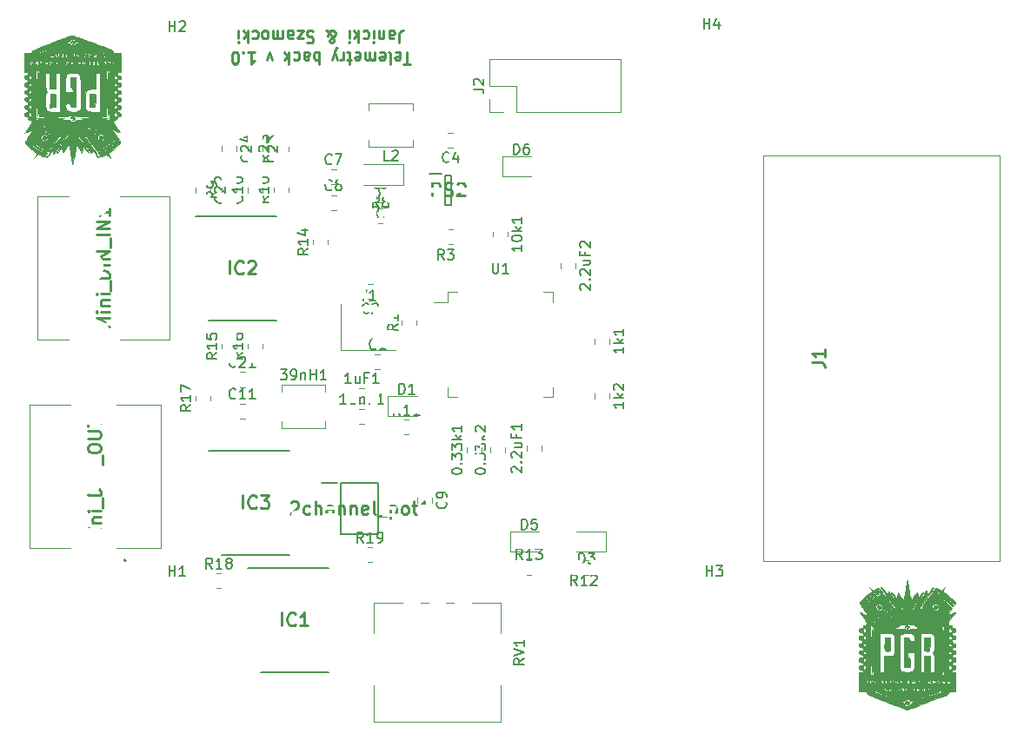
<source format=gto>
%TF.GenerationSoftware,KiCad,Pcbnew,(5.1.12)-1*%
%TF.CreationDate,2022-05-05T18:44:07+02:00*%
%TF.ProjectId,telemetria tyl,74656c65-6d65-4747-9269-612074796c2e,rev?*%
%TF.SameCoordinates,Original*%
%TF.FileFunction,Legend,Top*%
%TF.FilePolarity,Positive*%
%FSLAX46Y46*%
G04 Gerber Fmt 4.6, Leading zero omitted, Abs format (unit mm)*
G04 Created by KiCad (PCBNEW (5.1.12)-1) date 2022-05-05 18:44:07*
%MOMM*%
%LPD*%
G01*
G04 APERTURE LIST*
%ADD10C,0.275000*%
%ADD11C,0.010000*%
%ADD12C,0.120000*%
%ADD13C,0.100000*%
%ADD14C,0.200000*%
%ADD15C,0.150000*%
%ADD16C,0.254000*%
%ADD17C,1.800000*%
%ADD18C,4.000000*%
%ADD19C,1.509000*%
%ADD20C,3.555000*%
%ADD21R,1.854500X2.286000*%
%ADD22C,0.900000*%
%ADD23C,10.000000*%
%ADD24R,2.250000X2.250000*%
%ADD25C,2.250000*%
%ADD26C,5.100000*%
%ADD27R,2.100000X1.800000*%
%ADD28R,1.475000X0.450000*%
%ADD29R,1.130000X1.130000*%
%ADD30C,1.130000*%
%ADD31R,1.700000X1.700000*%
%ADD32O,1.700000X1.700000*%
%ADD33R,1.390000X1.390000*%
%ADD34C,1.390000*%
%ADD35C,3.440000*%
%ADD36R,1.200000X0.600000*%
%ADD37R,1.100000X1.100000*%
G04 APERTURE END LIST*
D10*
X58251428Y-23284642D02*
X57622857Y-23284642D01*
X57937142Y-22084642D02*
X57937142Y-23284642D01*
X56837142Y-22141785D02*
X56941904Y-22084642D01*
X57151428Y-22084642D01*
X57256190Y-22141785D01*
X57308571Y-22256071D01*
X57308571Y-22713214D01*
X57256190Y-22827500D01*
X57151428Y-22884642D01*
X56941904Y-22884642D01*
X56837142Y-22827500D01*
X56784761Y-22713214D01*
X56784761Y-22598928D01*
X57308571Y-22484642D01*
X56156190Y-22084642D02*
X56260952Y-22141785D01*
X56313333Y-22256071D01*
X56313333Y-23284642D01*
X55318095Y-22141785D02*
X55422857Y-22084642D01*
X55632380Y-22084642D01*
X55737142Y-22141785D01*
X55789523Y-22256071D01*
X55789523Y-22713214D01*
X55737142Y-22827500D01*
X55632380Y-22884642D01*
X55422857Y-22884642D01*
X55318095Y-22827500D01*
X55265714Y-22713214D01*
X55265714Y-22598928D01*
X55789523Y-22484642D01*
X54794285Y-22084642D02*
X54794285Y-22884642D01*
X54794285Y-22770357D02*
X54741904Y-22827500D01*
X54637142Y-22884642D01*
X54480000Y-22884642D01*
X54375238Y-22827500D01*
X54322857Y-22713214D01*
X54322857Y-22084642D01*
X54322857Y-22713214D02*
X54270476Y-22827500D01*
X54165714Y-22884642D01*
X54008571Y-22884642D01*
X53903809Y-22827500D01*
X53851428Y-22713214D01*
X53851428Y-22084642D01*
X52908571Y-22141785D02*
X53013333Y-22084642D01*
X53222857Y-22084642D01*
X53327619Y-22141785D01*
X53380000Y-22256071D01*
X53380000Y-22713214D01*
X53327619Y-22827500D01*
X53222857Y-22884642D01*
X53013333Y-22884642D01*
X52908571Y-22827500D01*
X52856190Y-22713214D01*
X52856190Y-22598928D01*
X53380000Y-22484642D01*
X52541904Y-22884642D02*
X52122857Y-22884642D01*
X52384761Y-23284642D02*
X52384761Y-22256071D01*
X52332380Y-22141785D01*
X52227619Y-22084642D01*
X52122857Y-22084642D01*
X51756190Y-22084642D02*
X51756190Y-22884642D01*
X51756190Y-22656071D02*
X51703809Y-22770357D01*
X51651428Y-22827500D01*
X51546666Y-22884642D01*
X51441904Y-22884642D01*
X51180000Y-22884642D02*
X50918095Y-22084642D01*
X50656190Y-22884642D02*
X50918095Y-22084642D01*
X51022857Y-21798928D01*
X51075238Y-21741785D01*
X51180000Y-21684642D01*
X49399047Y-22084642D02*
X49399047Y-23284642D01*
X49399047Y-22827500D02*
X49294285Y-22884642D01*
X49084761Y-22884642D01*
X48980000Y-22827500D01*
X48927619Y-22770357D01*
X48875238Y-22656071D01*
X48875238Y-22313214D01*
X48927619Y-22198928D01*
X48980000Y-22141785D01*
X49084761Y-22084642D01*
X49294285Y-22084642D01*
X49399047Y-22141785D01*
X47932380Y-22084642D02*
X47932380Y-22713214D01*
X47984761Y-22827500D01*
X48089523Y-22884642D01*
X48299047Y-22884642D01*
X48403809Y-22827500D01*
X47932380Y-22141785D02*
X48037142Y-22084642D01*
X48299047Y-22084642D01*
X48403809Y-22141785D01*
X48456190Y-22256071D01*
X48456190Y-22370357D01*
X48403809Y-22484642D01*
X48299047Y-22541785D01*
X48037142Y-22541785D01*
X47932380Y-22598928D01*
X46937142Y-22141785D02*
X47041904Y-22084642D01*
X47251428Y-22084642D01*
X47356190Y-22141785D01*
X47408571Y-22198928D01*
X47460952Y-22313214D01*
X47460952Y-22656071D01*
X47408571Y-22770357D01*
X47356190Y-22827500D01*
X47251428Y-22884642D01*
X47041904Y-22884642D01*
X46937142Y-22827500D01*
X46465714Y-22084642D02*
X46465714Y-23284642D01*
X46360952Y-22541785D02*
X46046666Y-22084642D01*
X46046666Y-22884642D02*
X46465714Y-22427500D01*
X44841904Y-22884642D02*
X44580000Y-22084642D01*
X44318095Y-22884642D01*
X42484761Y-22084642D02*
X43113333Y-22084642D01*
X42799047Y-22084642D02*
X42799047Y-23284642D01*
X42903809Y-23113214D01*
X43008571Y-22998928D01*
X43113333Y-22941785D01*
X42013333Y-22198928D02*
X41960952Y-22141785D01*
X42013333Y-22084642D01*
X42065714Y-22141785D01*
X42013333Y-22198928D01*
X42013333Y-22084642D01*
X41280000Y-23284642D02*
X41175238Y-23284642D01*
X41070476Y-23227500D01*
X41018095Y-23170357D01*
X40965714Y-23056071D01*
X40913333Y-22827500D01*
X40913333Y-22541785D01*
X40965714Y-22313214D01*
X41018095Y-22198928D01*
X41070476Y-22141785D01*
X41175238Y-22084642D01*
X41280000Y-22084642D01*
X41384761Y-22141785D01*
X41437142Y-22198928D01*
X41489523Y-22313214D01*
X41541904Y-22541785D01*
X41541904Y-22827500D01*
X41489523Y-23056071D01*
X41437142Y-23170357D01*
X41384761Y-23227500D01*
X41280000Y-23284642D01*
X57203809Y-21209642D02*
X57203809Y-20352500D01*
X57256190Y-20181071D01*
X57360952Y-20066785D01*
X57518095Y-20009642D01*
X57622857Y-20009642D01*
X56208571Y-20009642D02*
X56208571Y-20638214D01*
X56260952Y-20752500D01*
X56365714Y-20809642D01*
X56575238Y-20809642D01*
X56680000Y-20752500D01*
X56208571Y-20066785D02*
X56313333Y-20009642D01*
X56575238Y-20009642D01*
X56680000Y-20066785D01*
X56732380Y-20181071D01*
X56732380Y-20295357D01*
X56680000Y-20409642D01*
X56575238Y-20466785D01*
X56313333Y-20466785D01*
X56208571Y-20523928D01*
X55684761Y-20809642D02*
X55684761Y-20009642D01*
X55684761Y-20695357D02*
X55632380Y-20752500D01*
X55527619Y-20809642D01*
X55370476Y-20809642D01*
X55265714Y-20752500D01*
X55213333Y-20638214D01*
X55213333Y-20009642D01*
X54689523Y-20009642D02*
X54689523Y-20809642D01*
X54689523Y-21209642D02*
X54741904Y-21152500D01*
X54689523Y-21095357D01*
X54637142Y-21152500D01*
X54689523Y-21209642D01*
X54689523Y-21095357D01*
X53694285Y-20066785D02*
X53799047Y-20009642D01*
X54008571Y-20009642D01*
X54113333Y-20066785D01*
X54165714Y-20123928D01*
X54218095Y-20238214D01*
X54218095Y-20581071D01*
X54165714Y-20695357D01*
X54113333Y-20752500D01*
X54008571Y-20809642D01*
X53799047Y-20809642D01*
X53694285Y-20752500D01*
X53222857Y-20009642D02*
X53222857Y-21209642D01*
X53118095Y-20466785D02*
X52803809Y-20009642D01*
X52803809Y-20809642D02*
X53222857Y-20352500D01*
X52332380Y-20009642D02*
X52332380Y-20809642D01*
X52332380Y-21209642D02*
X52384761Y-21152500D01*
X52332380Y-21095357D01*
X52280000Y-21152500D01*
X52332380Y-21209642D01*
X52332380Y-21095357D01*
X50080000Y-20009642D02*
X50132380Y-20009642D01*
X50237142Y-20066785D01*
X50394285Y-20238214D01*
X50656190Y-20581071D01*
X50760952Y-20752500D01*
X50813333Y-20923928D01*
X50813333Y-21038214D01*
X50760952Y-21152500D01*
X50656190Y-21209642D01*
X50603809Y-21209642D01*
X50499047Y-21152500D01*
X50446666Y-21038214D01*
X50446666Y-20981071D01*
X50499047Y-20866785D01*
X50551428Y-20809642D01*
X50865714Y-20581071D01*
X50918095Y-20523928D01*
X50970476Y-20409642D01*
X50970476Y-20238214D01*
X50918095Y-20123928D01*
X50865714Y-20066785D01*
X50760952Y-20009642D01*
X50603809Y-20009642D01*
X50499047Y-20066785D01*
X50446666Y-20123928D01*
X50289523Y-20352500D01*
X50237142Y-20523928D01*
X50237142Y-20638214D01*
X48822857Y-20066785D02*
X48665714Y-20009642D01*
X48403809Y-20009642D01*
X48299047Y-20066785D01*
X48246666Y-20123928D01*
X48194285Y-20238214D01*
X48194285Y-20352500D01*
X48246666Y-20466785D01*
X48299047Y-20523928D01*
X48403809Y-20581071D01*
X48613333Y-20638214D01*
X48718095Y-20695357D01*
X48770476Y-20752500D01*
X48822857Y-20866785D01*
X48822857Y-20981071D01*
X48770476Y-21095357D01*
X48718095Y-21152500D01*
X48613333Y-21209642D01*
X48351428Y-21209642D01*
X48194285Y-21152500D01*
X47827619Y-20809642D02*
X47251428Y-20809642D01*
X47827619Y-20009642D01*
X47251428Y-20009642D01*
X46360952Y-20009642D02*
X46360952Y-20638214D01*
X46413333Y-20752500D01*
X46518095Y-20809642D01*
X46727619Y-20809642D01*
X46832380Y-20752500D01*
X46360952Y-20066785D02*
X46465714Y-20009642D01*
X46727619Y-20009642D01*
X46832380Y-20066785D01*
X46884761Y-20181071D01*
X46884761Y-20295357D01*
X46832380Y-20409642D01*
X46727619Y-20466785D01*
X46465714Y-20466785D01*
X46360952Y-20523928D01*
X45837142Y-20009642D02*
X45837142Y-20809642D01*
X45837142Y-20695357D02*
X45784761Y-20752500D01*
X45680000Y-20809642D01*
X45522857Y-20809642D01*
X45418095Y-20752500D01*
X45365714Y-20638214D01*
X45365714Y-20009642D01*
X45365714Y-20638214D02*
X45313333Y-20752500D01*
X45208571Y-20809642D01*
X45051428Y-20809642D01*
X44946666Y-20752500D01*
X44894285Y-20638214D01*
X44894285Y-20009642D01*
X44213333Y-20009642D02*
X44318095Y-20066785D01*
X44370476Y-20123928D01*
X44422857Y-20238214D01*
X44422857Y-20581071D01*
X44370476Y-20695357D01*
X44318095Y-20752500D01*
X44213333Y-20809642D01*
X44056190Y-20809642D01*
X43951428Y-20752500D01*
X43899047Y-20695357D01*
X43846666Y-20581071D01*
X43846666Y-20238214D01*
X43899047Y-20123928D01*
X43951428Y-20066785D01*
X44056190Y-20009642D01*
X44213333Y-20009642D01*
X42903809Y-20066785D02*
X43008571Y-20009642D01*
X43218095Y-20009642D01*
X43322857Y-20066785D01*
X43375238Y-20123928D01*
X43427619Y-20238214D01*
X43427619Y-20581071D01*
X43375238Y-20695357D01*
X43322857Y-20752500D01*
X43218095Y-20809642D01*
X43008571Y-20809642D01*
X42903809Y-20752500D01*
X42432380Y-20009642D02*
X42432380Y-21209642D01*
X42327619Y-20466785D02*
X42013333Y-20009642D01*
X42013333Y-20809642D02*
X42432380Y-20352500D01*
X41541904Y-20009642D02*
X41541904Y-20809642D01*
X41541904Y-21209642D02*
X41594285Y-21152500D01*
X41541904Y-21095357D01*
X41489523Y-21152500D01*
X41541904Y-21209642D01*
X41541904Y-21095357D01*
D11*
%TO.C,G\u002A\u002A\u002A*%
G36*
X109597053Y-76071991D02*
G01*
X109652998Y-76155425D01*
X109631975Y-76299720D01*
X109541043Y-76416835D01*
X109442250Y-76454000D01*
X109337280Y-76409566D01*
X109286031Y-76361800D01*
X109221301Y-76214961D01*
X109268389Y-76098118D01*
X109412123Y-76042410D01*
X109442250Y-76041250D01*
X109597053Y-76071991D01*
G37*
X109597053Y-76071991D02*
X109652998Y-76155425D01*
X109631975Y-76299720D01*
X109541043Y-76416835D01*
X109442250Y-76454000D01*
X109337280Y-76409566D01*
X109286031Y-76361800D01*
X109221301Y-76214961D01*
X109268389Y-76098118D01*
X109412123Y-76042410D01*
X109442250Y-76041250D01*
X109597053Y-76071991D01*
G36*
X104036118Y-76029151D02*
G01*
X104117025Y-76116700D01*
X104136027Y-76252564D01*
X104092577Y-76375126D01*
X104039556Y-76415456D01*
X103937380Y-76448333D01*
X103870468Y-76425400D01*
X103792450Y-76351379D01*
X103720132Y-76244113D01*
X103712319Y-76181291D01*
X103805925Y-76070173D01*
X103953118Y-76018473D01*
X104036118Y-76029151D01*
G37*
X104036118Y-76029151D02*
X104117025Y-76116700D01*
X104136027Y-76252564D01*
X104092577Y-76375126D01*
X104039556Y-76415456D01*
X103937380Y-76448333D01*
X103870468Y-76425400D01*
X103792450Y-76351379D01*
X103720132Y-76244113D01*
X103712319Y-76181291D01*
X103805925Y-76070173D01*
X103953118Y-76018473D01*
X104036118Y-76029151D01*
G36*
X108888887Y-79831613D02*
G01*
X108870750Y-80486250D01*
X108632114Y-80505988D01*
X108439038Y-80497383D01*
X108359609Y-80437463D01*
X108346383Y-80337117D01*
X108340008Y-80144541D01*
X108341297Y-79894360D01*
X108344244Y-79782724D01*
X108362750Y-79216250D01*
X108634887Y-79196613D01*
X108907025Y-79176976D01*
X108888887Y-79831613D01*
G37*
X108888887Y-79831613D02*
X108870750Y-80486250D01*
X108632114Y-80505988D01*
X108439038Y-80497383D01*
X108359609Y-80437463D01*
X108346383Y-80337117D01*
X108340008Y-80144541D01*
X108341297Y-79894360D01*
X108344244Y-79782724D01*
X108362750Y-79216250D01*
X108634887Y-79196613D01*
X108907025Y-79176976D01*
X108888887Y-79831613D01*
G36*
X104997250Y-80486250D02*
G01*
X104758614Y-80505988D01*
X104565538Y-80497383D01*
X104486109Y-80437463D01*
X104472883Y-80337117D01*
X104466508Y-80144541D01*
X104467797Y-79894360D01*
X104470744Y-79782724D01*
X104489250Y-79216250D01*
X104997250Y-79216250D01*
X104997250Y-80486250D01*
G37*
X104997250Y-80486250D02*
X104758614Y-80505988D01*
X104565538Y-80497383D01*
X104486109Y-80437463D01*
X104472883Y-80337117D01*
X104466508Y-80144541D01*
X104467797Y-79894360D01*
X104470744Y-79782724D01*
X104489250Y-79216250D01*
X104997250Y-79216250D01*
X104997250Y-80486250D01*
G36*
X109320406Y-78044467D02*
G01*
X109701100Y-78053149D01*
X109974178Y-78067218D01*
X110132740Y-78086345D01*
X110172500Y-78105000D01*
X110110189Y-78127924D01*
X109927859Y-78146052D01*
X109632411Y-78159056D01*
X109230747Y-78166606D01*
X108839000Y-78168500D01*
X108357593Y-78165532D01*
X107976899Y-78156850D01*
X107703821Y-78142781D01*
X107545259Y-78123654D01*
X107505500Y-78105000D01*
X107567810Y-78082075D01*
X107750140Y-78063947D01*
X108045588Y-78050943D01*
X108447252Y-78043393D01*
X108839000Y-78041500D01*
X109320406Y-78044467D01*
G37*
X109320406Y-78044467D02*
X109701100Y-78053149D01*
X109974178Y-78067218D01*
X110132740Y-78086345D01*
X110172500Y-78105000D01*
X110110189Y-78127924D01*
X109927859Y-78146052D01*
X109632411Y-78159056D01*
X109230747Y-78166606D01*
X108839000Y-78168500D01*
X108357593Y-78165532D01*
X107976899Y-78156850D01*
X107703821Y-78142781D01*
X107545259Y-78123654D01*
X107505500Y-78105000D01*
X107567810Y-78082075D01*
X107750140Y-78063947D01*
X108045588Y-78050943D01*
X108447252Y-78043393D01*
X108839000Y-78041500D01*
X109320406Y-78044467D01*
G36*
X105009434Y-78044580D02*
G01*
X105382550Y-78053461D01*
X105660736Y-78067601D01*
X105832627Y-78086460D01*
X105886250Y-78105000D01*
X105839315Y-78128438D01*
X105668052Y-78146617D01*
X105375028Y-78159415D01*
X104962810Y-78166709D01*
X104552750Y-78168500D01*
X104047809Y-78165658D01*
X103660025Y-78157216D01*
X103391966Y-78143296D01*
X103246199Y-78124019D01*
X103219250Y-78105000D01*
X103295828Y-78082687D01*
X103487988Y-78064650D01*
X103784367Y-78051430D01*
X104173601Y-78043568D01*
X104552750Y-78041500D01*
X105009434Y-78044580D01*
G37*
X105009434Y-78044580D02*
X105382550Y-78053461D01*
X105660736Y-78067601D01*
X105832627Y-78086460D01*
X105886250Y-78105000D01*
X105839315Y-78128438D01*
X105668052Y-78146617D01*
X105375028Y-78159415D01*
X104962810Y-78166709D01*
X104552750Y-78168500D01*
X104047809Y-78165658D01*
X103660025Y-78157216D01*
X103391966Y-78143296D01*
X103246199Y-78124019D01*
X103219250Y-78105000D01*
X103295828Y-78082687D01*
X103487988Y-78064650D01*
X103784367Y-78051430D01*
X104173601Y-78043568D01*
X104552750Y-78041500D01*
X105009434Y-78044580D01*
G36*
X106745181Y-77925643D02*
G01*
X106750925Y-77977738D01*
X106676863Y-78077007D01*
X106652026Y-78101452D01*
X106489500Y-78254137D01*
X106489500Y-78114076D01*
X106540584Y-77976064D01*
X106664551Y-77915313D01*
X106745181Y-77925643D01*
G37*
X106745181Y-77925643D02*
X106750925Y-77977738D01*
X106676863Y-78077007D01*
X106652026Y-78101452D01*
X106489500Y-78254137D01*
X106489500Y-78114076D01*
X106540584Y-77976064D01*
X106664551Y-77915313D01*
X106745181Y-77925643D01*
G36*
X106903909Y-78112939D02*
G01*
X106878262Y-78206249D01*
X106834797Y-78258630D01*
X106719180Y-78343284D01*
X106636672Y-78350406D01*
X106616500Y-78305341D01*
X106658875Y-78226247D01*
X106737195Y-78142455D01*
X106848233Y-78081373D01*
X106903909Y-78112939D01*
G37*
X106903909Y-78112939D02*
X106878262Y-78206249D01*
X106834797Y-78258630D01*
X106719180Y-78343284D01*
X106636672Y-78350406D01*
X106616500Y-78305341D01*
X106658875Y-78226247D01*
X106737195Y-78142455D01*
X106848233Y-78081373D01*
X106903909Y-78112939D01*
G36*
X110127967Y-78421893D02*
G01*
X110143720Y-78608222D01*
X110156153Y-78914460D01*
X110165163Y-79337082D01*
X110170646Y-79872561D01*
X110172499Y-80517370D01*
X110172500Y-80518000D01*
X110170650Y-81162906D01*
X110165169Y-81698485D01*
X110156162Y-82121210D01*
X110143732Y-82427555D01*
X110127983Y-82613993D01*
X110109018Y-82676999D01*
X110109000Y-82677000D01*
X110090032Y-82614106D01*
X110074279Y-82427777D01*
X110061846Y-82121539D01*
X110052836Y-81698917D01*
X110047353Y-81163438D01*
X110045500Y-80518629D01*
X110045500Y-80518000D01*
X110047349Y-79873093D01*
X110052830Y-79337514D01*
X110061837Y-78914789D01*
X110074267Y-78608444D01*
X110090016Y-78422006D01*
X110108981Y-78359000D01*
X110109000Y-78359000D01*
X110127967Y-78421893D01*
G37*
X110127967Y-78421893D02*
X110143720Y-78608222D01*
X110156153Y-78914460D01*
X110165163Y-79337082D01*
X110170646Y-79872561D01*
X110172499Y-80517370D01*
X110172500Y-80518000D01*
X110170650Y-81162906D01*
X110165169Y-81698485D01*
X110156162Y-82121210D01*
X110143732Y-82427555D01*
X110127983Y-82613993D01*
X110109018Y-82676999D01*
X110109000Y-82677000D01*
X110090032Y-82614106D01*
X110074279Y-82427777D01*
X110061846Y-82121539D01*
X110052836Y-81698917D01*
X110047353Y-81163438D01*
X110045500Y-80518629D01*
X110045500Y-80518000D01*
X110047349Y-79873093D01*
X110052830Y-79337514D01*
X110061837Y-78914789D01*
X110074267Y-78608444D01*
X110090016Y-78422006D01*
X110108981Y-78359000D01*
X110109000Y-78359000D01*
X110127967Y-78421893D01*
G36*
X103269967Y-78421893D02*
G01*
X103285720Y-78608222D01*
X103298153Y-78914460D01*
X103307163Y-79337082D01*
X103312646Y-79872561D01*
X103314499Y-80517370D01*
X103314500Y-80518000D01*
X103312650Y-81162906D01*
X103307169Y-81698485D01*
X103298162Y-82121210D01*
X103285732Y-82427555D01*
X103269983Y-82613993D01*
X103251018Y-82676999D01*
X103251000Y-82677000D01*
X103232032Y-82614106D01*
X103216279Y-82427777D01*
X103203846Y-82121539D01*
X103194836Y-81698917D01*
X103189353Y-81163438D01*
X103187500Y-80518629D01*
X103187500Y-80518000D01*
X103189349Y-79873093D01*
X103194830Y-79337514D01*
X103203837Y-78914789D01*
X103216267Y-78608444D01*
X103232016Y-78422006D01*
X103250981Y-78359000D01*
X103251000Y-78359000D01*
X103269967Y-78421893D01*
G37*
X103269967Y-78421893D02*
X103285720Y-78608222D01*
X103298153Y-78914460D01*
X103307163Y-79337082D01*
X103312646Y-79872561D01*
X103314499Y-80517370D01*
X103314500Y-80518000D01*
X103312650Y-81162906D01*
X103307169Y-81698485D01*
X103298162Y-82121210D01*
X103285732Y-82427555D01*
X103269983Y-82613993D01*
X103251018Y-82676999D01*
X103251000Y-82677000D01*
X103232032Y-82614106D01*
X103216279Y-82427777D01*
X103203846Y-82121539D01*
X103194836Y-81698917D01*
X103189353Y-81163438D01*
X103187500Y-80518629D01*
X103187500Y-80518000D01*
X103189349Y-79873093D01*
X103194830Y-79337514D01*
X103203837Y-78914789D01*
X103216267Y-78608444D01*
X103232016Y-78422006D01*
X103250981Y-78359000D01*
X103251000Y-78359000D01*
X103269967Y-78421893D01*
G36*
X110742154Y-83423821D02*
G01*
X110744000Y-83439000D01*
X110695678Y-83500654D01*
X110680500Y-83502500D01*
X110618845Y-83454178D01*
X110617000Y-83439000D01*
X110665321Y-83377345D01*
X110680500Y-83375500D01*
X110742154Y-83423821D01*
G37*
X110742154Y-83423821D02*
X110744000Y-83439000D01*
X110695678Y-83500654D01*
X110680500Y-83502500D01*
X110618845Y-83454178D01*
X110617000Y-83439000D01*
X110665321Y-83377345D01*
X110680500Y-83375500D01*
X110742154Y-83423821D01*
G36*
X108839000Y-83407250D02*
G01*
X108899577Y-83464311D01*
X108902500Y-83474497D01*
X108853370Y-83501771D01*
X108839000Y-83502500D01*
X108777940Y-83453684D01*
X108775500Y-83435252D01*
X108814402Y-83397327D01*
X108839000Y-83407250D01*
G37*
X108839000Y-83407250D02*
X108899577Y-83464311D01*
X108902500Y-83474497D01*
X108853370Y-83501771D01*
X108839000Y-83502500D01*
X108777940Y-83453684D01*
X108775500Y-83435252D01*
X108814402Y-83397327D01*
X108839000Y-83407250D01*
G36*
X108391686Y-83411713D02*
G01*
X108407200Y-83426300D01*
X108450703Y-83512710D01*
X108407200Y-83578700D01*
X108350331Y-83609957D01*
X108331463Y-83533063D01*
X108331000Y-83502500D01*
X108343805Y-83401569D01*
X108391686Y-83411713D01*
G37*
X108391686Y-83411713D02*
X108407200Y-83426300D01*
X108450703Y-83512710D01*
X108407200Y-83578700D01*
X108350331Y-83609957D01*
X108331463Y-83533063D01*
X108331000Y-83502500D01*
X108343805Y-83401569D01*
X108391686Y-83411713D01*
G36*
X107251500Y-83407250D02*
G01*
X107312077Y-83464311D01*
X107315000Y-83474497D01*
X107265870Y-83501771D01*
X107251500Y-83502500D01*
X107190440Y-83453684D01*
X107188000Y-83435252D01*
X107226902Y-83397327D01*
X107251500Y-83407250D01*
G37*
X107251500Y-83407250D02*
X107312077Y-83464311D01*
X107315000Y-83474497D01*
X107265870Y-83501771D01*
X107251500Y-83502500D01*
X107190440Y-83453684D01*
X107188000Y-83435252D01*
X107226902Y-83397327D01*
X107251500Y-83407250D01*
G36*
X103245928Y-83499126D02*
G01*
X103251000Y-83537997D01*
X103215495Y-83620067D01*
X103187500Y-83629500D01*
X103136406Y-83576155D01*
X103124000Y-83498752D01*
X103148444Y-83410949D01*
X103187500Y-83407250D01*
X103245928Y-83499126D01*
G37*
X103245928Y-83499126D02*
X103251000Y-83537997D01*
X103215495Y-83620067D01*
X103187500Y-83629500D01*
X103136406Y-83576155D01*
X103124000Y-83498752D01*
X103148444Y-83410949D01*
X103187500Y-83407250D01*
X103245928Y-83499126D01*
G36*
X102723077Y-83416517D02*
G01*
X102711250Y-83439000D01*
X102651419Y-83499642D01*
X102640254Y-83502500D01*
X102635922Y-83461482D01*
X102647750Y-83439000D01*
X102707580Y-83378357D01*
X102718745Y-83375500D01*
X102723077Y-83416517D01*
G37*
X102723077Y-83416517D02*
X102711250Y-83439000D01*
X102651419Y-83499642D01*
X102640254Y-83502500D01*
X102635922Y-83461482D01*
X102647750Y-83439000D01*
X102707580Y-83378357D01*
X102718745Y-83375500D01*
X102723077Y-83416517D01*
G36*
X108265654Y-84185821D02*
G01*
X108267500Y-84201000D01*
X108219178Y-84262654D01*
X108204000Y-84264500D01*
X108142345Y-84216178D01*
X108140500Y-84201000D01*
X108188821Y-84139345D01*
X108204000Y-84137500D01*
X108265654Y-84185821D01*
G37*
X108265654Y-84185821D02*
X108267500Y-84201000D01*
X108219178Y-84262654D01*
X108204000Y-84264500D01*
X108142345Y-84216178D01*
X108140500Y-84201000D01*
X108188821Y-84139345D01*
X108204000Y-84137500D01*
X108265654Y-84185821D01*
G36*
X105090654Y-84185821D02*
G01*
X105092500Y-84201000D01*
X105044178Y-84262654D01*
X105029000Y-84264500D01*
X104967345Y-84216178D01*
X104965500Y-84201000D01*
X105013821Y-84139345D01*
X105029000Y-84137500D01*
X105090654Y-84185821D01*
G37*
X105090654Y-84185821D02*
X105092500Y-84201000D01*
X105044178Y-84262654D01*
X105029000Y-84264500D01*
X104967345Y-84216178D01*
X104965500Y-84201000D01*
X105013821Y-84139345D01*
X105029000Y-84137500D01*
X105090654Y-84185821D01*
G36*
X104626172Y-84176402D02*
G01*
X104650770Y-84186324D01*
X104711347Y-84243386D01*
X104714270Y-84253572D01*
X104665140Y-84280846D01*
X104650770Y-84281574D01*
X104589710Y-84232759D01*
X104587270Y-84214327D01*
X104626172Y-84176402D01*
G37*
X104626172Y-84176402D02*
X104650770Y-84186324D01*
X104711347Y-84243386D01*
X104714270Y-84253572D01*
X104665140Y-84280846D01*
X104650770Y-84281574D01*
X104589710Y-84232759D01*
X104587270Y-84214327D01*
X104626172Y-84176402D01*
G36*
X106745181Y-85355143D02*
G01*
X106750925Y-85407238D01*
X106676863Y-85506507D01*
X106652026Y-85530952D01*
X106489500Y-85683637D01*
X106489500Y-85543576D01*
X106540584Y-85405564D01*
X106664551Y-85344813D01*
X106745181Y-85355143D01*
G37*
X106745181Y-85355143D02*
X106750925Y-85407238D01*
X106676863Y-85506507D01*
X106652026Y-85530952D01*
X106489500Y-85683637D01*
X106489500Y-85543576D01*
X106540584Y-85405564D01*
X106664551Y-85344813D01*
X106745181Y-85355143D01*
G36*
X106908253Y-85487586D02*
G01*
X106912033Y-85563427D01*
X106843216Y-85654999D01*
X106741041Y-85717853D01*
X106698683Y-85725000D01*
X106630259Y-85685825D01*
X106630862Y-85650161D01*
X106700672Y-85554883D01*
X106807982Y-85487585D01*
X106898217Y-85480253D01*
X106908253Y-85487586D01*
G37*
X106908253Y-85487586D02*
X106912033Y-85563427D01*
X106843216Y-85654999D01*
X106741041Y-85717853D01*
X106698683Y-85725000D01*
X106630259Y-85685825D01*
X106630862Y-85650161D01*
X106700672Y-85554883D01*
X106807982Y-85487585D01*
X106898217Y-85480253D01*
X106908253Y-85487586D01*
G36*
X104235171Y-74338469D02*
G01*
X104343513Y-74439531D01*
X104436840Y-74561188D01*
X104483033Y-74664329D01*
X104475261Y-74700572D01*
X104387858Y-74738245D01*
X104332323Y-74693022D01*
X104330500Y-74676000D01*
X104332919Y-74582481D01*
X104333285Y-74577309D01*
X104291853Y-74516111D01*
X104190410Y-74420672D01*
X104102717Y-74334176D01*
X104117530Y-74299629D01*
X104143933Y-74297112D01*
X104235171Y-74338469D01*
G37*
X104235171Y-74338469D02*
X104343513Y-74439531D01*
X104436840Y-74561188D01*
X104483033Y-74664329D01*
X104475261Y-74700572D01*
X104387858Y-74738245D01*
X104332323Y-74693022D01*
X104330500Y-74676000D01*
X104332919Y-74582481D01*
X104333285Y-74577309D01*
X104291853Y-74516111D01*
X104190410Y-74420672D01*
X104102717Y-74334176D01*
X104117530Y-74299629D01*
X104143933Y-74297112D01*
X104235171Y-74338469D01*
G36*
X110310021Y-74400052D02*
G01*
X110220698Y-74543979D01*
X110174328Y-74645698D01*
X110172500Y-74657680D01*
X110220306Y-74719664D01*
X110347157Y-74832930D01*
X110528195Y-74975722D01*
X110579252Y-75013664D01*
X110884739Y-75254593D01*
X111121658Y-75475533D01*
X111278219Y-75663485D01*
X111342634Y-75805452D01*
X111338479Y-75850708D01*
X111290431Y-75928975D01*
X111220776Y-75925449D01*
X111106855Y-75832862D01*
X111025755Y-75750418D01*
X110820169Y-75560870D01*
X110538348Y-75336049D01*
X110215442Y-75101693D01*
X109886601Y-74883539D01*
X109643801Y-74738497D01*
X109449469Y-74625736D01*
X109350400Y-74551377D01*
X109329170Y-74495259D01*
X109368349Y-74437219D01*
X109376360Y-74429091D01*
X109449167Y-74372393D01*
X109530167Y-74370140D01*
X109660688Y-74427039D01*
X109742122Y-74470752D01*
X110005377Y-74614754D01*
X110447543Y-74199750D01*
X110310021Y-74400052D01*
G37*
X110310021Y-74400052D02*
X110220698Y-74543979D01*
X110174328Y-74645698D01*
X110172500Y-74657680D01*
X110220306Y-74719664D01*
X110347157Y-74832930D01*
X110528195Y-74975722D01*
X110579252Y-75013664D01*
X110884739Y-75254593D01*
X111121658Y-75475533D01*
X111278219Y-75663485D01*
X111342634Y-75805452D01*
X111338479Y-75850708D01*
X111290431Y-75928975D01*
X111220776Y-75925449D01*
X111106855Y-75832862D01*
X111025755Y-75750418D01*
X110820169Y-75560870D01*
X110538348Y-75336049D01*
X110215442Y-75101693D01*
X109886601Y-74883539D01*
X109643801Y-74738497D01*
X109449469Y-74625736D01*
X109350400Y-74551377D01*
X109329170Y-74495259D01*
X109368349Y-74437219D01*
X109376360Y-74429091D01*
X109449167Y-74372393D01*
X109530167Y-74370140D01*
X109660688Y-74427039D01*
X109742122Y-74470752D01*
X110005377Y-74614754D01*
X110447543Y-74199750D01*
X110310021Y-74400052D01*
G36*
X103189122Y-74429646D02*
G01*
X103408475Y-74596043D01*
X103679019Y-74464603D01*
X103855147Y-74388614D01*
X103960218Y-74374785D01*
X104028906Y-74415908D01*
X104069684Y-74493916D01*
X104001060Y-74564632D01*
X103990204Y-74571451D01*
X103563586Y-74842750D01*
X103165827Y-75111224D01*
X102820753Y-75360021D01*
X102552195Y-75572288D01*
X102460843Y-75653089D01*
X102300218Y-75800241D01*
X102179848Y-75905403D01*
X102125584Y-75945996D01*
X102125475Y-75946000D01*
X102087576Y-75896546D01*
X102068179Y-75852616D01*
X102079796Y-75742767D01*
X102156425Y-75601784D01*
X102164971Y-75590627D01*
X102280483Y-75468823D01*
X102464307Y-75300458D01*
X102682381Y-75114121D01*
X102900639Y-74938405D01*
X103085018Y-74801900D01*
X103166545Y-74749964D01*
X103225005Y-74701571D01*
X103217980Y-74631930D01*
X103139297Y-74504681D01*
X103120274Y-74477441D01*
X102969770Y-74263250D01*
X103189122Y-74429646D01*
G37*
X103189122Y-74429646D02*
X103408475Y-74596043D01*
X103679019Y-74464603D01*
X103855147Y-74388614D01*
X103960218Y-74374785D01*
X104028906Y-74415908D01*
X104069684Y-74493916D01*
X104001060Y-74564632D01*
X103990204Y-74571451D01*
X103563586Y-74842750D01*
X103165827Y-75111224D01*
X102820753Y-75360021D01*
X102552195Y-75572288D01*
X102460843Y-75653089D01*
X102300218Y-75800241D01*
X102179848Y-75905403D01*
X102125584Y-75945996D01*
X102125475Y-75946000D01*
X102087576Y-75896546D01*
X102068179Y-75852616D01*
X102079796Y-75742767D01*
X102156425Y-75601784D01*
X102164971Y-75590627D01*
X102280483Y-75468823D01*
X102464307Y-75300458D01*
X102682381Y-75114121D01*
X102900639Y-74938405D01*
X103085018Y-74801900D01*
X103166545Y-74749964D01*
X103225005Y-74701571D01*
X103217980Y-74631930D01*
X103139297Y-74504681D01*
X103120274Y-74477441D01*
X102969770Y-74263250D01*
X103189122Y-74429646D01*
G36*
X109338757Y-74655961D02*
G01*
X109497472Y-74742220D01*
X109713919Y-74875006D01*
X109966111Y-75039553D01*
X110232061Y-75221097D01*
X110489782Y-75404872D01*
X110717287Y-75576112D01*
X110892588Y-75720052D01*
X110924555Y-75748992D01*
X111101900Y-75940151D01*
X111168516Y-76079366D01*
X111123400Y-76164029D01*
X111089281Y-76178002D01*
X111013554Y-76145048D01*
X110920030Y-76044889D01*
X110802929Y-75921293D01*
X110605919Y-75750980D01*
X110356718Y-75554656D01*
X110083043Y-75353029D01*
X109812608Y-75166804D01*
X109573132Y-75016689D01*
X109462179Y-74955760D01*
X109265697Y-74835375D01*
X109179737Y-74732744D01*
X109208927Y-74655292D01*
X109259761Y-74630996D01*
X109338757Y-74655961D01*
G37*
X109338757Y-74655961D02*
X109497472Y-74742220D01*
X109713919Y-74875006D01*
X109966111Y-75039553D01*
X110232061Y-75221097D01*
X110489782Y-75404872D01*
X110717287Y-75576112D01*
X110892588Y-75720052D01*
X110924555Y-75748992D01*
X111101900Y-75940151D01*
X111168516Y-76079366D01*
X111123400Y-76164029D01*
X111089281Y-76178002D01*
X111013554Y-76145048D01*
X110920030Y-76044889D01*
X110802929Y-75921293D01*
X110605919Y-75750980D01*
X110356718Y-75554656D01*
X110083043Y-75353029D01*
X109812608Y-75166804D01*
X109573132Y-75016689D01*
X109462179Y-74955760D01*
X109265697Y-74835375D01*
X109179737Y-74732744D01*
X109208927Y-74655292D01*
X109259761Y-74630996D01*
X109338757Y-74655961D01*
G36*
X104209967Y-74655527D02*
G01*
X104221370Y-74746004D01*
X104158487Y-74826024D01*
X104132504Y-74837128D01*
X103985242Y-74907074D01*
X103767869Y-75038475D01*
X103508049Y-75211740D01*
X103233447Y-75407276D01*
X102971725Y-75605490D01*
X102750550Y-75786790D01*
X102618653Y-75909288D01*
X102444178Y-76082442D01*
X102332232Y-76171832D01*
X102260970Y-76188612D01*
X102208542Y-76143937D01*
X102196140Y-76124997D01*
X102214565Y-76039936D01*
X102326110Y-75899419D01*
X102516628Y-75715981D01*
X102771971Y-75502154D01*
X103077993Y-75270473D01*
X103420546Y-75033473D01*
X103450132Y-75013984D01*
X103697881Y-74854880D01*
X103909228Y-74725591D01*
X104060473Y-74640196D01*
X104125964Y-74612500D01*
X104209967Y-74655527D01*
G37*
X104209967Y-74655527D02*
X104221370Y-74746004D01*
X104158487Y-74826024D01*
X104132504Y-74837128D01*
X103985242Y-74907074D01*
X103767869Y-75038475D01*
X103508049Y-75211740D01*
X103233447Y-75407276D01*
X102971725Y-75605490D01*
X102750550Y-75786790D01*
X102618653Y-75909288D01*
X102444178Y-76082442D01*
X102332232Y-76171832D01*
X102260970Y-76188612D01*
X102208542Y-76143937D01*
X102196140Y-76124997D01*
X102214565Y-76039936D01*
X102326110Y-75899419D01*
X102516628Y-75715981D01*
X102771971Y-75502154D01*
X103077993Y-75270473D01*
X103420546Y-75033473D01*
X103450132Y-75013984D01*
X103697881Y-74854880D01*
X103909228Y-74725591D01*
X104060473Y-74640196D01*
X104125964Y-74612500D01*
X104209967Y-74655527D01*
G36*
X106713704Y-73673079D02*
G01*
X106744948Y-73829479D01*
X106787158Y-74070294D01*
X106836650Y-74374896D01*
X106868679Y-74582138D01*
X106921827Y-74917431D01*
X106971491Y-75203342D01*
X107013634Y-75418640D01*
X107044216Y-75542092D01*
X107055275Y-75563248D01*
X107106320Y-75513499D01*
X107205822Y-75384063D01*
X107333214Y-75201858D01*
X107346377Y-75182248D01*
X107476368Y-74996464D01*
X107581922Y-74861263D01*
X107641936Y-74803486D01*
X107644523Y-74802999D01*
X107674441Y-74859902D01*
X107699908Y-75004354D01*
X107708395Y-75098385D01*
X107727750Y-75393771D01*
X107950000Y-75066758D01*
X108107699Y-74851541D01*
X108211315Y-74749959D01*
X108261826Y-74761206D01*
X108267500Y-74804992D01*
X108216770Y-74882379D01*
X108172614Y-74906896D01*
X108106899Y-74964827D01*
X108110450Y-74996251D01*
X108090824Y-75065646D01*
X108030710Y-75114666D01*
X107961936Y-75166978D01*
X107969600Y-75182069D01*
X107963832Y-75229066D01*
X107895940Y-75352098D01*
X107782737Y-75527713D01*
X107641034Y-75732456D01*
X107487646Y-75942875D01*
X107339385Y-76135518D01*
X107213064Y-76286930D01*
X107125495Y-76373658D01*
X107107886Y-76384117D01*
X107053339Y-76419584D01*
X107100668Y-76461395D01*
X107198801Y-76502139D01*
X107325678Y-76542582D01*
X107346589Y-76526386D01*
X107329224Y-76506324D01*
X107313826Y-76441748D01*
X107357967Y-76322930D01*
X107469202Y-76134280D01*
X107613305Y-75920109D01*
X107808929Y-75639135D01*
X107947486Y-75447928D01*
X108044582Y-75332100D01*
X108115818Y-75277265D01*
X108176797Y-75269034D01*
X108243123Y-75293020D01*
X108275966Y-75309062D01*
X108373060Y-75354954D01*
X108374223Y-75343348D01*
X108277866Y-75263706D01*
X108267914Y-75255701D01*
X108167133Y-75165316D01*
X108161572Y-75116448D01*
X108221098Y-75085585D01*
X108356273Y-75075513D01*
X108414176Y-75097520D01*
X108438977Y-75105098D01*
X108387054Y-75051224D01*
X108322972Y-74977234D01*
X108328959Y-74905566D01*
X108412390Y-74792121D01*
X108434835Y-74765474D01*
X108531966Y-74657840D01*
X108566525Y-74645462D01*
X108554506Y-74716105D01*
X108562242Y-74830411D01*
X108627862Y-74897551D01*
X108709315Y-74892611D01*
X108752947Y-74833679D01*
X108839115Y-74749865D01*
X108888127Y-74739500D01*
X108953217Y-74719757D01*
X108946506Y-74698839D01*
X108945199Y-74620393D01*
X109002504Y-74496849D01*
X109089171Y-74374814D01*
X109175952Y-74300893D01*
X109199948Y-74295000D01*
X109250704Y-74340524D01*
X109242963Y-74390250D01*
X109160917Y-74474678D01*
X109114208Y-74485499D01*
X109053163Y-74517071D01*
X109059891Y-74546801D01*
X109042397Y-74623937D01*
X108960825Y-74777554D01*
X108830524Y-74986398D01*
X108666840Y-75229214D01*
X108485122Y-75484748D01*
X108300715Y-75731746D01*
X108128968Y-75948955D01*
X107985228Y-76115120D01*
X107884842Y-76208987D01*
X107850678Y-76221400D01*
X107786277Y-76223122D01*
X107795785Y-76284170D01*
X107867682Y-76353582D01*
X107913800Y-76351670D01*
X108009280Y-76369141D01*
X108181359Y-76450763D01*
X108409670Y-76582343D01*
X108673843Y-76749685D01*
X108953511Y-76938594D01*
X109228304Y-77134877D01*
X109477854Y-77324339D01*
X109681793Y-77492784D01*
X109819752Y-77626019D01*
X109871362Y-77709849D01*
X109870875Y-77715530D01*
X109897309Y-77782936D01*
X109918500Y-77787500D01*
X109980327Y-77757173D01*
X109937028Y-77665008D01*
X109787404Y-77509224D01*
X109648625Y-77386628D01*
X109440736Y-77221783D01*
X109160163Y-77015550D01*
X108842569Y-76792794D01*
X108523620Y-76578378D01*
X108238982Y-76397166D01*
X108167999Y-76354407D01*
X108128041Y-76318535D01*
X108121836Y-76263500D01*
X108452765Y-76263500D01*
X108458142Y-76288836D01*
X108555846Y-76354817D01*
X108700806Y-76434523D01*
X108930035Y-76573135D01*
X109184638Y-76757460D01*
X109364485Y-76907891D01*
X109537429Y-77057853D01*
X109678251Y-77166089D01*
X109757790Y-77210281D01*
X109759750Y-77210410D01*
X109750764Y-77173149D01*
X109664193Y-77075881D01*
X109537500Y-76956674D01*
X109336874Y-76792666D01*
X109104327Y-76624018D01*
X108868731Y-76469179D01*
X108658959Y-76346599D01*
X108503883Y-76274729D01*
X108452765Y-76263500D01*
X108121836Y-76263500D01*
X108121801Y-76263193D01*
X108157861Y-76170944D01*
X108207323Y-76087544D01*
X109103159Y-76087544D01*
X109104838Y-76262752D01*
X109177737Y-76430265D01*
X109306112Y-76548889D01*
X109431216Y-76581000D01*
X109578524Y-76539651D01*
X109675374Y-76475908D01*
X109766817Y-76325342D01*
X109785859Y-76141680D01*
X109730255Y-75982459D01*
X109696054Y-75945837D01*
X109528015Y-75876412D01*
X109329138Y-75881705D01*
X109188445Y-75945837D01*
X109103159Y-76087544D01*
X108207323Y-76087544D01*
X108244802Y-76024352D01*
X108391207Y-75805981D01*
X108550854Y-75576532D01*
X108738431Y-75316902D01*
X108906086Y-75099847D01*
X109038169Y-74944554D01*
X109119034Y-74870207D01*
X109129980Y-74866500D01*
X109227059Y-74902972D01*
X109401182Y-75001833D01*
X109629344Y-75147246D01*
X109888538Y-75323378D01*
X110155758Y-75514392D01*
X110407999Y-75704453D01*
X110622254Y-75877726D01*
X110705780Y-75951136D01*
X111053649Y-76269068D01*
X110803551Y-76626094D01*
X110681991Y-76806766D01*
X110600140Y-76942366D01*
X110575045Y-77004569D01*
X110575465Y-77005132D01*
X110640122Y-76993077D01*
X110786660Y-76939754D01*
X110958299Y-76867572D01*
X111152024Y-76784050D01*
X111295302Y-76726287D01*
X111351797Y-76707999D01*
X111329646Y-76753325D01*
X111242816Y-76874637D01*
X111107431Y-77049941D01*
X111032486Y-77143647D01*
X110839656Y-77398053D01*
X110727280Y-77589184D01*
X110682610Y-77740035D01*
X110680500Y-77778647D01*
X110694520Y-77917688D01*
X110762073Y-77970669D01*
X110871000Y-77978000D01*
X111007145Y-77995085D01*
X111056950Y-78067715D01*
X111061500Y-78136750D01*
X111087727Y-78257591D01*
X111190994Y-78294829D01*
X111220250Y-78295500D01*
X111333704Y-78316003D01*
X111375208Y-78403159D01*
X111379000Y-78486000D01*
X111361914Y-78622145D01*
X111289284Y-78671950D01*
X111220250Y-78676500D01*
X111099408Y-78702727D01*
X111062170Y-78805994D01*
X111061500Y-78835250D01*
X111087727Y-78956091D01*
X111190994Y-78993329D01*
X111220250Y-78994000D01*
X111333704Y-79014503D01*
X111375208Y-79101659D01*
X111379000Y-79184500D01*
X111361914Y-79320645D01*
X111289284Y-79370450D01*
X111220250Y-79375000D01*
X111106795Y-79395503D01*
X111065291Y-79482659D01*
X111061500Y-79565500D01*
X111078585Y-79701645D01*
X111151215Y-79751450D01*
X111220250Y-79756000D01*
X111333704Y-79776503D01*
X111375208Y-79863659D01*
X111379000Y-79946500D01*
X111361914Y-80082645D01*
X111289284Y-80132450D01*
X111220250Y-80137000D01*
X111099408Y-80163227D01*
X111062170Y-80266494D01*
X111061500Y-80295750D01*
X111087727Y-80416591D01*
X111190994Y-80453829D01*
X111220250Y-80454500D01*
X111333704Y-80475003D01*
X111375208Y-80562159D01*
X111379000Y-80645000D01*
X111361914Y-80781145D01*
X111289284Y-80830950D01*
X111220250Y-80835500D01*
X111099408Y-80861727D01*
X111062170Y-80964994D01*
X111061500Y-80994250D01*
X111087727Y-81115091D01*
X111190994Y-81152329D01*
X111220250Y-81153000D01*
X111327606Y-81169605D01*
X111371555Y-81244328D01*
X111379000Y-81375250D01*
X111367139Y-81525548D01*
X111313765Y-81587078D01*
X111220250Y-81597500D01*
X111099408Y-81623727D01*
X111062170Y-81726994D01*
X111061500Y-81756250D01*
X111087727Y-81877091D01*
X111190994Y-81914329D01*
X111220250Y-81915000D01*
X111333704Y-81935503D01*
X111375208Y-82022659D01*
X111379000Y-82105500D01*
X111361914Y-82241645D01*
X111289284Y-82291450D01*
X111220250Y-82296000D01*
X111099408Y-82322227D01*
X111062170Y-82425494D01*
X111061500Y-82454750D01*
X111087727Y-82575591D01*
X111190994Y-82612829D01*
X111220250Y-82613500D01*
X111379000Y-82613500D01*
X111379000Y-84455000D01*
X111034166Y-84455000D01*
X110832464Y-84460976D01*
X110724968Y-84486973D01*
X110679127Y-84545093D01*
X110669041Y-84590754D01*
X110648662Y-84634505D01*
X110592429Y-84684570D01*
X110488726Y-84746124D01*
X110325936Y-84824339D01*
X110092440Y-84924390D01*
X109776623Y-85051450D01*
X109366866Y-85210692D01*
X108851552Y-85407290D01*
X108743750Y-85448158D01*
X108276384Y-85624857D01*
X107844671Y-85787413D01*
X107463586Y-85930239D01*
X107148107Y-86047746D01*
X106913210Y-86134347D01*
X106773874Y-86184455D01*
X106743500Y-86194408D01*
X106663013Y-86178532D01*
X106478771Y-86122091D01*
X106205508Y-86030230D01*
X105857959Y-85908092D01*
X105450856Y-85760822D01*
X104998936Y-85593564D01*
X104696883Y-85479880D01*
X104160425Y-85276006D01*
X103731312Y-85110867D01*
X103397770Y-84979145D01*
X103148028Y-84875522D01*
X102970315Y-84794681D01*
X102852858Y-84731304D01*
X102783886Y-84680076D01*
X102751626Y-84635677D01*
X102744258Y-84597875D01*
X102733021Y-84518482D01*
X102681301Y-84475606D01*
X102559411Y-84458149D01*
X102362000Y-84455000D01*
X101981000Y-84455000D01*
X101981000Y-84280375D01*
X103505599Y-84280375D01*
X103506198Y-84486750D01*
X104442224Y-84830673D01*
X104974984Y-85026865D01*
X105400181Y-85184773D01*
X105729688Y-85309291D01*
X105975375Y-85405317D01*
X106149114Y-85477746D01*
X106262777Y-85531473D01*
X106328234Y-85571396D01*
X106357358Y-85602408D01*
X106362500Y-85622608D01*
X106412510Y-85760581D01*
X106538180Y-85835854D01*
X106702972Y-85845228D01*
X106870344Y-85785503D01*
X106987812Y-85677375D01*
X107047989Y-85613591D01*
X107145493Y-85546570D01*
X107294905Y-85469926D01*
X107510806Y-85377274D01*
X107807778Y-85262231D01*
X108200401Y-85118412D01*
X108546867Y-84994750D01*
X109979963Y-84486750D01*
X109980981Y-84280375D01*
X109974400Y-84151336D01*
X109929395Y-84093649D01*
X109810642Y-84081601D01*
X109712125Y-84084674D01*
X109442250Y-84095349D01*
X109680375Y-84120257D01*
X109840433Y-84150514D01*
X109907949Y-84211706D01*
X109918500Y-84286809D01*
X109908322Y-84335599D01*
X109868509Y-84384509D01*
X109785143Y-84439980D01*
X109644306Y-84508454D01*
X109432077Y-84596372D01*
X109134540Y-84710176D01*
X108737775Y-84856308D01*
X108505625Y-84940685D01*
X108059337Y-85102080D01*
X107716862Y-85223921D01*
X107462701Y-85310167D01*
X107281354Y-85364775D01*
X107157321Y-85391704D01*
X107075101Y-85394911D01*
X107019194Y-85378355D01*
X106974102Y-85345994D01*
X106961657Y-85334958D01*
X106784916Y-85238302D01*
X106596132Y-85227425D01*
X106442117Y-85302243D01*
X106413386Y-85335949D01*
X106381375Y-85371883D01*
X106335322Y-85391250D01*
X106260104Y-85390017D01*
X106140597Y-85364153D01*
X105961680Y-85309624D01*
X105708229Y-85222398D01*
X105365123Y-85098444D01*
X104949285Y-84945551D01*
X104506182Y-84781106D01*
X104168613Y-84652615D01*
X103922481Y-84553395D01*
X103753691Y-84476758D01*
X103648149Y-84416022D01*
X103591759Y-84364500D01*
X103570426Y-84315508D01*
X103568500Y-84290685D01*
X103574150Y-84264500D01*
X104394000Y-84264500D01*
X104412393Y-84398256D01*
X104456709Y-84454985D01*
X104457500Y-84455000D01*
X104517055Y-84405173D01*
X104521000Y-84378800D01*
X104539742Y-84334621D01*
X104597200Y-84378800D01*
X104687214Y-84446958D01*
X104733360Y-84410548D01*
X104748186Y-84280375D01*
X104850157Y-84280375D01*
X104860893Y-84411573D01*
X104913845Y-84455929D01*
X104981945Y-84395260D01*
X104991958Y-84375625D01*
X105033660Y-84328926D01*
X105066041Y-84375625D01*
X105132700Y-84453438D01*
X105190194Y-84419439D01*
X105218891Y-84288383D01*
X105219408Y-84264500D01*
X105346500Y-84264500D01*
X105362252Y-84399280D01*
X105433813Y-84447476D01*
X105521125Y-84450974D01*
X105638372Y-84444945D01*
X105636247Y-84425297D01*
X105552875Y-84389521D01*
X105443047Y-84325469D01*
X105410000Y-84277129D01*
X105415580Y-84264500D01*
X105791000Y-84264500D01*
X105809393Y-84398256D01*
X105853709Y-84454985D01*
X105854500Y-84455000D01*
X105899085Y-84399820D01*
X105914945Y-84288312D01*
X106049463Y-84288312D01*
X106057338Y-84411111D01*
X106078543Y-84418094D01*
X106106147Y-84359750D01*
X106150580Y-84273206D01*
X106185342Y-84301476D01*
X106203727Y-84343875D01*
X106272272Y-84444621D01*
X106331726Y-84428003D01*
X106361776Y-84303160D01*
X106362500Y-84272437D01*
X106361368Y-84264500D01*
X106489500Y-84264500D01*
X106506585Y-84400645D01*
X106579215Y-84450450D01*
X106648250Y-84455000D01*
X106778183Y-84420115D01*
X106807000Y-84351974D01*
X106790298Y-84284592D01*
X106720980Y-84320435D01*
X106711750Y-84328000D01*
X106638129Y-84369281D01*
X106616876Y-84302541D01*
X106616500Y-84276931D01*
X106663595Y-84158436D01*
X106727625Y-84117772D01*
X106739762Y-84110142D01*
X107161295Y-84110142D01*
X107172125Y-84116054D01*
X107233502Y-84197248D01*
X107251500Y-84301541D01*
X107273917Y-84418322D01*
X107315000Y-84455000D01*
X107363322Y-84400823D01*
X107378500Y-84301541D01*
X107386787Y-84264500D01*
X107569000Y-84264500D01*
X107582244Y-84395158D01*
X107648341Y-84444422D01*
X107775375Y-84448670D01*
X107907574Y-84441949D01*
X107921528Y-84426707D01*
X107825975Y-84392453D01*
X107823000Y-84391500D01*
X107732673Y-84352840D01*
X107767653Y-84334848D01*
X107775375Y-84334329D01*
X107869772Y-84298853D01*
X107878769Y-84280375D01*
X108025157Y-84280375D01*
X108035893Y-84411573D01*
X108088845Y-84455929D01*
X108156945Y-84395260D01*
X108166958Y-84375625D01*
X108208660Y-84328926D01*
X108241041Y-84375625D01*
X108307700Y-84453438D01*
X108365194Y-84419439D01*
X108393891Y-84288383D01*
X108394330Y-84268122D01*
X108529652Y-84268122D01*
X108530147Y-84280375D01*
X108539875Y-84397075D01*
X108555596Y-84390986D01*
X108566314Y-84343875D01*
X108610041Y-84232366D01*
X108652916Y-84201000D01*
X108702373Y-84255029D01*
X108720647Y-84343875D01*
X108729295Y-84486750D01*
X108756814Y-84343875D01*
X108798859Y-84232394D01*
X108839000Y-84201000D01*
X108892011Y-84254770D01*
X108921185Y-84343875D01*
X108940746Y-84409151D01*
X108953142Y-84353696D01*
X108957352Y-84280375D01*
X108952835Y-84142105D01*
X108898447Y-84085314D01*
X108756944Y-84074017D01*
X108743750Y-84074000D01*
X108595245Y-84083574D01*
X108536294Y-84136287D01*
X108529652Y-84268122D01*
X108394330Y-84268122D01*
X108394500Y-84260282D01*
X108381445Y-84125470D01*
X108318511Y-84081203D01*
X108219875Y-84085657D01*
X108083869Y-84131136D01*
X108029149Y-84251256D01*
X108025157Y-84280375D01*
X107878769Y-84280375D01*
X107886500Y-84264500D01*
X107833826Y-84207558D01*
X107775375Y-84194670D01*
X107730942Y-84178237D01*
X107811816Y-84141136D01*
X107823000Y-84137500D01*
X107920659Y-84102757D01*
X107908986Y-84087237D01*
X107779243Y-84080448D01*
X107775375Y-84080329D01*
X107633388Y-84088200D01*
X107577822Y-84147509D01*
X107569000Y-84264500D01*
X107386787Y-84264500D01*
X107407686Y-84171101D01*
X107457875Y-84116054D01*
X107456723Y-84095514D01*
X107354660Y-84084577D01*
X107315000Y-84084026D01*
X107191061Y-84091528D01*
X107161295Y-84110142D01*
X106739762Y-84110142D01*
X106763158Y-84095434D01*
X106678196Y-84082038D01*
X106664125Y-84081366D01*
X106540425Y-84092852D01*
X106494699Y-84167577D01*
X106489500Y-84264500D01*
X106361368Y-84264500D01*
X106343600Y-84139986D01*
X106264591Y-84093222D01*
X106203750Y-84089875D01*
X106092619Y-84108514D01*
X106052168Y-84190053D01*
X106049463Y-84288312D01*
X105914945Y-84288312D01*
X105917995Y-84266870D01*
X105918000Y-84264500D01*
X105899606Y-84130743D01*
X105855290Y-84074014D01*
X105854500Y-84074000D01*
X105809914Y-84129179D01*
X105791004Y-84262129D01*
X105791000Y-84264500D01*
X105415580Y-84264500D01*
X105451500Y-84183214D01*
X105547933Y-84188145D01*
X105578782Y-84209326D01*
X105647830Y-84242242D01*
X105664000Y-84177025D01*
X105610247Y-84092701D01*
X105505250Y-84074000D01*
X105391795Y-84094503D01*
X105350291Y-84181659D01*
X105346500Y-84264500D01*
X105219408Y-84264500D01*
X105219500Y-84260282D01*
X105206445Y-84125470D01*
X105143511Y-84081203D01*
X105044875Y-84085657D01*
X104908869Y-84131136D01*
X104854149Y-84251256D01*
X104850157Y-84280375D01*
X104748186Y-84280375D01*
X104750011Y-84264355D01*
X104739606Y-84129636D01*
X104670304Y-84079841D01*
X104575386Y-84074000D01*
X104446677Y-84090843D01*
X104399290Y-84168112D01*
X104394000Y-84264500D01*
X103574150Y-84264500D01*
X103590027Y-84190922D01*
X103677787Y-84140509D01*
X103806625Y-84120257D01*
X104044750Y-84095349D01*
X103774875Y-84084674D01*
X103605772Y-84083521D01*
X103528093Y-84115130D01*
X103506457Y-84205215D01*
X103505599Y-84280375D01*
X101981000Y-84280375D01*
X101981000Y-83503963D01*
X102552500Y-83503963D01*
X102558765Y-83634404D01*
X102600627Y-83657016D01*
X102711250Y-83591910D01*
X102811556Y-83502500D01*
X102997000Y-83502500D01*
X103014085Y-83638645D01*
X103086715Y-83688450D01*
X103155750Y-83693000D01*
X103269204Y-83672496D01*
X103310708Y-83585340D01*
X103314500Y-83502500D01*
X103441500Y-83502500D01*
X103456812Y-83636798D01*
X103527077Y-83683718D01*
X103616125Y-83685633D01*
X103712174Y-83673276D01*
X103688335Y-83651628D01*
X103679625Y-83649227D01*
X103588537Y-83566515D01*
X103575765Y-83502500D01*
X103900732Y-83502500D01*
X103907352Y-83618026D01*
X103923835Y-83631641D01*
X103929772Y-83613625D01*
X103939647Y-83452574D01*
X103929772Y-83391375D01*
X103911366Y-83371612D01*
X103901346Y-83459416D01*
X103900732Y-83502500D01*
X103575765Y-83502500D01*
X103568500Y-83466093D01*
X103546166Y-83349003D01*
X103518609Y-83324232D01*
X104105608Y-83324232D01*
X104110337Y-83369815D01*
X104127300Y-83388200D01*
X104194402Y-83515607D01*
X104203500Y-83578700D01*
X104225142Y-83680827D01*
X104273503Y-83680369D01*
X104323729Y-83590802D01*
X104344045Y-83502500D01*
X104521000Y-83502500D01*
X104534005Y-83632930D01*
X104599372Y-83681495D01*
X104727375Y-83684352D01*
X104852342Y-83676174D01*
X104857502Y-83663344D01*
X104775000Y-83644690D01*
X104668173Y-83618359D01*
X104678488Y-83590841D01*
X104743250Y-83562550D01*
X104824915Y-83523194D01*
X104790392Y-83508692D01*
X104759125Y-83506963D01*
X104745325Y-83502500D01*
X104965500Y-83502500D01*
X104978505Y-83632930D01*
X105043872Y-83681495D01*
X105171875Y-83684352D01*
X105288575Y-83674624D01*
X105282486Y-83658903D01*
X105235375Y-83648185D01*
X105142462Y-83591726D01*
X105091101Y-83495969D01*
X105095088Y-83408308D01*
X105156000Y-83375500D01*
X105217654Y-83423821D01*
X105219500Y-83439000D01*
X105267821Y-83500654D01*
X105283000Y-83502500D01*
X105295120Y-83491434D01*
X105474417Y-83491434D01*
X105474472Y-83506238D01*
X105482731Y-83641616D01*
X105511155Y-83665162D01*
X105542806Y-83629500D01*
X105606176Y-83572003D01*
X105642375Y-83613625D01*
X105703475Y-83691799D01*
X105759960Y-83660416D01*
X105790060Y-83535755D01*
X105791000Y-83502500D01*
X105918000Y-83502500D01*
X105936393Y-83636256D01*
X105980709Y-83692985D01*
X105981500Y-83693000D01*
X106041892Y-83643702D01*
X106045000Y-83621724D01*
X106075709Y-83588168D01*
X106140250Y-83629500D01*
X106204231Y-83665098D01*
X106230578Y-83612108D01*
X106234255Y-83502500D01*
X106362500Y-83502500D01*
X106380893Y-83636256D01*
X106425209Y-83692985D01*
X106426000Y-83693000D01*
X106470585Y-83637820D01*
X106489495Y-83504870D01*
X106489500Y-83502500D01*
X106488241Y-83493342D01*
X106616544Y-83493342D01*
X106642711Y-83622311D01*
X106741499Y-83667849D01*
X106764711Y-83669748D01*
X106875298Y-83651296D01*
X106911555Y-83554453D01*
X106912829Y-83510998D01*
X106912169Y-83507791D01*
X107073678Y-83507791D01*
X107076385Y-83623042D01*
X107145806Y-83666428D01*
X107248303Y-83671833D01*
X107384888Y-83656543D01*
X107435826Y-83585266D01*
X107441063Y-83502500D01*
X107759500Y-83502500D01*
X107776585Y-83638645D01*
X107849215Y-83688450D01*
X107918250Y-83693000D01*
X108045928Y-83659879D01*
X108077000Y-83597750D01*
X108042711Y-83513246D01*
X108025505Y-83506916D01*
X108204000Y-83506916D01*
X108218152Y-83642218D01*
X108278892Y-83685490D01*
X108346875Y-83681541D01*
X108465252Y-83620614D01*
X108502798Y-83507791D01*
X108661178Y-83507791D01*
X108663885Y-83623042D01*
X108733306Y-83666428D01*
X108835803Y-83671833D01*
X108972388Y-83656543D01*
X109023326Y-83585266D01*
X109028563Y-83502500D01*
X109093000Y-83502500D01*
X109111393Y-83636256D01*
X109155709Y-83692985D01*
X109156500Y-83693000D01*
X109216055Y-83643173D01*
X109220000Y-83616800D01*
X109238742Y-83572621D01*
X109296200Y-83616800D01*
X109400217Y-83687730D01*
X109458161Y-83642332D01*
X109474000Y-83502500D01*
X109462926Y-83439273D01*
X109598758Y-83439273D01*
X109663143Y-83533171D01*
X109671279Y-83538439D01*
X109700262Y-83595765D01*
X109655404Y-83636465D01*
X109628739Y-83676486D01*
X109721278Y-83691690D01*
X109743875Y-83692027D01*
X109870571Y-83672196D01*
X109918500Y-83627507D01*
X109867755Y-83550179D01*
X109823250Y-83525463D01*
X109780860Y-83494562D01*
X110045500Y-83494562D01*
X110064180Y-83626796D01*
X110143307Y-83673583D01*
X110207997Y-83677125D01*
X110324137Y-83656412D01*
X110335437Y-83585903D01*
X110333902Y-83581763D01*
X110336656Y-83507791D01*
X110502678Y-83507791D01*
X110505385Y-83623042D01*
X110574806Y-83666428D01*
X110677303Y-83671833D01*
X110813888Y-83656543D01*
X110864826Y-83585266D01*
X110871000Y-83487698D01*
X110856101Y-83358157D01*
X110785939Y-83318578D01*
X110696375Y-83323657D01*
X110559001Y-83370450D01*
X110504910Y-83490848D01*
X110502678Y-83507791D01*
X110336656Y-83507791D01*
X110338617Y-83455142D01*
X110369679Y-83399201D01*
X110402284Y-83327877D01*
X110356742Y-83317045D01*
X110268251Y-83369906D01*
X110248700Y-83388200D01*
X110185778Y-83432378D01*
X110172500Y-83388200D01*
X110130977Y-83316733D01*
X110109000Y-83312000D01*
X110063683Y-83366991D01*
X110045500Y-83494562D01*
X109780860Y-83494562D01*
X109739248Y-83464229D01*
X109728000Y-83434199D01*
X109774817Y-83405103D01*
X109823250Y-83416036D01*
X109904802Y-83413242D01*
X109918500Y-83382293D01*
X109864201Y-83329469D01*
X109759750Y-83312000D01*
X109636620Y-83351062D01*
X109598758Y-83439273D01*
X109462926Y-83439273D01*
X109452288Y-83378536D01*
X109405059Y-83310607D01*
X109359174Y-83321323D01*
X109341986Y-83391375D01*
X109329222Y-83438168D01*
X109304945Y-83391375D01*
X109233451Y-83309175D01*
X109153831Y-83329129D01*
X109099889Y-83433512D01*
X109093000Y-83502500D01*
X109028563Y-83502500D01*
X109029500Y-83487698D01*
X109014601Y-83358157D01*
X108944439Y-83318578D01*
X108854875Y-83323657D01*
X108717501Y-83370450D01*
X108663410Y-83490848D01*
X108661178Y-83507791D01*
X108502798Y-83507791D01*
X108509842Y-83486625D01*
X108507338Y-83359950D01*
X108436637Y-83315621D01*
X108366967Y-83312000D01*
X108251634Y-83331077D01*
X108208601Y-83414150D01*
X108204000Y-83506916D01*
X108025505Y-83506916D01*
X108013500Y-83502500D01*
X107951845Y-83550821D01*
X107950000Y-83566000D01*
X107901678Y-83627654D01*
X107886500Y-83629500D01*
X107824114Y-83590738D01*
X107835038Y-83503970D01*
X107905329Y-83413468D01*
X107965875Y-83377478D01*
X108058642Y-83336125D01*
X108038177Y-83320276D01*
X107934125Y-83316025D01*
X107810243Y-83330353D01*
X107764551Y-83407367D01*
X107759500Y-83502500D01*
X107441063Y-83502500D01*
X107442000Y-83487698D01*
X107427101Y-83358157D01*
X107356939Y-83318578D01*
X107267375Y-83323657D01*
X107130001Y-83370450D01*
X107075910Y-83490848D01*
X107073678Y-83507791D01*
X106912169Y-83507791D01*
X106886278Y-83382113D01*
X106786287Y-83336420D01*
X106764662Y-83334592D01*
X106654268Y-83352256D01*
X106617900Y-83448091D01*
X106616544Y-83493342D01*
X106488241Y-83493342D01*
X106471106Y-83368743D01*
X106426790Y-83312014D01*
X106426000Y-83312000D01*
X106381414Y-83367179D01*
X106362504Y-83500129D01*
X106362500Y-83502500D01*
X106234255Y-83502500D01*
X106234527Y-83494400D01*
X106222844Y-83361477D01*
X106189156Y-83352320D01*
X106178965Y-83366404D01*
X106116118Y-83414848D01*
X106080939Y-83382279D01*
X106002847Y-83312636D01*
X105942483Y-83356600D01*
X105918002Y-83500777D01*
X105918000Y-83502500D01*
X105791000Y-83502500D01*
X105769011Y-83372984D01*
X105721687Y-83311986D01*
X105676987Y-83336705D01*
X105661980Y-83423125D01*
X105652067Y-83494304D01*
X105609528Y-83465530D01*
X105566730Y-83410988D01*
X105504628Y-83339073D01*
X105479084Y-83360492D01*
X105474417Y-83491434D01*
X105295120Y-83491434D01*
X105339335Y-83451067D01*
X105346500Y-83407250D01*
X105289703Y-83331630D01*
X105156000Y-83312000D01*
X105021068Y-83327734D01*
X104971336Y-83401954D01*
X104965500Y-83502500D01*
X104745325Y-83502500D01*
X104660948Y-83475213D01*
X104665736Y-83415410D01*
X104766119Y-83362398D01*
X104790875Y-83356814D01*
X104856151Y-83337253D01*
X104800696Y-83324857D01*
X104727375Y-83320647D01*
X104585484Y-83326706D01*
X104529906Y-83384717D01*
X104521000Y-83502500D01*
X104344045Y-83502500D01*
X104350611Y-83368577D01*
X104296861Y-83318290D01*
X104211552Y-83312000D01*
X104105608Y-83324232D01*
X103518609Y-83324232D01*
X103505000Y-83312000D01*
X103460414Y-83367179D01*
X103441504Y-83500129D01*
X103441500Y-83502500D01*
X103314500Y-83502500D01*
X103297414Y-83366354D01*
X103224784Y-83316549D01*
X103155750Y-83312000D01*
X103042295Y-83332503D01*
X103000791Y-83419659D01*
X102997000Y-83502500D01*
X102811556Y-83502500D01*
X102825324Y-83490228D01*
X102870000Y-83399946D01*
X102814888Y-83331361D01*
X102711250Y-83312000D01*
X102598103Y-83332288D01*
X102556456Y-83418788D01*
X102552500Y-83503963D01*
X101981000Y-83503963D01*
X101981000Y-83185000D01*
X109283500Y-83185000D01*
X109306733Y-83237267D01*
X109325833Y-83227333D01*
X109333433Y-83151973D01*
X109325833Y-83142666D01*
X109288082Y-83151383D01*
X109283500Y-83185000D01*
X101981000Y-83185000D01*
X101981000Y-82613500D01*
X102171500Y-82613500D01*
X102307645Y-82596414D01*
X102357450Y-82523784D01*
X102362000Y-82454750D01*
X102341496Y-82341295D01*
X102254340Y-82299791D01*
X102171500Y-82296000D01*
X102036568Y-82280265D01*
X101986836Y-82206045D01*
X101981000Y-82105500D01*
X102362000Y-82105500D01*
X102379085Y-82241645D01*
X102451715Y-82291450D01*
X102520750Y-82296000D01*
X102634204Y-82275496D01*
X102675708Y-82188340D01*
X102679500Y-82105500D01*
X102662414Y-81969354D01*
X102589784Y-81919549D01*
X102520750Y-81915000D01*
X102407295Y-81935503D01*
X102365791Y-82022659D01*
X102362000Y-82105500D01*
X101981000Y-82105500D01*
X101996734Y-81970568D01*
X102070954Y-81920836D01*
X102171500Y-81915000D01*
X102307645Y-81897914D01*
X102357450Y-81825284D01*
X102362000Y-81756250D01*
X102341496Y-81642795D01*
X102254340Y-81601291D01*
X102171500Y-81597500D01*
X102043510Y-81585110D01*
X101991014Y-81522267D01*
X101981000Y-81375250D01*
X102362000Y-81375250D01*
X102388227Y-81496091D01*
X102491494Y-81533329D01*
X102520750Y-81534000D01*
X102641591Y-81507772D01*
X102678829Y-81404505D01*
X102679500Y-81375250D01*
X102653272Y-81254408D01*
X102550005Y-81217170D01*
X102520750Y-81216500D01*
X102399908Y-81242727D01*
X102362670Y-81345994D01*
X102362000Y-81375250D01*
X101981000Y-81375250D01*
X101991619Y-81225928D01*
X102045484Y-81164683D01*
X102171500Y-81153000D01*
X102307645Y-81135914D01*
X102357450Y-81063284D01*
X102362000Y-80994250D01*
X102341496Y-80880795D01*
X102254340Y-80839291D01*
X102171500Y-80835500D01*
X102036568Y-80819765D01*
X101986836Y-80745545D01*
X101982843Y-80676750D01*
X102362000Y-80676750D01*
X102388227Y-80797591D01*
X102491494Y-80834829D01*
X102520750Y-80835500D01*
X102641591Y-80809272D01*
X102678829Y-80706005D01*
X102679500Y-80676750D01*
X102653272Y-80555908D01*
X102550005Y-80518670D01*
X102520750Y-80518000D01*
X102399908Y-80544227D01*
X102362670Y-80647494D01*
X102362000Y-80676750D01*
X101982843Y-80676750D01*
X101981000Y-80645000D01*
X101996734Y-80510068D01*
X102070954Y-80460336D01*
X102171500Y-80454500D01*
X102307645Y-80437414D01*
X102357450Y-80364784D01*
X102362000Y-80295750D01*
X102341496Y-80182295D01*
X102254340Y-80140791D01*
X102171500Y-80137000D01*
X102036463Y-80121131D01*
X101986713Y-80047226D01*
X101981000Y-79950717D01*
X101986366Y-79914750D01*
X102362000Y-79914750D01*
X102388227Y-80035591D01*
X102491494Y-80072829D01*
X102520750Y-80073500D01*
X102641591Y-80047272D01*
X102678829Y-79944005D01*
X102679500Y-79914750D01*
X102653272Y-79793908D01*
X102550005Y-79756670D01*
X102520750Y-79756000D01*
X102399908Y-79782227D01*
X102362670Y-79885494D01*
X102362000Y-79914750D01*
X101986366Y-79914750D01*
X102001514Y-79813228D01*
X102087789Y-79755620D01*
X102155625Y-79744342D01*
X102286427Y-79703909D01*
X102329089Y-79600861D01*
X102330250Y-79565500D01*
X102307707Y-79449063D01*
X102214441Y-79410619D01*
X102155625Y-79409253D01*
X102035532Y-79395735D01*
X101988243Y-79324792D01*
X101981795Y-79216250D01*
X102362000Y-79216250D01*
X102388227Y-79337091D01*
X102491494Y-79374329D01*
X102520750Y-79375000D01*
X102641591Y-79348772D01*
X102678829Y-79245505D01*
X102679500Y-79216250D01*
X102653272Y-79095408D01*
X102550005Y-79058170D01*
X102520750Y-79057500D01*
X102399908Y-79083727D01*
X102362670Y-79186994D01*
X102362000Y-79216250D01*
X101981795Y-79216250D01*
X101981000Y-79202878D01*
X101993447Y-79059502D01*
X102054751Y-79003060D01*
X102171500Y-78994000D01*
X102307645Y-78976914D01*
X102357450Y-78904284D01*
X102362000Y-78835250D01*
X102341496Y-78721795D01*
X102254340Y-78680291D01*
X102171500Y-78676500D01*
X102036568Y-78660765D01*
X101986836Y-78586545D01*
X101981000Y-78486000D01*
X102362000Y-78486000D01*
X102379085Y-78622145D01*
X102451715Y-78671950D01*
X102520750Y-78676500D01*
X102634204Y-78655996D01*
X102675708Y-78568840D01*
X102679500Y-78486000D01*
X102662414Y-78349854D01*
X102589784Y-78300049D01*
X102520750Y-78295500D01*
X102407295Y-78316003D01*
X102365791Y-78403159D01*
X102362000Y-78486000D01*
X101981000Y-78486000D01*
X101996734Y-78351068D01*
X102070954Y-78301336D01*
X102171500Y-78295500D01*
X102307909Y-78278153D01*
X102357702Y-78205557D01*
X102361999Y-78140967D01*
X102391200Y-78021456D01*
X102487125Y-77978000D01*
X103060500Y-77978000D01*
X103060500Y-82804000D01*
X103441500Y-82804000D01*
X103441500Y-78740000D01*
X104013000Y-78740000D01*
X104013000Y-82550000D01*
X104457500Y-82550000D01*
X104457500Y-80962500D01*
X104824370Y-80962500D01*
X105060907Y-80957106D01*
X105231706Y-80929093D01*
X105347449Y-80860715D01*
X105418817Y-80734226D01*
X105456490Y-80531879D01*
X105471151Y-80235928D01*
X105473500Y-79884008D01*
X105472808Y-79533931D01*
X105468236Y-79288197D01*
X105456040Y-79124149D01*
X105432475Y-79019131D01*
X105423188Y-79002647D01*
X105918000Y-79002647D01*
X105918000Y-80629356D01*
X105918359Y-81126105D01*
X105920260Y-81511692D01*
X105924936Y-81801955D01*
X105933618Y-82012732D01*
X105947540Y-82159862D01*
X105967936Y-82259182D01*
X105996037Y-82326529D01*
X106033076Y-82377743D01*
X106056068Y-82403032D01*
X106148716Y-82482721D01*
X106263229Y-82527418D01*
X106437290Y-82546617D01*
X106639351Y-82550000D01*
X106892836Y-82543013D01*
X107058047Y-82516109D01*
X107173231Y-82460369D01*
X107231532Y-82411931D01*
X107292153Y-82347524D01*
X107333346Y-82272669D01*
X107358842Y-82163174D01*
X107372374Y-81994848D01*
X107377676Y-81743500D01*
X107378500Y-81459431D01*
X107378500Y-80645000D01*
X106680000Y-80645000D01*
X106680000Y-80859843D01*
X106702091Y-81022848D01*
X106780116Y-81099193D01*
X106807000Y-81107899D01*
X106872092Y-81138408D01*
X106910336Y-81206353D01*
X106928637Y-81339763D01*
X106933903Y-81566668D01*
X106934000Y-81623305D01*
X106934000Y-82105500D01*
X106360115Y-82105500D01*
X106377182Y-80660875D01*
X106394250Y-79216250D01*
X106648250Y-79216250D01*
X106813341Y-79225554D01*
X106891006Y-79270097D01*
X106920400Y-79374826D01*
X106922342Y-79390875D01*
X106953204Y-79510284D01*
X107035687Y-79558102D01*
X107160467Y-79565500D01*
X107295210Y-79558952D01*
X107358484Y-79516085D01*
X107377305Y-79402059D01*
X107378500Y-79284358D01*
X107361719Y-79083219D01*
X107296506Y-78951334D01*
X107211186Y-78871608D01*
X107004345Y-78775142D01*
X106770552Y-78740000D01*
X107950000Y-78740000D01*
X107950000Y-82550000D01*
X108331000Y-82550000D01*
X108331000Y-80962500D01*
X108902500Y-80962500D01*
X108902500Y-82550000D01*
X109347000Y-82550000D01*
X109347000Y-81745375D01*
X109344137Y-81395476D01*
X109333836Y-81149981D01*
X109313529Y-80986386D01*
X109280646Y-80882186D01*
X109241908Y-80824625D01*
X109171670Y-80727862D01*
X109193971Y-80648994D01*
X109241908Y-80592374D01*
X109289731Y-80515096D01*
X109321076Y-80393461D01*
X109338937Y-80203618D01*
X109346307Y-79921713D01*
X109347000Y-79755092D01*
X109344844Y-79437001D01*
X109335553Y-79219250D01*
X109314892Y-79075209D01*
X109278626Y-78978251D01*
X109222521Y-78901747D01*
X109208931Y-78886967D01*
X109129219Y-78815453D01*
X109033646Y-78771667D01*
X108890697Y-78748979D01*
X108668860Y-78740758D01*
X108510431Y-78740000D01*
X107950000Y-78740000D01*
X106770552Y-78740000D01*
X106732850Y-78734333D01*
X106446204Y-78749196D01*
X106193913Y-78819743D01*
X106102427Y-78871323D01*
X105918000Y-79002647D01*
X105423188Y-79002647D01*
X105393797Y-78950486D01*
X105336262Y-78895556D01*
X105306186Y-78871608D01*
X105202378Y-78805790D01*
X105074309Y-78765883D01*
X104889028Y-78745948D01*
X104613582Y-78740047D01*
X104575936Y-78740000D01*
X104013000Y-78740000D01*
X103441500Y-78740000D01*
X103441500Y-78295500D01*
X104904234Y-78295500D01*
X105387659Y-78296715D01*
X105760382Y-78301038D01*
X106038681Y-78309488D01*
X106238837Y-78323081D01*
X106377128Y-78342834D01*
X106469836Y-78369765D01*
X106521185Y-78396547D01*
X106637929Y-78458991D01*
X106740863Y-78456304D01*
X106877957Y-78396547D01*
X106965528Y-78362810D01*
X107086469Y-78337229D01*
X107257593Y-78318778D01*
X107495713Y-78306428D01*
X107817639Y-78299152D01*
X108240185Y-78295923D01*
X108531256Y-78295500D01*
X109982000Y-78295500D01*
X109982000Y-82804000D01*
X110299500Y-82804000D01*
X110299500Y-82105500D01*
X110680500Y-82105500D01*
X110697585Y-82241645D01*
X110770215Y-82291450D01*
X110839250Y-82296000D01*
X110952704Y-82275496D01*
X110994208Y-82188340D01*
X110998000Y-82105500D01*
X110980914Y-81969354D01*
X110908284Y-81919549D01*
X110839250Y-81915000D01*
X110725795Y-81935503D01*
X110684291Y-82022659D01*
X110680500Y-82105500D01*
X110299500Y-82105500D01*
X110299500Y-81375250D01*
X110680500Y-81375250D01*
X110706727Y-81496091D01*
X110809994Y-81533329D01*
X110839250Y-81534000D01*
X110960091Y-81507772D01*
X110997329Y-81404505D01*
X110998000Y-81375250D01*
X110971772Y-81254408D01*
X110868505Y-81217170D01*
X110839250Y-81216500D01*
X110718408Y-81242727D01*
X110681170Y-81345994D01*
X110680500Y-81375250D01*
X110299500Y-81375250D01*
X110299500Y-80676750D01*
X110680500Y-80676750D01*
X110706727Y-80797591D01*
X110809994Y-80834829D01*
X110839250Y-80835500D01*
X110960091Y-80809272D01*
X110997329Y-80706005D01*
X110998000Y-80676750D01*
X110971772Y-80555908D01*
X110868505Y-80518670D01*
X110839250Y-80518000D01*
X110718408Y-80544227D01*
X110681170Y-80647494D01*
X110680500Y-80676750D01*
X110299500Y-80676750D01*
X110299500Y-79914750D01*
X110680500Y-79914750D01*
X110706727Y-80035591D01*
X110809994Y-80072829D01*
X110839250Y-80073500D01*
X110960091Y-80047272D01*
X110997329Y-79944005D01*
X110998000Y-79914750D01*
X110971772Y-79793908D01*
X110868505Y-79756670D01*
X110839250Y-79756000D01*
X110718408Y-79782227D01*
X110681170Y-79885494D01*
X110680500Y-79914750D01*
X110299500Y-79914750D01*
X110299500Y-79216250D01*
X110680500Y-79216250D01*
X110706727Y-79337091D01*
X110809994Y-79374329D01*
X110839250Y-79375000D01*
X110960091Y-79348772D01*
X110997329Y-79245505D01*
X110998000Y-79216250D01*
X110971772Y-79095408D01*
X110868505Y-79058170D01*
X110839250Y-79057500D01*
X110718408Y-79083727D01*
X110681170Y-79186994D01*
X110680500Y-79216250D01*
X110299500Y-79216250D01*
X110299500Y-78486000D01*
X110680500Y-78486000D01*
X110697585Y-78622145D01*
X110770215Y-78671950D01*
X110839250Y-78676500D01*
X110952704Y-78655996D01*
X110994208Y-78568840D01*
X110998000Y-78486000D01*
X110980914Y-78349854D01*
X110908284Y-78300049D01*
X110839250Y-78295500D01*
X110725795Y-78316003D01*
X110684291Y-78403159D01*
X110680500Y-78486000D01*
X110299500Y-78486000D01*
X110299500Y-77978000D01*
X108656275Y-77978000D01*
X108144563Y-77977006D01*
X107745562Y-77973500D01*
X107444992Y-77966690D01*
X107228575Y-77955788D01*
X107082032Y-77940004D01*
X106991086Y-77918548D01*
X106941458Y-77890631D01*
X106934000Y-77882750D01*
X106790619Y-77799383D01*
X106605507Y-77806143D01*
X106454011Y-77880730D01*
X106394267Y-77910183D01*
X106292719Y-77933059D01*
X106135004Y-77950137D01*
X105906761Y-77962194D01*
X105593626Y-77970009D01*
X105181236Y-77974360D01*
X104695625Y-77975980D01*
X103060500Y-77978000D01*
X102487125Y-77978000D01*
X102502321Y-77971116D01*
X102536624Y-77966342D01*
X102685763Y-77913702D01*
X102734885Y-77799116D01*
X102683316Y-77618918D01*
X102530383Y-77369442D01*
X102423054Y-77228494D01*
X103600250Y-77228494D01*
X103945579Y-76938972D01*
X104191207Y-76751046D01*
X104469104Y-76564633D01*
X104659954Y-76452751D01*
X104847495Y-76348358D01*
X104980354Y-76265937D01*
X105029000Y-76224302D01*
X104981987Y-76220040D01*
X104857199Y-76275925D01*
X104679011Y-76376645D01*
X104471800Y-76506887D01*
X104259940Y-76651338D01*
X104067807Y-76794685D01*
X103921272Y-76920178D01*
X103600250Y-77228494D01*
X102423054Y-77228494D01*
X102394110Y-77190485D01*
X102240759Y-76993074D01*
X102127641Y-76835432D01*
X102071335Y-76741250D01*
X102068991Y-76725841D01*
X102134965Y-76737733D01*
X102278143Y-76795852D01*
X102417074Y-76862480D01*
X102603803Y-76951888D01*
X102747193Y-77011100D01*
X102801179Y-77025500D01*
X102798431Y-76978246D01*
X102734433Y-76853210D01*
X102622411Y-76675480D01*
X102596915Y-76638008D01*
X102330250Y-76250516D01*
X102368761Y-76215573D01*
X103576345Y-76215573D01*
X103644546Y-76394237D01*
X103695500Y-76454000D01*
X103857547Y-76565018D01*
X104035466Y-76564353D01*
X104107920Y-76540589D01*
X104243838Y-76434365D01*
X104294432Y-76279436D01*
X104268368Y-76112509D01*
X104174311Y-75970290D01*
X104020926Y-75889486D01*
X103952571Y-75882500D01*
X103743919Y-75929557D01*
X103613989Y-76050631D01*
X103576345Y-76215573D01*
X102368761Y-76215573D01*
X102640739Y-75968794D01*
X102839681Y-75801403D01*
X103084643Y-75614830D01*
X103353802Y-75423380D01*
X103625335Y-75241359D01*
X103877418Y-75083073D01*
X104088228Y-74962829D01*
X104235943Y-74894931D01*
X104291482Y-74886674D01*
X104358896Y-74949191D01*
X104480843Y-75096192D01*
X104640962Y-75306793D01*
X104822890Y-75560110D01*
X104853372Y-75603849D01*
X105327746Y-76287440D01*
X104791623Y-76624029D01*
X104506724Y-76811896D01*
X104214071Y-77020233D01*
X103936496Y-77231102D01*
X103696832Y-77426566D01*
X103517910Y-77588686D01*
X103422564Y-77699525D01*
X103422469Y-77699689D01*
X103415650Y-77773387D01*
X103473842Y-77787500D01*
X103543724Y-77759948D01*
X103540230Y-77729631D01*
X103565177Y-77656798D01*
X103678857Y-77531482D01*
X103861913Y-77367876D01*
X104050505Y-77216000D01*
X104224199Y-77216000D01*
X104225079Y-77259936D01*
X104286436Y-77368287D01*
X104348162Y-77454125D01*
X104419405Y-77530851D01*
X104428646Y-77514168D01*
X104794542Y-77514168D01*
X104871436Y-77533036D01*
X104902000Y-77533500D01*
X105002930Y-77520694D01*
X104992786Y-77472813D01*
X104978200Y-77457300D01*
X104891789Y-77413796D01*
X104825800Y-77457300D01*
X104794542Y-77514168D01*
X104428646Y-77514168D01*
X104430364Y-77511067D01*
X104379360Y-77410933D01*
X104356410Y-77374750D01*
X104274336Y-77262237D01*
X104224199Y-77216000D01*
X104584500Y-77216000D01*
X104607733Y-77268267D01*
X104626833Y-77258333D01*
X104634433Y-77182973D01*
X104626833Y-77173666D01*
X104589082Y-77182383D01*
X104584500Y-77216000D01*
X104224199Y-77216000D01*
X104050505Y-77216000D01*
X104094989Y-77180177D01*
X104358731Y-76982580D01*
X104586638Y-76822411D01*
X104787063Y-76822411D01*
X104837443Y-76913380D01*
X104957496Y-77081424D01*
X105036629Y-77186974D01*
X105182753Y-77373180D01*
X105286027Y-77491040D01*
X105337162Y-77532861D01*
X105331288Y-77508942D01*
X105619963Y-77508942D01*
X105658075Y-77527996D01*
X105756075Y-77531569D01*
X105878136Y-77520505D01*
X105887083Y-77479029D01*
X105873319Y-77463419D01*
X105773267Y-77426678D01*
X105685994Y-77461488D01*
X105619963Y-77508942D01*
X105331288Y-77508942D01*
X105326870Y-77490954D01*
X105249590Y-77363305D01*
X105183193Y-77247750D01*
X105537000Y-77247750D01*
X105568750Y-77279500D01*
X105600500Y-77247750D01*
X105568750Y-77216000D01*
X105537000Y-77247750D01*
X105183193Y-77247750D01*
X105179004Y-77240461D01*
X105189118Y-77161221D01*
X105288495Y-77064666D01*
X105291990Y-77061680D01*
X105403054Y-76971267D01*
X105738927Y-76971267D01*
X105787163Y-77046253D01*
X105896312Y-77200125D01*
X106043601Y-77399552D01*
X106134327Y-77509872D01*
X106163618Y-77526136D01*
X106140202Y-77473795D01*
X107241377Y-77473795D01*
X107245014Y-77482824D01*
X107257074Y-77470000D01*
X107505500Y-77470000D01*
X107558844Y-77521093D01*
X107636247Y-77533500D01*
X107724050Y-77509055D01*
X107727750Y-77470000D01*
X107635873Y-77411571D01*
X107597002Y-77406500D01*
X107514932Y-77442004D01*
X107505500Y-77470000D01*
X107257074Y-77470000D01*
X107323684Y-77399177D01*
X107374006Y-77343000D01*
X107453094Y-77247750D01*
X107823000Y-77247750D01*
X107854750Y-77279500D01*
X107886500Y-77247750D01*
X107854750Y-77216000D01*
X107823000Y-77247750D01*
X107453094Y-77247750D01*
X107509638Y-77179653D01*
X107614780Y-77033627D01*
X107638311Y-76993750D01*
X107652812Y-76947056D01*
X107608217Y-76984192D01*
X107520621Y-77086638D01*
X107406119Y-77235874D01*
X107307174Y-77374750D01*
X107241377Y-77473795D01*
X106140202Y-77473795D01*
X106126602Y-77443397D01*
X106115159Y-77422375D01*
X106036189Y-77308002D01*
X105910010Y-77151643D01*
X105855433Y-77089000D01*
X105762378Y-76987404D01*
X105738927Y-76971267D01*
X105403054Y-76971267D01*
X105461255Y-76923888D01*
X105499474Y-76894760D01*
X107918250Y-76894760D01*
X108089934Y-77033832D01*
X108261618Y-77172905D01*
X108133235Y-77353202D01*
X108043536Y-77488166D01*
X108025300Y-77536233D01*
X108056509Y-77514168D01*
X108350542Y-77514168D01*
X108427436Y-77533036D01*
X108458000Y-77533500D01*
X108558930Y-77520694D01*
X108554125Y-77498011D01*
X108968019Y-77498011D01*
X108997334Y-77501569D01*
X109059230Y-77434511D01*
X109132700Y-77315915D01*
X109154480Y-77251488D01*
X109125165Y-77247930D01*
X109063269Y-77314988D01*
X108989799Y-77433584D01*
X108968019Y-77498011D01*
X108554125Y-77498011D01*
X108548786Y-77472813D01*
X108534200Y-77457300D01*
X108447789Y-77413796D01*
X108381800Y-77457300D01*
X108350542Y-77514168D01*
X108056509Y-77514168D01*
X108067071Y-77506701D01*
X108157393Y-77408867D01*
X108284811Y-77252031D01*
X108312379Y-77216000D01*
X108712000Y-77216000D01*
X108735233Y-77268267D01*
X108754333Y-77258333D01*
X108761933Y-77182973D01*
X108754333Y-77173666D01*
X108716582Y-77182383D01*
X108712000Y-77216000D01*
X108312379Y-77216000D01*
X108328942Y-77194354D01*
X108468185Y-77001982D01*
X108554269Y-76867546D01*
X108582490Y-76802408D01*
X108548146Y-76817928D01*
X108446534Y-76925467D01*
X108434481Y-76939405D01*
X108329044Y-77051691D01*
X108249405Y-77077479D01*
X108139851Y-77027660D01*
X108101106Y-77004577D01*
X107918250Y-76894760D01*
X105499474Y-76894760D01*
X105602577Y-76816184D01*
X105635299Y-76789701D01*
X107769735Y-76789701D01*
X107785186Y-76825188D01*
X107849124Y-76893358D01*
X107885881Y-76879374D01*
X107886500Y-76870497D01*
X107841397Y-76816788D01*
X107821915Y-76803250D01*
X108331000Y-76803250D01*
X108362750Y-76835000D01*
X108394500Y-76803250D01*
X108362750Y-76771500D01*
X108331000Y-76803250D01*
X107821915Y-76803250D01*
X107813188Y-76797186D01*
X107769735Y-76789701D01*
X105635299Y-76789701D01*
X105682727Y-76751316D01*
X105673614Y-76741987D01*
X105664000Y-76746177D01*
X105553983Y-76810806D01*
X105398224Y-76917031D01*
X105353535Y-76949592D01*
X105195634Y-77048785D01*
X105087703Y-77064737D01*
X105036035Y-77041383D01*
X104956992Y-76956562D01*
X104947617Y-76910432D01*
X104910596Y-76835705D01*
X104868242Y-76811266D01*
X104799587Y-76793410D01*
X104787063Y-76822411D01*
X104586638Y-76822411D01*
X104633783Y-76789279D01*
X104764244Y-76703865D01*
X105806568Y-76703865D01*
X105815254Y-76708000D01*
X105873203Y-76663297D01*
X105873616Y-76662701D01*
X107579235Y-76662701D01*
X107594686Y-76698188D01*
X107658624Y-76766358D01*
X107695381Y-76752374D01*
X107696000Y-76743497D01*
X107650897Y-76689788D01*
X107622688Y-76670186D01*
X107579235Y-76662701D01*
X105873616Y-76662701D01*
X105886250Y-76644500D01*
X105894903Y-76612750D01*
X107442000Y-76612750D01*
X107473750Y-76644500D01*
X107505500Y-76612750D01*
X107473750Y-76581000D01*
X107442000Y-76612750D01*
X105894903Y-76612750D01*
X105902431Y-76585134D01*
X105893745Y-76581000D01*
X105835796Y-76625702D01*
X105822750Y-76644500D01*
X105806568Y-76703865D01*
X104764244Y-76703865D01*
X104900788Y-76614469D01*
X105010739Y-76549250D01*
X105981500Y-76549250D01*
X106013250Y-76581000D01*
X106045000Y-76549250D01*
X106013250Y-76517500D01*
X105981500Y-76549250D01*
X105010739Y-76549250D01*
X105140391Y-76472346D01*
X105333237Y-76377104D01*
X105425875Y-76346744D01*
X105548236Y-76303976D01*
X105601870Y-76254258D01*
X105569223Y-76223141D01*
X105510919Y-76222930D01*
X105448727Y-76176964D01*
X105332968Y-76048657D01*
X105180781Y-75861169D01*
X105009301Y-75637656D01*
X104835666Y-75401279D01*
X104677013Y-75175195D01*
X104550478Y-74982564D01*
X104473200Y-74846542D01*
X104457500Y-74799365D01*
X104493178Y-74741751D01*
X104570844Y-74766644D01*
X104636483Y-74843665D01*
X104718556Y-74908475D01*
X104800629Y-74872504D01*
X104840532Y-74754766D01*
X104840612Y-74751627D01*
X104857099Y-74695844D01*
X104915156Y-74734819D01*
X104971919Y-74799478D01*
X105101113Y-74954706D01*
X104953931Y-75073615D01*
X104806750Y-75192523D01*
X104950937Y-75121825D01*
X105099331Y-75077333D01*
X105174543Y-75105485D01*
X105156882Y-75186270D01*
X105085263Y-75258326D01*
X104933750Y-75377980D01*
X105108643Y-75302425D01*
X105238802Y-75256770D01*
X105306295Y-75253040D01*
X105306312Y-75253060D01*
X105349091Y-75312931D01*
X105448152Y-75455856D01*
X105588351Y-75659879D01*
X105740530Y-75882500D01*
X105912757Y-76122962D01*
X106069155Y-76319541D01*
X106191437Y-76450576D01*
X106257236Y-76494569D01*
X106347667Y-76474501D01*
X106362500Y-76446944D01*
X106311938Y-76394931D01*
X106279971Y-76390499D01*
X106216777Y-76341585D01*
X106103069Y-76212055D01*
X105957622Y-76027724D01*
X105799208Y-75814412D01*
X105646602Y-75597936D01*
X105518578Y-75404112D01*
X105433909Y-75258758D01*
X105410000Y-75194138D01*
X105359216Y-75122302D01*
X105310725Y-75095992D01*
X105243048Y-75036069D01*
X105246860Y-75000602D01*
X105230206Y-74932974D01*
X105187385Y-74906896D01*
X105103408Y-74836738D01*
X105092500Y-74799701D01*
X105121491Y-74743977D01*
X105207158Y-74799278D01*
X105347536Y-74963975D01*
X105436235Y-75084873D01*
X105568991Y-75258084D01*
X105653100Y-75318669D01*
X105702872Y-75262339D01*
X105732620Y-75084800D01*
X105740927Y-74993500D01*
X105759250Y-74771250D01*
X106034814Y-75173018D01*
X106167729Y-75360243D01*
X106271842Y-75494644D01*
X106328462Y-75552415D01*
X106332720Y-75552446D01*
X106350560Y-75485313D01*
X106384874Y-75315184D01*
X106431454Y-75064369D01*
X106486090Y-74755177D01*
X106514863Y-74587136D01*
X106571938Y-74257265D01*
X106623057Y-73974701D01*
X106664005Y-73761757D01*
X106690572Y-73640746D01*
X106697111Y-73621722D01*
X106713704Y-73673079D01*
G37*
X106713704Y-73673079D02*
X106744948Y-73829479D01*
X106787158Y-74070294D01*
X106836650Y-74374896D01*
X106868679Y-74582138D01*
X106921827Y-74917431D01*
X106971491Y-75203342D01*
X107013634Y-75418640D01*
X107044216Y-75542092D01*
X107055275Y-75563248D01*
X107106320Y-75513499D01*
X107205822Y-75384063D01*
X107333214Y-75201858D01*
X107346377Y-75182248D01*
X107476368Y-74996464D01*
X107581922Y-74861263D01*
X107641936Y-74803486D01*
X107644523Y-74802999D01*
X107674441Y-74859902D01*
X107699908Y-75004354D01*
X107708395Y-75098385D01*
X107727750Y-75393771D01*
X107950000Y-75066758D01*
X108107699Y-74851541D01*
X108211315Y-74749959D01*
X108261826Y-74761206D01*
X108267500Y-74804992D01*
X108216770Y-74882379D01*
X108172614Y-74906896D01*
X108106899Y-74964827D01*
X108110450Y-74996251D01*
X108090824Y-75065646D01*
X108030710Y-75114666D01*
X107961936Y-75166978D01*
X107969600Y-75182069D01*
X107963832Y-75229066D01*
X107895940Y-75352098D01*
X107782737Y-75527713D01*
X107641034Y-75732456D01*
X107487646Y-75942875D01*
X107339385Y-76135518D01*
X107213064Y-76286930D01*
X107125495Y-76373658D01*
X107107886Y-76384117D01*
X107053339Y-76419584D01*
X107100668Y-76461395D01*
X107198801Y-76502139D01*
X107325678Y-76542582D01*
X107346589Y-76526386D01*
X107329224Y-76506324D01*
X107313826Y-76441748D01*
X107357967Y-76322930D01*
X107469202Y-76134280D01*
X107613305Y-75920109D01*
X107808929Y-75639135D01*
X107947486Y-75447928D01*
X108044582Y-75332100D01*
X108115818Y-75277265D01*
X108176797Y-75269034D01*
X108243123Y-75293020D01*
X108275966Y-75309062D01*
X108373060Y-75354954D01*
X108374223Y-75343348D01*
X108277866Y-75263706D01*
X108267914Y-75255701D01*
X108167133Y-75165316D01*
X108161572Y-75116448D01*
X108221098Y-75085585D01*
X108356273Y-75075513D01*
X108414176Y-75097520D01*
X108438977Y-75105098D01*
X108387054Y-75051224D01*
X108322972Y-74977234D01*
X108328959Y-74905566D01*
X108412390Y-74792121D01*
X108434835Y-74765474D01*
X108531966Y-74657840D01*
X108566525Y-74645462D01*
X108554506Y-74716105D01*
X108562242Y-74830411D01*
X108627862Y-74897551D01*
X108709315Y-74892611D01*
X108752947Y-74833679D01*
X108839115Y-74749865D01*
X108888127Y-74739500D01*
X108953217Y-74719757D01*
X108946506Y-74698839D01*
X108945199Y-74620393D01*
X109002504Y-74496849D01*
X109089171Y-74374814D01*
X109175952Y-74300893D01*
X109199948Y-74295000D01*
X109250704Y-74340524D01*
X109242963Y-74390250D01*
X109160917Y-74474678D01*
X109114208Y-74485499D01*
X109053163Y-74517071D01*
X109059891Y-74546801D01*
X109042397Y-74623937D01*
X108960825Y-74777554D01*
X108830524Y-74986398D01*
X108666840Y-75229214D01*
X108485122Y-75484748D01*
X108300715Y-75731746D01*
X108128968Y-75948955D01*
X107985228Y-76115120D01*
X107884842Y-76208987D01*
X107850678Y-76221400D01*
X107786277Y-76223122D01*
X107795785Y-76284170D01*
X107867682Y-76353582D01*
X107913800Y-76351670D01*
X108009280Y-76369141D01*
X108181359Y-76450763D01*
X108409670Y-76582343D01*
X108673843Y-76749685D01*
X108953511Y-76938594D01*
X109228304Y-77134877D01*
X109477854Y-77324339D01*
X109681793Y-77492784D01*
X109819752Y-77626019D01*
X109871362Y-77709849D01*
X109870875Y-77715530D01*
X109897309Y-77782936D01*
X109918500Y-77787500D01*
X109980327Y-77757173D01*
X109937028Y-77665008D01*
X109787404Y-77509224D01*
X109648625Y-77386628D01*
X109440736Y-77221783D01*
X109160163Y-77015550D01*
X108842569Y-76792794D01*
X108523620Y-76578378D01*
X108238982Y-76397166D01*
X108167999Y-76354407D01*
X108128041Y-76318535D01*
X108121836Y-76263500D01*
X108452765Y-76263500D01*
X108458142Y-76288836D01*
X108555846Y-76354817D01*
X108700806Y-76434523D01*
X108930035Y-76573135D01*
X109184638Y-76757460D01*
X109364485Y-76907891D01*
X109537429Y-77057853D01*
X109678251Y-77166089D01*
X109757790Y-77210281D01*
X109759750Y-77210410D01*
X109750764Y-77173149D01*
X109664193Y-77075881D01*
X109537500Y-76956674D01*
X109336874Y-76792666D01*
X109104327Y-76624018D01*
X108868731Y-76469179D01*
X108658959Y-76346599D01*
X108503883Y-76274729D01*
X108452765Y-76263500D01*
X108121836Y-76263500D01*
X108121801Y-76263193D01*
X108157861Y-76170944D01*
X108207323Y-76087544D01*
X109103159Y-76087544D01*
X109104838Y-76262752D01*
X109177737Y-76430265D01*
X109306112Y-76548889D01*
X109431216Y-76581000D01*
X109578524Y-76539651D01*
X109675374Y-76475908D01*
X109766817Y-76325342D01*
X109785859Y-76141680D01*
X109730255Y-75982459D01*
X109696054Y-75945837D01*
X109528015Y-75876412D01*
X109329138Y-75881705D01*
X109188445Y-75945837D01*
X109103159Y-76087544D01*
X108207323Y-76087544D01*
X108244802Y-76024352D01*
X108391207Y-75805981D01*
X108550854Y-75576532D01*
X108738431Y-75316902D01*
X108906086Y-75099847D01*
X109038169Y-74944554D01*
X109119034Y-74870207D01*
X109129980Y-74866500D01*
X109227059Y-74902972D01*
X109401182Y-75001833D01*
X109629344Y-75147246D01*
X109888538Y-75323378D01*
X110155758Y-75514392D01*
X110407999Y-75704453D01*
X110622254Y-75877726D01*
X110705780Y-75951136D01*
X111053649Y-76269068D01*
X110803551Y-76626094D01*
X110681991Y-76806766D01*
X110600140Y-76942366D01*
X110575045Y-77004569D01*
X110575465Y-77005132D01*
X110640122Y-76993077D01*
X110786660Y-76939754D01*
X110958299Y-76867572D01*
X111152024Y-76784050D01*
X111295302Y-76726287D01*
X111351797Y-76707999D01*
X111329646Y-76753325D01*
X111242816Y-76874637D01*
X111107431Y-77049941D01*
X111032486Y-77143647D01*
X110839656Y-77398053D01*
X110727280Y-77589184D01*
X110682610Y-77740035D01*
X110680500Y-77778647D01*
X110694520Y-77917688D01*
X110762073Y-77970669D01*
X110871000Y-77978000D01*
X111007145Y-77995085D01*
X111056950Y-78067715D01*
X111061500Y-78136750D01*
X111087727Y-78257591D01*
X111190994Y-78294829D01*
X111220250Y-78295500D01*
X111333704Y-78316003D01*
X111375208Y-78403159D01*
X111379000Y-78486000D01*
X111361914Y-78622145D01*
X111289284Y-78671950D01*
X111220250Y-78676500D01*
X111099408Y-78702727D01*
X111062170Y-78805994D01*
X111061500Y-78835250D01*
X111087727Y-78956091D01*
X111190994Y-78993329D01*
X111220250Y-78994000D01*
X111333704Y-79014503D01*
X111375208Y-79101659D01*
X111379000Y-79184500D01*
X111361914Y-79320645D01*
X111289284Y-79370450D01*
X111220250Y-79375000D01*
X111106795Y-79395503D01*
X111065291Y-79482659D01*
X111061500Y-79565500D01*
X111078585Y-79701645D01*
X111151215Y-79751450D01*
X111220250Y-79756000D01*
X111333704Y-79776503D01*
X111375208Y-79863659D01*
X111379000Y-79946500D01*
X111361914Y-80082645D01*
X111289284Y-80132450D01*
X111220250Y-80137000D01*
X111099408Y-80163227D01*
X111062170Y-80266494D01*
X111061500Y-80295750D01*
X111087727Y-80416591D01*
X111190994Y-80453829D01*
X111220250Y-80454500D01*
X111333704Y-80475003D01*
X111375208Y-80562159D01*
X111379000Y-80645000D01*
X111361914Y-80781145D01*
X111289284Y-80830950D01*
X111220250Y-80835500D01*
X111099408Y-80861727D01*
X111062170Y-80964994D01*
X111061500Y-80994250D01*
X111087727Y-81115091D01*
X111190994Y-81152329D01*
X111220250Y-81153000D01*
X111327606Y-81169605D01*
X111371555Y-81244328D01*
X111379000Y-81375250D01*
X111367139Y-81525548D01*
X111313765Y-81587078D01*
X111220250Y-81597500D01*
X111099408Y-81623727D01*
X111062170Y-81726994D01*
X111061500Y-81756250D01*
X111087727Y-81877091D01*
X111190994Y-81914329D01*
X111220250Y-81915000D01*
X111333704Y-81935503D01*
X111375208Y-82022659D01*
X111379000Y-82105500D01*
X111361914Y-82241645D01*
X111289284Y-82291450D01*
X111220250Y-82296000D01*
X111099408Y-82322227D01*
X111062170Y-82425494D01*
X111061500Y-82454750D01*
X111087727Y-82575591D01*
X111190994Y-82612829D01*
X111220250Y-82613500D01*
X111379000Y-82613500D01*
X111379000Y-84455000D01*
X111034166Y-84455000D01*
X110832464Y-84460976D01*
X110724968Y-84486973D01*
X110679127Y-84545093D01*
X110669041Y-84590754D01*
X110648662Y-84634505D01*
X110592429Y-84684570D01*
X110488726Y-84746124D01*
X110325936Y-84824339D01*
X110092440Y-84924390D01*
X109776623Y-85051450D01*
X109366866Y-85210692D01*
X108851552Y-85407290D01*
X108743750Y-85448158D01*
X108276384Y-85624857D01*
X107844671Y-85787413D01*
X107463586Y-85930239D01*
X107148107Y-86047746D01*
X106913210Y-86134347D01*
X106773874Y-86184455D01*
X106743500Y-86194408D01*
X106663013Y-86178532D01*
X106478771Y-86122091D01*
X106205508Y-86030230D01*
X105857959Y-85908092D01*
X105450856Y-85760822D01*
X104998936Y-85593564D01*
X104696883Y-85479880D01*
X104160425Y-85276006D01*
X103731312Y-85110867D01*
X103397770Y-84979145D01*
X103148028Y-84875522D01*
X102970315Y-84794681D01*
X102852858Y-84731304D01*
X102783886Y-84680076D01*
X102751626Y-84635677D01*
X102744258Y-84597875D01*
X102733021Y-84518482D01*
X102681301Y-84475606D01*
X102559411Y-84458149D01*
X102362000Y-84455000D01*
X101981000Y-84455000D01*
X101981000Y-84280375D01*
X103505599Y-84280375D01*
X103506198Y-84486750D01*
X104442224Y-84830673D01*
X104974984Y-85026865D01*
X105400181Y-85184773D01*
X105729688Y-85309291D01*
X105975375Y-85405317D01*
X106149114Y-85477746D01*
X106262777Y-85531473D01*
X106328234Y-85571396D01*
X106357358Y-85602408D01*
X106362500Y-85622608D01*
X106412510Y-85760581D01*
X106538180Y-85835854D01*
X106702972Y-85845228D01*
X106870344Y-85785503D01*
X106987812Y-85677375D01*
X107047989Y-85613591D01*
X107145493Y-85546570D01*
X107294905Y-85469926D01*
X107510806Y-85377274D01*
X107807778Y-85262231D01*
X108200401Y-85118412D01*
X108546867Y-84994750D01*
X109979963Y-84486750D01*
X109980981Y-84280375D01*
X109974400Y-84151336D01*
X109929395Y-84093649D01*
X109810642Y-84081601D01*
X109712125Y-84084674D01*
X109442250Y-84095349D01*
X109680375Y-84120257D01*
X109840433Y-84150514D01*
X109907949Y-84211706D01*
X109918500Y-84286809D01*
X109908322Y-84335599D01*
X109868509Y-84384509D01*
X109785143Y-84439980D01*
X109644306Y-84508454D01*
X109432077Y-84596372D01*
X109134540Y-84710176D01*
X108737775Y-84856308D01*
X108505625Y-84940685D01*
X108059337Y-85102080D01*
X107716862Y-85223921D01*
X107462701Y-85310167D01*
X107281354Y-85364775D01*
X107157321Y-85391704D01*
X107075101Y-85394911D01*
X107019194Y-85378355D01*
X106974102Y-85345994D01*
X106961657Y-85334958D01*
X106784916Y-85238302D01*
X106596132Y-85227425D01*
X106442117Y-85302243D01*
X106413386Y-85335949D01*
X106381375Y-85371883D01*
X106335322Y-85391250D01*
X106260104Y-85390017D01*
X106140597Y-85364153D01*
X105961680Y-85309624D01*
X105708229Y-85222398D01*
X105365123Y-85098444D01*
X104949285Y-84945551D01*
X104506182Y-84781106D01*
X104168613Y-84652615D01*
X103922481Y-84553395D01*
X103753691Y-84476758D01*
X103648149Y-84416022D01*
X103591759Y-84364500D01*
X103570426Y-84315508D01*
X103568500Y-84290685D01*
X103574150Y-84264500D01*
X104394000Y-84264500D01*
X104412393Y-84398256D01*
X104456709Y-84454985D01*
X104457500Y-84455000D01*
X104517055Y-84405173D01*
X104521000Y-84378800D01*
X104539742Y-84334621D01*
X104597200Y-84378800D01*
X104687214Y-84446958D01*
X104733360Y-84410548D01*
X104748186Y-84280375D01*
X104850157Y-84280375D01*
X104860893Y-84411573D01*
X104913845Y-84455929D01*
X104981945Y-84395260D01*
X104991958Y-84375625D01*
X105033660Y-84328926D01*
X105066041Y-84375625D01*
X105132700Y-84453438D01*
X105190194Y-84419439D01*
X105218891Y-84288383D01*
X105219408Y-84264500D01*
X105346500Y-84264500D01*
X105362252Y-84399280D01*
X105433813Y-84447476D01*
X105521125Y-84450974D01*
X105638372Y-84444945D01*
X105636247Y-84425297D01*
X105552875Y-84389521D01*
X105443047Y-84325469D01*
X105410000Y-84277129D01*
X105415580Y-84264500D01*
X105791000Y-84264500D01*
X105809393Y-84398256D01*
X105853709Y-84454985D01*
X105854500Y-84455000D01*
X105899085Y-84399820D01*
X105914945Y-84288312D01*
X106049463Y-84288312D01*
X106057338Y-84411111D01*
X106078543Y-84418094D01*
X106106147Y-84359750D01*
X106150580Y-84273206D01*
X106185342Y-84301476D01*
X106203727Y-84343875D01*
X106272272Y-84444621D01*
X106331726Y-84428003D01*
X106361776Y-84303160D01*
X106362500Y-84272437D01*
X106361368Y-84264500D01*
X106489500Y-84264500D01*
X106506585Y-84400645D01*
X106579215Y-84450450D01*
X106648250Y-84455000D01*
X106778183Y-84420115D01*
X106807000Y-84351974D01*
X106790298Y-84284592D01*
X106720980Y-84320435D01*
X106711750Y-84328000D01*
X106638129Y-84369281D01*
X106616876Y-84302541D01*
X106616500Y-84276931D01*
X106663595Y-84158436D01*
X106727625Y-84117772D01*
X106739762Y-84110142D01*
X107161295Y-84110142D01*
X107172125Y-84116054D01*
X107233502Y-84197248D01*
X107251500Y-84301541D01*
X107273917Y-84418322D01*
X107315000Y-84455000D01*
X107363322Y-84400823D01*
X107378500Y-84301541D01*
X107386787Y-84264500D01*
X107569000Y-84264500D01*
X107582244Y-84395158D01*
X107648341Y-84444422D01*
X107775375Y-84448670D01*
X107907574Y-84441949D01*
X107921528Y-84426707D01*
X107825975Y-84392453D01*
X107823000Y-84391500D01*
X107732673Y-84352840D01*
X107767653Y-84334848D01*
X107775375Y-84334329D01*
X107869772Y-84298853D01*
X107878769Y-84280375D01*
X108025157Y-84280375D01*
X108035893Y-84411573D01*
X108088845Y-84455929D01*
X108156945Y-84395260D01*
X108166958Y-84375625D01*
X108208660Y-84328926D01*
X108241041Y-84375625D01*
X108307700Y-84453438D01*
X108365194Y-84419439D01*
X108393891Y-84288383D01*
X108394330Y-84268122D01*
X108529652Y-84268122D01*
X108530147Y-84280375D01*
X108539875Y-84397075D01*
X108555596Y-84390986D01*
X108566314Y-84343875D01*
X108610041Y-84232366D01*
X108652916Y-84201000D01*
X108702373Y-84255029D01*
X108720647Y-84343875D01*
X108729295Y-84486750D01*
X108756814Y-84343875D01*
X108798859Y-84232394D01*
X108839000Y-84201000D01*
X108892011Y-84254770D01*
X108921185Y-84343875D01*
X108940746Y-84409151D01*
X108953142Y-84353696D01*
X108957352Y-84280375D01*
X108952835Y-84142105D01*
X108898447Y-84085314D01*
X108756944Y-84074017D01*
X108743750Y-84074000D01*
X108595245Y-84083574D01*
X108536294Y-84136287D01*
X108529652Y-84268122D01*
X108394330Y-84268122D01*
X108394500Y-84260282D01*
X108381445Y-84125470D01*
X108318511Y-84081203D01*
X108219875Y-84085657D01*
X108083869Y-84131136D01*
X108029149Y-84251256D01*
X108025157Y-84280375D01*
X107878769Y-84280375D01*
X107886500Y-84264500D01*
X107833826Y-84207558D01*
X107775375Y-84194670D01*
X107730942Y-84178237D01*
X107811816Y-84141136D01*
X107823000Y-84137500D01*
X107920659Y-84102757D01*
X107908986Y-84087237D01*
X107779243Y-84080448D01*
X107775375Y-84080329D01*
X107633388Y-84088200D01*
X107577822Y-84147509D01*
X107569000Y-84264500D01*
X107386787Y-84264500D01*
X107407686Y-84171101D01*
X107457875Y-84116054D01*
X107456723Y-84095514D01*
X107354660Y-84084577D01*
X107315000Y-84084026D01*
X107191061Y-84091528D01*
X107161295Y-84110142D01*
X106739762Y-84110142D01*
X106763158Y-84095434D01*
X106678196Y-84082038D01*
X106664125Y-84081366D01*
X106540425Y-84092852D01*
X106494699Y-84167577D01*
X106489500Y-84264500D01*
X106361368Y-84264500D01*
X106343600Y-84139986D01*
X106264591Y-84093222D01*
X106203750Y-84089875D01*
X106092619Y-84108514D01*
X106052168Y-84190053D01*
X106049463Y-84288312D01*
X105914945Y-84288312D01*
X105917995Y-84266870D01*
X105918000Y-84264500D01*
X105899606Y-84130743D01*
X105855290Y-84074014D01*
X105854500Y-84074000D01*
X105809914Y-84129179D01*
X105791004Y-84262129D01*
X105791000Y-84264500D01*
X105415580Y-84264500D01*
X105451500Y-84183214D01*
X105547933Y-84188145D01*
X105578782Y-84209326D01*
X105647830Y-84242242D01*
X105664000Y-84177025D01*
X105610247Y-84092701D01*
X105505250Y-84074000D01*
X105391795Y-84094503D01*
X105350291Y-84181659D01*
X105346500Y-84264500D01*
X105219408Y-84264500D01*
X105219500Y-84260282D01*
X105206445Y-84125470D01*
X105143511Y-84081203D01*
X105044875Y-84085657D01*
X104908869Y-84131136D01*
X104854149Y-84251256D01*
X104850157Y-84280375D01*
X104748186Y-84280375D01*
X104750011Y-84264355D01*
X104739606Y-84129636D01*
X104670304Y-84079841D01*
X104575386Y-84074000D01*
X104446677Y-84090843D01*
X104399290Y-84168112D01*
X104394000Y-84264500D01*
X103574150Y-84264500D01*
X103590027Y-84190922D01*
X103677787Y-84140509D01*
X103806625Y-84120257D01*
X104044750Y-84095349D01*
X103774875Y-84084674D01*
X103605772Y-84083521D01*
X103528093Y-84115130D01*
X103506457Y-84205215D01*
X103505599Y-84280375D01*
X101981000Y-84280375D01*
X101981000Y-83503963D01*
X102552500Y-83503963D01*
X102558765Y-83634404D01*
X102600627Y-83657016D01*
X102711250Y-83591910D01*
X102811556Y-83502500D01*
X102997000Y-83502500D01*
X103014085Y-83638645D01*
X103086715Y-83688450D01*
X103155750Y-83693000D01*
X103269204Y-83672496D01*
X103310708Y-83585340D01*
X103314500Y-83502500D01*
X103441500Y-83502500D01*
X103456812Y-83636798D01*
X103527077Y-83683718D01*
X103616125Y-83685633D01*
X103712174Y-83673276D01*
X103688335Y-83651628D01*
X103679625Y-83649227D01*
X103588537Y-83566515D01*
X103575765Y-83502500D01*
X103900732Y-83502500D01*
X103907352Y-83618026D01*
X103923835Y-83631641D01*
X103929772Y-83613625D01*
X103939647Y-83452574D01*
X103929772Y-83391375D01*
X103911366Y-83371612D01*
X103901346Y-83459416D01*
X103900732Y-83502500D01*
X103575765Y-83502500D01*
X103568500Y-83466093D01*
X103546166Y-83349003D01*
X103518609Y-83324232D01*
X104105608Y-83324232D01*
X104110337Y-83369815D01*
X104127300Y-83388200D01*
X104194402Y-83515607D01*
X104203500Y-83578700D01*
X104225142Y-83680827D01*
X104273503Y-83680369D01*
X104323729Y-83590802D01*
X104344045Y-83502500D01*
X104521000Y-83502500D01*
X104534005Y-83632930D01*
X104599372Y-83681495D01*
X104727375Y-83684352D01*
X104852342Y-83676174D01*
X104857502Y-83663344D01*
X104775000Y-83644690D01*
X104668173Y-83618359D01*
X104678488Y-83590841D01*
X104743250Y-83562550D01*
X104824915Y-83523194D01*
X104790392Y-83508692D01*
X104759125Y-83506963D01*
X104745325Y-83502500D01*
X104965500Y-83502500D01*
X104978505Y-83632930D01*
X105043872Y-83681495D01*
X105171875Y-83684352D01*
X105288575Y-83674624D01*
X105282486Y-83658903D01*
X105235375Y-83648185D01*
X105142462Y-83591726D01*
X105091101Y-83495969D01*
X105095088Y-83408308D01*
X105156000Y-83375500D01*
X105217654Y-83423821D01*
X105219500Y-83439000D01*
X105267821Y-83500654D01*
X105283000Y-83502500D01*
X105295120Y-83491434D01*
X105474417Y-83491434D01*
X105474472Y-83506238D01*
X105482731Y-83641616D01*
X105511155Y-83665162D01*
X105542806Y-83629500D01*
X105606176Y-83572003D01*
X105642375Y-83613625D01*
X105703475Y-83691799D01*
X105759960Y-83660416D01*
X105790060Y-83535755D01*
X105791000Y-83502500D01*
X105918000Y-83502500D01*
X105936393Y-83636256D01*
X105980709Y-83692985D01*
X105981500Y-83693000D01*
X106041892Y-83643702D01*
X106045000Y-83621724D01*
X106075709Y-83588168D01*
X106140250Y-83629500D01*
X106204231Y-83665098D01*
X106230578Y-83612108D01*
X106234255Y-83502500D01*
X106362500Y-83502500D01*
X106380893Y-83636256D01*
X106425209Y-83692985D01*
X106426000Y-83693000D01*
X106470585Y-83637820D01*
X106489495Y-83504870D01*
X106489500Y-83502500D01*
X106488241Y-83493342D01*
X106616544Y-83493342D01*
X106642711Y-83622311D01*
X106741499Y-83667849D01*
X106764711Y-83669748D01*
X106875298Y-83651296D01*
X106911555Y-83554453D01*
X106912829Y-83510998D01*
X106912169Y-83507791D01*
X107073678Y-83507791D01*
X107076385Y-83623042D01*
X107145806Y-83666428D01*
X107248303Y-83671833D01*
X107384888Y-83656543D01*
X107435826Y-83585266D01*
X107441063Y-83502500D01*
X107759500Y-83502500D01*
X107776585Y-83638645D01*
X107849215Y-83688450D01*
X107918250Y-83693000D01*
X108045928Y-83659879D01*
X108077000Y-83597750D01*
X108042711Y-83513246D01*
X108025505Y-83506916D01*
X108204000Y-83506916D01*
X108218152Y-83642218D01*
X108278892Y-83685490D01*
X108346875Y-83681541D01*
X108465252Y-83620614D01*
X108502798Y-83507791D01*
X108661178Y-83507791D01*
X108663885Y-83623042D01*
X108733306Y-83666428D01*
X108835803Y-83671833D01*
X108972388Y-83656543D01*
X109023326Y-83585266D01*
X109028563Y-83502500D01*
X109093000Y-83502500D01*
X109111393Y-83636256D01*
X109155709Y-83692985D01*
X109156500Y-83693000D01*
X109216055Y-83643173D01*
X109220000Y-83616800D01*
X109238742Y-83572621D01*
X109296200Y-83616800D01*
X109400217Y-83687730D01*
X109458161Y-83642332D01*
X109474000Y-83502500D01*
X109462926Y-83439273D01*
X109598758Y-83439273D01*
X109663143Y-83533171D01*
X109671279Y-83538439D01*
X109700262Y-83595765D01*
X109655404Y-83636465D01*
X109628739Y-83676486D01*
X109721278Y-83691690D01*
X109743875Y-83692027D01*
X109870571Y-83672196D01*
X109918500Y-83627507D01*
X109867755Y-83550179D01*
X109823250Y-83525463D01*
X109780860Y-83494562D01*
X110045500Y-83494562D01*
X110064180Y-83626796D01*
X110143307Y-83673583D01*
X110207997Y-83677125D01*
X110324137Y-83656412D01*
X110335437Y-83585903D01*
X110333902Y-83581763D01*
X110336656Y-83507791D01*
X110502678Y-83507791D01*
X110505385Y-83623042D01*
X110574806Y-83666428D01*
X110677303Y-83671833D01*
X110813888Y-83656543D01*
X110864826Y-83585266D01*
X110871000Y-83487698D01*
X110856101Y-83358157D01*
X110785939Y-83318578D01*
X110696375Y-83323657D01*
X110559001Y-83370450D01*
X110504910Y-83490848D01*
X110502678Y-83507791D01*
X110336656Y-83507791D01*
X110338617Y-83455142D01*
X110369679Y-83399201D01*
X110402284Y-83327877D01*
X110356742Y-83317045D01*
X110268251Y-83369906D01*
X110248700Y-83388200D01*
X110185778Y-83432378D01*
X110172500Y-83388200D01*
X110130977Y-83316733D01*
X110109000Y-83312000D01*
X110063683Y-83366991D01*
X110045500Y-83494562D01*
X109780860Y-83494562D01*
X109739248Y-83464229D01*
X109728000Y-83434199D01*
X109774817Y-83405103D01*
X109823250Y-83416036D01*
X109904802Y-83413242D01*
X109918500Y-83382293D01*
X109864201Y-83329469D01*
X109759750Y-83312000D01*
X109636620Y-83351062D01*
X109598758Y-83439273D01*
X109462926Y-83439273D01*
X109452288Y-83378536D01*
X109405059Y-83310607D01*
X109359174Y-83321323D01*
X109341986Y-83391375D01*
X109329222Y-83438168D01*
X109304945Y-83391375D01*
X109233451Y-83309175D01*
X109153831Y-83329129D01*
X109099889Y-83433512D01*
X109093000Y-83502500D01*
X109028563Y-83502500D01*
X109029500Y-83487698D01*
X109014601Y-83358157D01*
X108944439Y-83318578D01*
X108854875Y-83323657D01*
X108717501Y-83370450D01*
X108663410Y-83490848D01*
X108661178Y-83507791D01*
X108502798Y-83507791D01*
X108509842Y-83486625D01*
X108507338Y-83359950D01*
X108436637Y-83315621D01*
X108366967Y-83312000D01*
X108251634Y-83331077D01*
X108208601Y-83414150D01*
X108204000Y-83506916D01*
X108025505Y-83506916D01*
X108013500Y-83502500D01*
X107951845Y-83550821D01*
X107950000Y-83566000D01*
X107901678Y-83627654D01*
X107886500Y-83629500D01*
X107824114Y-83590738D01*
X107835038Y-83503970D01*
X107905329Y-83413468D01*
X107965875Y-83377478D01*
X108058642Y-83336125D01*
X108038177Y-83320276D01*
X107934125Y-83316025D01*
X107810243Y-83330353D01*
X107764551Y-83407367D01*
X107759500Y-83502500D01*
X107441063Y-83502500D01*
X107442000Y-83487698D01*
X107427101Y-83358157D01*
X107356939Y-83318578D01*
X107267375Y-83323657D01*
X107130001Y-83370450D01*
X107075910Y-83490848D01*
X107073678Y-83507791D01*
X106912169Y-83507791D01*
X106886278Y-83382113D01*
X106786287Y-83336420D01*
X106764662Y-83334592D01*
X106654268Y-83352256D01*
X106617900Y-83448091D01*
X106616544Y-83493342D01*
X106488241Y-83493342D01*
X106471106Y-83368743D01*
X106426790Y-83312014D01*
X106426000Y-83312000D01*
X106381414Y-83367179D01*
X106362504Y-83500129D01*
X106362500Y-83502500D01*
X106234255Y-83502500D01*
X106234527Y-83494400D01*
X106222844Y-83361477D01*
X106189156Y-83352320D01*
X106178965Y-83366404D01*
X106116118Y-83414848D01*
X106080939Y-83382279D01*
X106002847Y-83312636D01*
X105942483Y-83356600D01*
X105918002Y-83500777D01*
X105918000Y-83502500D01*
X105791000Y-83502500D01*
X105769011Y-83372984D01*
X105721687Y-83311986D01*
X105676987Y-83336705D01*
X105661980Y-83423125D01*
X105652067Y-83494304D01*
X105609528Y-83465530D01*
X105566730Y-83410988D01*
X105504628Y-83339073D01*
X105479084Y-83360492D01*
X105474417Y-83491434D01*
X105295120Y-83491434D01*
X105339335Y-83451067D01*
X105346500Y-83407250D01*
X105289703Y-83331630D01*
X105156000Y-83312000D01*
X105021068Y-83327734D01*
X104971336Y-83401954D01*
X104965500Y-83502500D01*
X104745325Y-83502500D01*
X104660948Y-83475213D01*
X104665736Y-83415410D01*
X104766119Y-83362398D01*
X104790875Y-83356814D01*
X104856151Y-83337253D01*
X104800696Y-83324857D01*
X104727375Y-83320647D01*
X104585484Y-83326706D01*
X104529906Y-83384717D01*
X104521000Y-83502500D01*
X104344045Y-83502500D01*
X104350611Y-83368577D01*
X104296861Y-83318290D01*
X104211552Y-83312000D01*
X104105608Y-83324232D01*
X103518609Y-83324232D01*
X103505000Y-83312000D01*
X103460414Y-83367179D01*
X103441504Y-83500129D01*
X103441500Y-83502500D01*
X103314500Y-83502500D01*
X103297414Y-83366354D01*
X103224784Y-83316549D01*
X103155750Y-83312000D01*
X103042295Y-83332503D01*
X103000791Y-83419659D01*
X102997000Y-83502500D01*
X102811556Y-83502500D01*
X102825324Y-83490228D01*
X102870000Y-83399946D01*
X102814888Y-83331361D01*
X102711250Y-83312000D01*
X102598103Y-83332288D01*
X102556456Y-83418788D01*
X102552500Y-83503963D01*
X101981000Y-83503963D01*
X101981000Y-83185000D01*
X109283500Y-83185000D01*
X109306733Y-83237267D01*
X109325833Y-83227333D01*
X109333433Y-83151973D01*
X109325833Y-83142666D01*
X109288082Y-83151383D01*
X109283500Y-83185000D01*
X101981000Y-83185000D01*
X101981000Y-82613500D01*
X102171500Y-82613500D01*
X102307645Y-82596414D01*
X102357450Y-82523784D01*
X102362000Y-82454750D01*
X102341496Y-82341295D01*
X102254340Y-82299791D01*
X102171500Y-82296000D01*
X102036568Y-82280265D01*
X101986836Y-82206045D01*
X101981000Y-82105500D01*
X102362000Y-82105500D01*
X102379085Y-82241645D01*
X102451715Y-82291450D01*
X102520750Y-82296000D01*
X102634204Y-82275496D01*
X102675708Y-82188340D01*
X102679500Y-82105500D01*
X102662414Y-81969354D01*
X102589784Y-81919549D01*
X102520750Y-81915000D01*
X102407295Y-81935503D01*
X102365791Y-82022659D01*
X102362000Y-82105500D01*
X101981000Y-82105500D01*
X101996734Y-81970568D01*
X102070954Y-81920836D01*
X102171500Y-81915000D01*
X102307645Y-81897914D01*
X102357450Y-81825284D01*
X102362000Y-81756250D01*
X102341496Y-81642795D01*
X102254340Y-81601291D01*
X102171500Y-81597500D01*
X102043510Y-81585110D01*
X101991014Y-81522267D01*
X101981000Y-81375250D01*
X102362000Y-81375250D01*
X102388227Y-81496091D01*
X102491494Y-81533329D01*
X102520750Y-81534000D01*
X102641591Y-81507772D01*
X102678829Y-81404505D01*
X102679500Y-81375250D01*
X102653272Y-81254408D01*
X102550005Y-81217170D01*
X102520750Y-81216500D01*
X102399908Y-81242727D01*
X102362670Y-81345994D01*
X102362000Y-81375250D01*
X101981000Y-81375250D01*
X101991619Y-81225928D01*
X102045484Y-81164683D01*
X102171500Y-81153000D01*
X102307645Y-81135914D01*
X102357450Y-81063284D01*
X102362000Y-80994250D01*
X102341496Y-80880795D01*
X102254340Y-80839291D01*
X102171500Y-80835500D01*
X102036568Y-80819765D01*
X101986836Y-80745545D01*
X101982843Y-80676750D01*
X102362000Y-80676750D01*
X102388227Y-80797591D01*
X102491494Y-80834829D01*
X102520750Y-80835500D01*
X102641591Y-80809272D01*
X102678829Y-80706005D01*
X102679500Y-80676750D01*
X102653272Y-80555908D01*
X102550005Y-80518670D01*
X102520750Y-80518000D01*
X102399908Y-80544227D01*
X102362670Y-80647494D01*
X102362000Y-80676750D01*
X101982843Y-80676750D01*
X101981000Y-80645000D01*
X101996734Y-80510068D01*
X102070954Y-80460336D01*
X102171500Y-80454500D01*
X102307645Y-80437414D01*
X102357450Y-80364784D01*
X102362000Y-80295750D01*
X102341496Y-80182295D01*
X102254340Y-80140791D01*
X102171500Y-80137000D01*
X102036463Y-80121131D01*
X101986713Y-80047226D01*
X101981000Y-79950717D01*
X101986366Y-79914750D01*
X102362000Y-79914750D01*
X102388227Y-80035591D01*
X102491494Y-80072829D01*
X102520750Y-80073500D01*
X102641591Y-80047272D01*
X102678829Y-79944005D01*
X102679500Y-79914750D01*
X102653272Y-79793908D01*
X102550005Y-79756670D01*
X102520750Y-79756000D01*
X102399908Y-79782227D01*
X102362670Y-79885494D01*
X102362000Y-79914750D01*
X101986366Y-79914750D01*
X102001514Y-79813228D01*
X102087789Y-79755620D01*
X102155625Y-79744342D01*
X102286427Y-79703909D01*
X102329089Y-79600861D01*
X102330250Y-79565500D01*
X102307707Y-79449063D01*
X102214441Y-79410619D01*
X102155625Y-79409253D01*
X102035532Y-79395735D01*
X101988243Y-79324792D01*
X101981795Y-79216250D01*
X102362000Y-79216250D01*
X102388227Y-79337091D01*
X102491494Y-79374329D01*
X102520750Y-79375000D01*
X102641591Y-79348772D01*
X102678829Y-79245505D01*
X102679500Y-79216250D01*
X102653272Y-79095408D01*
X102550005Y-79058170D01*
X102520750Y-79057500D01*
X102399908Y-79083727D01*
X102362670Y-79186994D01*
X102362000Y-79216250D01*
X101981795Y-79216250D01*
X101981000Y-79202878D01*
X101993447Y-79059502D01*
X102054751Y-79003060D01*
X102171500Y-78994000D01*
X102307645Y-78976914D01*
X102357450Y-78904284D01*
X102362000Y-78835250D01*
X102341496Y-78721795D01*
X102254340Y-78680291D01*
X102171500Y-78676500D01*
X102036568Y-78660765D01*
X101986836Y-78586545D01*
X101981000Y-78486000D01*
X102362000Y-78486000D01*
X102379085Y-78622145D01*
X102451715Y-78671950D01*
X102520750Y-78676500D01*
X102634204Y-78655996D01*
X102675708Y-78568840D01*
X102679500Y-78486000D01*
X102662414Y-78349854D01*
X102589784Y-78300049D01*
X102520750Y-78295500D01*
X102407295Y-78316003D01*
X102365791Y-78403159D01*
X102362000Y-78486000D01*
X101981000Y-78486000D01*
X101996734Y-78351068D01*
X102070954Y-78301336D01*
X102171500Y-78295500D01*
X102307909Y-78278153D01*
X102357702Y-78205557D01*
X102361999Y-78140967D01*
X102391200Y-78021456D01*
X102487125Y-77978000D01*
X103060500Y-77978000D01*
X103060500Y-82804000D01*
X103441500Y-82804000D01*
X103441500Y-78740000D01*
X104013000Y-78740000D01*
X104013000Y-82550000D01*
X104457500Y-82550000D01*
X104457500Y-80962500D01*
X104824370Y-80962500D01*
X105060907Y-80957106D01*
X105231706Y-80929093D01*
X105347449Y-80860715D01*
X105418817Y-80734226D01*
X105456490Y-80531879D01*
X105471151Y-80235928D01*
X105473500Y-79884008D01*
X105472808Y-79533931D01*
X105468236Y-79288197D01*
X105456040Y-79124149D01*
X105432475Y-79019131D01*
X105423188Y-79002647D01*
X105918000Y-79002647D01*
X105918000Y-80629356D01*
X105918359Y-81126105D01*
X105920260Y-81511692D01*
X105924936Y-81801955D01*
X105933618Y-82012732D01*
X105947540Y-82159862D01*
X105967936Y-82259182D01*
X105996037Y-82326529D01*
X106033076Y-82377743D01*
X106056068Y-82403032D01*
X106148716Y-82482721D01*
X106263229Y-82527418D01*
X106437290Y-82546617D01*
X106639351Y-82550000D01*
X106892836Y-82543013D01*
X107058047Y-82516109D01*
X107173231Y-82460369D01*
X107231532Y-82411931D01*
X107292153Y-82347524D01*
X107333346Y-82272669D01*
X107358842Y-82163174D01*
X107372374Y-81994848D01*
X107377676Y-81743500D01*
X107378500Y-81459431D01*
X107378500Y-80645000D01*
X106680000Y-80645000D01*
X106680000Y-80859843D01*
X106702091Y-81022848D01*
X106780116Y-81099193D01*
X106807000Y-81107899D01*
X106872092Y-81138408D01*
X106910336Y-81206353D01*
X106928637Y-81339763D01*
X106933903Y-81566668D01*
X106934000Y-81623305D01*
X106934000Y-82105500D01*
X106360115Y-82105500D01*
X106377182Y-80660875D01*
X106394250Y-79216250D01*
X106648250Y-79216250D01*
X106813341Y-79225554D01*
X106891006Y-79270097D01*
X106920400Y-79374826D01*
X106922342Y-79390875D01*
X106953204Y-79510284D01*
X107035687Y-79558102D01*
X107160467Y-79565500D01*
X107295210Y-79558952D01*
X107358484Y-79516085D01*
X107377305Y-79402059D01*
X107378500Y-79284358D01*
X107361719Y-79083219D01*
X107296506Y-78951334D01*
X107211186Y-78871608D01*
X107004345Y-78775142D01*
X106770552Y-78740000D01*
X107950000Y-78740000D01*
X107950000Y-82550000D01*
X108331000Y-82550000D01*
X108331000Y-80962500D01*
X108902500Y-80962500D01*
X108902500Y-82550000D01*
X109347000Y-82550000D01*
X109347000Y-81745375D01*
X109344137Y-81395476D01*
X109333836Y-81149981D01*
X109313529Y-80986386D01*
X109280646Y-80882186D01*
X109241908Y-80824625D01*
X109171670Y-80727862D01*
X109193971Y-80648994D01*
X109241908Y-80592374D01*
X109289731Y-80515096D01*
X109321076Y-80393461D01*
X109338937Y-80203618D01*
X109346307Y-79921713D01*
X109347000Y-79755092D01*
X109344844Y-79437001D01*
X109335553Y-79219250D01*
X109314892Y-79075209D01*
X109278626Y-78978251D01*
X109222521Y-78901747D01*
X109208931Y-78886967D01*
X109129219Y-78815453D01*
X109033646Y-78771667D01*
X108890697Y-78748979D01*
X108668860Y-78740758D01*
X108510431Y-78740000D01*
X107950000Y-78740000D01*
X106770552Y-78740000D01*
X106732850Y-78734333D01*
X106446204Y-78749196D01*
X106193913Y-78819743D01*
X106102427Y-78871323D01*
X105918000Y-79002647D01*
X105423188Y-79002647D01*
X105393797Y-78950486D01*
X105336262Y-78895556D01*
X105306186Y-78871608D01*
X105202378Y-78805790D01*
X105074309Y-78765883D01*
X104889028Y-78745948D01*
X104613582Y-78740047D01*
X104575936Y-78740000D01*
X104013000Y-78740000D01*
X103441500Y-78740000D01*
X103441500Y-78295500D01*
X104904234Y-78295500D01*
X105387659Y-78296715D01*
X105760382Y-78301038D01*
X106038681Y-78309488D01*
X106238837Y-78323081D01*
X106377128Y-78342834D01*
X106469836Y-78369765D01*
X106521185Y-78396547D01*
X106637929Y-78458991D01*
X106740863Y-78456304D01*
X106877957Y-78396547D01*
X106965528Y-78362810D01*
X107086469Y-78337229D01*
X107257593Y-78318778D01*
X107495713Y-78306428D01*
X107817639Y-78299152D01*
X108240185Y-78295923D01*
X108531256Y-78295500D01*
X109982000Y-78295500D01*
X109982000Y-82804000D01*
X110299500Y-82804000D01*
X110299500Y-82105500D01*
X110680500Y-82105500D01*
X110697585Y-82241645D01*
X110770215Y-82291450D01*
X110839250Y-82296000D01*
X110952704Y-82275496D01*
X110994208Y-82188340D01*
X110998000Y-82105500D01*
X110980914Y-81969354D01*
X110908284Y-81919549D01*
X110839250Y-81915000D01*
X110725795Y-81935503D01*
X110684291Y-82022659D01*
X110680500Y-82105500D01*
X110299500Y-82105500D01*
X110299500Y-81375250D01*
X110680500Y-81375250D01*
X110706727Y-81496091D01*
X110809994Y-81533329D01*
X110839250Y-81534000D01*
X110960091Y-81507772D01*
X110997329Y-81404505D01*
X110998000Y-81375250D01*
X110971772Y-81254408D01*
X110868505Y-81217170D01*
X110839250Y-81216500D01*
X110718408Y-81242727D01*
X110681170Y-81345994D01*
X110680500Y-81375250D01*
X110299500Y-81375250D01*
X110299500Y-80676750D01*
X110680500Y-80676750D01*
X110706727Y-80797591D01*
X110809994Y-80834829D01*
X110839250Y-80835500D01*
X110960091Y-80809272D01*
X110997329Y-80706005D01*
X110998000Y-80676750D01*
X110971772Y-80555908D01*
X110868505Y-80518670D01*
X110839250Y-80518000D01*
X110718408Y-80544227D01*
X110681170Y-80647494D01*
X110680500Y-80676750D01*
X110299500Y-80676750D01*
X110299500Y-79914750D01*
X110680500Y-79914750D01*
X110706727Y-80035591D01*
X110809994Y-80072829D01*
X110839250Y-80073500D01*
X110960091Y-80047272D01*
X110997329Y-79944005D01*
X110998000Y-79914750D01*
X110971772Y-79793908D01*
X110868505Y-79756670D01*
X110839250Y-79756000D01*
X110718408Y-79782227D01*
X110681170Y-79885494D01*
X110680500Y-79914750D01*
X110299500Y-79914750D01*
X110299500Y-79216250D01*
X110680500Y-79216250D01*
X110706727Y-79337091D01*
X110809994Y-79374329D01*
X110839250Y-79375000D01*
X110960091Y-79348772D01*
X110997329Y-79245505D01*
X110998000Y-79216250D01*
X110971772Y-79095408D01*
X110868505Y-79058170D01*
X110839250Y-79057500D01*
X110718408Y-79083727D01*
X110681170Y-79186994D01*
X110680500Y-79216250D01*
X110299500Y-79216250D01*
X110299500Y-78486000D01*
X110680500Y-78486000D01*
X110697585Y-78622145D01*
X110770215Y-78671950D01*
X110839250Y-78676500D01*
X110952704Y-78655996D01*
X110994208Y-78568840D01*
X110998000Y-78486000D01*
X110980914Y-78349854D01*
X110908284Y-78300049D01*
X110839250Y-78295500D01*
X110725795Y-78316003D01*
X110684291Y-78403159D01*
X110680500Y-78486000D01*
X110299500Y-78486000D01*
X110299500Y-77978000D01*
X108656275Y-77978000D01*
X108144563Y-77977006D01*
X107745562Y-77973500D01*
X107444992Y-77966690D01*
X107228575Y-77955788D01*
X107082032Y-77940004D01*
X106991086Y-77918548D01*
X106941458Y-77890631D01*
X106934000Y-77882750D01*
X106790619Y-77799383D01*
X106605507Y-77806143D01*
X106454011Y-77880730D01*
X106394267Y-77910183D01*
X106292719Y-77933059D01*
X106135004Y-77950137D01*
X105906761Y-77962194D01*
X105593626Y-77970009D01*
X105181236Y-77974360D01*
X104695625Y-77975980D01*
X103060500Y-77978000D01*
X102487125Y-77978000D01*
X102502321Y-77971116D01*
X102536624Y-77966342D01*
X102685763Y-77913702D01*
X102734885Y-77799116D01*
X102683316Y-77618918D01*
X102530383Y-77369442D01*
X102423054Y-77228494D01*
X103600250Y-77228494D01*
X103945579Y-76938972D01*
X104191207Y-76751046D01*
X104469104Y-76564633D01*
X104659954Y-76452751D01*
X104847495Y-76348358D01*
X104980354Y-76265937D01*
X105029000Y-76224302D01*
X104981987Y-76220040D01*
X104857199Y-76275925D01*
X104679011Y-76376645D01*
X104471800Y-76506887D01*
X104259940Y-76651338D01*
X104067807Y-76794685D01*
X103921272Y-76920178D01*
X103600250Y-77228494D01*
X102423054Y-77228494D01*
X102394110Y-77190485D01*
X102240759Y-76993074D01*
X102127641Y-76835432D01*
X102071335Y-76741250D01*
X102068991Y-76725841D01*
X102134965Y-76737733D01*
X102278143Y-76795852D01*
X102417074Y-76862480D01*
X102603803Y-76951888D01*
X102747193Y-77011100D01*
X102801179Y-77025500D01*
X102798431Y-76978246D01*
X102734433Y-76853210D01*
X102622411Y-76675480D01*
X102596915Y-76638008D01*
X102330250Y-76250516D01*
X102368761Y-76215573D01*
X103576345Y-76215573D01*
X103644546Y-76394237D01*
X103695500Y-76454000D01*
X103857547Y-76565018D01*
X104035466Y-76564353D01*
X104107920Y-76540589D01*
X104243838Y-76434365D01*
X104294432Y-76279436D01*
X104268368Y-76112509D01*
X104174311Y-75970290D01*
X104020926Y-75889486D01*
X103952571Y-75882500D01*
X103743919Y-75929557D01*
X103613989Y-76050631D01*
X103576345Y-76215573D01*
X102368761Y-76215573D01*
X102640739Y-75968794D01*
X102839681Y-75801403D01*
X103084643Y-75614830D01*
X103353802Y-75423380D01*
X103625335Y-75241359D01*
X103877418Y-75083073D01*
X104088228Y-74962829D01*
X104235943Y-74894931D01*
X104291482Y-74886674D01*
X104358896Y-74949191D01*
X104480843Y-75096192D01*
X104640962Y-75306793D01*
X104822890Y-75560110D01*
X104853372Y-75603849D01*
X105327746Y-76287440D01*
X104791623Y-76624029D01*
X104506724Y-76811896D01*
X104214071Y-77020233D01*
X103936496Y-77231102D01*
X103696832Y-77426566D01*
X103517910Y-77588686D01*
X103422564Y-77699525D01*
X103422469Y-77699689D01*
X103415650Y-77773387D01*
X103473842Y-77787500D01*
X103543724Y-77759948D01*
X103540230Y-77729631D01*
X103565177Y-77656798D01*
X103678857Y-77531482D01*
X103861913Y-77367876D01*
X104050505Y-77216000D01*
X104224199Y-77216000D01*
X104225079Y-77259936D01*
X104286436Y-77368287D01*
X104348162Y-77454125D01*
X104419405Y-77530851D01*
X104428646Y-77514168D01*
X104794542Y-77514168D01*
X104871436Y-77533036D01*
X104902000Y-77533500D01*
X105002930Y-77520694D01*
X104992786Y-77472813D01*
X104978200Y-77457300D01*
X104891789Y-77413796D01*
X104825800Y-77457300D01*
X104794542Y-77514168D01*
X104428646Y-77514168D01*
X104430364Y-77511067D01*
X104379360Y-77410933D01*
X104356410Y-77374750D01*
X104274336Y-77262237D01*
X104224199Y-77216000D01*
X104584500Y-77216000D01*
X104607733Y-77268267D01*
X104626833Y-77258333D01*
X104634433Y-77182973D01*
X104626833Y-77173666D01*
X104589082Y-77182383D01*
X104584500Y-77216000D01*
X104224199Y-77216000D01*
X104050505Y-77216000D01*
X104094989Y-77180177D01*
X104358731Y-76982580D01*
X104586638Y-76822411D01*
X104787063Y-76822411D01*
X104837443Y-76913380D01*
X104957496Y-77081424D01*
X105036629Y-77186974D01*
X105182753Y-77373180D01*
X105286027Y-77491040D01*
X105337162Y-77532861D01*
X105331288Y-77508942D01*
X105619963Y-77508942D01*
X105658075Y-77527996D01*
X105756075Y-77531569D01*
X105878136Y-77520505D01*
X105887083Y-77479029D01*
X105873319Y-77463419D01*
X105773267Y-77426678D01*
X105685994Y-77461488D01*
X105619963Y-77508942D01*
X105331288Y-77508942D01*
X105326870Y-77490954D01*
X105249590Y-77363305D01*
X105183193Y-77247750D01*
X105537000Y-77247750D01*
X105568750Y-77279500D01*
X105600500Y-77247750D01*
X105568750Y-77216000D01*
X105537000Y-77247750D01*
X105183193Y-77247750D01*
X105179004Y-77240461D01*
X105189118Y-77161221D01*
X105288495Y-77064666D01*
X105291990Y-77061680D01*
X105403054Y-76971267D01*
X105738927Y-76971267D01*
X105787163Y-77046253D01*
X105896312Y-77200125D01*
X106043601Y-77399552D01*
X106134327Y-77509872D01*
X106163618Y-77526136D01*
X106140202Y-77473795D01*
X107241377Y-77473795D01*
X107245014Y-77482824D01*
X107257074Y-77470000D01*
X107505500Y-77470000D01*
X107558844Y-77521093D01*
X107636247Y-77533500D01*
X107724050Y-77509055D01*
X107727750Y-77470000D01*
X107635873Y-77411571D01*
X107597002Y-77406500D01*
X107514932Y-77442004D01*
X107505500Y-77470000D01*
X107257074Y-77470000D01*
X107323684Y-77399177D01*
X107374006Y-77343000D01*
X107453094Y-77247750D01*
X107823000Y-77247750D01*
X107854750Y-77279500D01*
X107886500Y-77247750D01*
X107854750Y-77216000D01*
X107823000Y-77247750D01*
X107453094Y-77247750D01*
X107509638Y-77179653D01*
X107614780Y-77033627D01*
X107638311Y-76993750D01*
X107652812Y-76947056D01*
X107608217Y-76984192D01*
X107520621Y-77086638D01*
X107406119Y-77235874D01*
X107307174Y-77374750D01*
X107241377Y-77473795D01*
X106140202Y-77473795D01*
X106126602Y-77443397D01*
X106115159Y-77422375D01*
X106036189Y-77308002D01*
X105910010Y-77151643D01*
X105855433Y-77089000D01*
X105762378Y-76987404D01*
X105738927Y-76971267D01*
X105403054Y-76971267D01*
X105461255Y-76923888D01*
X105499474Y-76894760D01*
X107918250Y-76894760D01*
X108089934Y-77033832D01*
X108261618Y-77172905D01*
X108133235Y-77353202D01*
X108043536Y-77488166D01*
X108025300Y-77536233D01*
X108056509Y-77514168D01*
X108350542Y-77514168D01*
X108427436Y-77533036D01*
X108458000Y-77533500D01*
X108558930Y-77520694D01*
X108554125Y-77498011D01*
X108968019Y-77498011D01*
X108997334Y-77501569D01*
X109059230Y-77434511D01*
X109132700Y-77315915D01*
X109154480Y-77251488D01*
X109125165Y-77247930D01*
X109063269Y-77314988D01*
X108989799Y-77433584D01*
X108968019Y-77498011D01*
X108554125Y-77498011D01*
X108548786Y-77472813D01*
X108534200Y-77457300D01*
X108447789Y-77413796D01*
X108381800Y-77457300D01*
X108350542Y-77514168D01*
X108056509Y-77514168D01*
X108067071Y-77506701D01*
X108157393Y-77408867D01*
X108284811Y-77252031D01*
X108312379Y-77216000D01*
X108712000Y-77216000D01*
X108735233Y-77268267D01*
X108754333Y-77258333D01*
X108761933Y-77182973D01*
X108754333Y-77173666D01*
X108716582Y-77182383D01*
X108712000Y-77216000D01*
X108312379Y-77216000D01*
X108328942Y-77194354D01*
X108468185Y-77001982D01*
X108554269Y-76867546D01*
X108582490Y-76802408D01*
X108548146Y-76817928D01*
X108446534Y-76925467D01*
X108434481Y-76939405D01*
X108329044Y-77051691D01*
X108249405Y-77077479D01*
X108139851Y-77027660D01*
X108101106Y-77004577D01*
X107918250Y-76894760D01*
X105499474Y-76894760D01*
X105602577Y-76816184D01*
X105635299Y-76789701D01*
X107769735Y-76789701D01*
X107785186Y-76825188D01*
X107849124Y-76893358D01*
X107885881Y-76879374D01*
X107886500Y-76870497D01*
X107841397Y-76816788D01*
X107821915Y-76803250D01*
X108331000Y-76803250D01*
X108362750Y-76835000D01*
X108394500Y-76803250D01*
X108362750Y-76771500D01*
X108331000Y-76803250D01*
X107821915Y-76803250D01*
X107813188Y-76797186D01*
X107769735Y-76789701D01*
X105635299Y-76789701D01*
X105682727Y-76751316D01*
X105673614Y-76741987D01*
X105664000Y-76746177D01*
X105553983Y-76810806D01*
X105398224Y-76917031D01*
X105353535Y-76949592D01*
X105195634Y-77048785D01*
X105087703Y-77064737D01*
X105036035Y-77041383D01*
X104956992Y-76956562D01*
X104947617Y-76910432D01*
X104910596Y-76835705D01*
X104868242Y-76811266D01*
X104799587Y-76793410D01*
X104787063Y-76822411D01*
X104586638Y-76822411D01*
X104633783Y-76789279D01*
X104764244Y-76703865D01*
X105806568Y-76703865D01*
X105815254Y-76708000D01*
X105873203Y-76663297D01*
X105873616Y-76662701D01*
X107579235Y-76662701D01*
X107594686Y-76698188D01*
X107658624Y-76766358D01*
X107695381Y-76752374D01*
X107696000Y-76743497D01*
X107650897Y-76689788D01*
X107622688Y-76670186D01*
X107579235Y-76662701D01*
X105873616Y-76662701D01*
X105886250Y-76644500D01*
X105894903Y-76612750D01*
X107442000Y-76612750D01*
X107473750Y-76644500D01*
X107505500Y-76612750D01*
X107473750Y-76581000D01*
X107442000Y-76612750D01*
X105894903Y-76612750D01*
X105902431Y-76585134D01*
X105893745Y-76581000D01*
X105835796Y-76625702D01*
X105822750Y-76644500D01*
X105806568Y-76703865D01*
X104764244Y-76703865D01*
X104900788Y-76614469D01*
X105010739Y-76549250D01*
X105981500Y-76549250D01*
X106013250Y-76581000D01*
X106045000Y-76549250D01*
X106013250Y-76517500D01*
X105981500Y-76549250D01*
X105010739Y-76549250D01*
X105140391Y-76472346D01*
X105333237Y-76377104D01*
X105425875Y-76346744D01*
X105548236Y-76303976D01*
X105601870Y-76254258D01*
X105569223Y-76223141D01*
X105510919Y-76222930D01*
X105448727Y-76176964D01*
X105332968Y-76048657D01*
X105180781Y-75861169D01*
X105009301Y-75637656D01*
X104835666Y-75401279D01*
X104677013Y-75175195D01*
X104550478Y-74982564D01*
X104473200Y-74846542D01*
X104457500Y-74799365D01*
X104493178Y-74741751D01*
X104570844Y-74766644D01*
X104636483Y-74843665D01*
X104718556Y-74908475D01*
X104800629Y-74872504D01*
X104840532Y-74754766D01*
X104840612Y-74751627D01*
X104857099Y-74695844D01*
X104915156Y-74734819D01*
X104971919Y-74799478D01*
X105101113Y-74954706D01*
X104953931Y-75073615D01*
X104806750Y-75192523D01*
X104950937Y-75121825D01*
X105099331Y-75077333D01*
X105174543Y-75105485D01*
X105156882Y-75186270D01*
X105085263Y-75258326D01*
X104933750Y-75377980D01*
X105108643Y-75302425D01*
X105238802Y-75256770D01*
X105306295Y-75253040D01*
X105306312Y-75253060D01*
X105349091Y-75312931D01*
X105448152Y-75455856D01*
X105588351Y-75659879D01*
X105740530Y-75882500D01*
X105912757Y-76122962D01*
X106069155Y-76319541D01*
X106191437Y-76450576D01*
X106257236Y-76494569D01*
X106347667Y-76474501D01*
X106362500Y-76446944D01*
X106311938Y-76394931D01*
X106279971Y-76390499D01*
X106216777Y-76341585D01*
X106103069Y-76212055D01*
X105957622Y-76027724D01*
X105799208Y-75814412D01*
X105646602Y-75597936D01*
X105518578Y-75404112D01*
X105433909Y-75258758D01*
X105410000Y-75194138D01*
X105359216Y-75122302D01*
X105310725Y-75095992D01*
X105243048Y-75036069D01*
X105246860Y-75000602D01*
X105230206Y-74932974D01*
X105187385Y-74906896D01*
X105103408Y-74836738D01*
X105092500Y-74799701D01*
X105121491Y-74743977D01*
X105207158Y-74799278D01*
X105347536Y-74963975D01*
X105436235Y-75084873D01*
X105568991Y-75258084D01*
X105653100Y-75318669D01*
X105702872Y-75262339D01*
X105732620Y-75084800D01*
X105740927Y-74993500D01*
X105759250Y-74771250D01*
X106034814Y-75173018D01*
X106167729Y-75360243D01*
X106271842Y-75494644D01*
X106328462Y-75552415D01*
X106332720Y-75552446D01*
X106350560Y-75485313D01*
X106384874Y-75315184D01*
X106431454Y-75064369D01*
X106486090Y-74755177D01*
X106514863Y-74587136D01*
X106571938Y-74257265D01*
X106623057Y-73974701D01*
X106664005Y-73761757D01*
X106690572Y-73640746D01*
X106697111Y-73621722D01*
X106713704Y-73673079D01*
G36*
X22482947Y-30608009D02*
G01*
X22427002Y-30524575D01*
X22448025Y-30380280D01*
X22538957Y-30263165D01*
X22637750Y-30226000D01*
X22742720Y-30270434D01*
X22793969Y-30318200D01*
X22858699Y-30465039D01*
X22811611Y-30581882D01*
X22667877Y-30637590D01*
X22637750Y-30638750D01*
X22482947Y-30608009D01*
G37*
X22482947Y-30608009D02*
X22427002Y-30524575D01*
X22448025Y-30380280D01*
X22538957Y-30263165D01*
X22637750Y-30226000D01*
X22742720Y-30270434D01*
X22793969Y-30318200D01*
X22858699Y-30465039D01*
X22811611Y-30581882D01*
X22667877Y-30637590D01*
X22637750Y-30638750D01*
X22482947Y-30608009D01*
G36*
X28043882Y-30650849D02*
G01*
X27962975Y-30563300D01*
X27943973Y-30427436D01*
X27987423Y-30304874D01*
X28040444Y-30264544D01*
X28142620Y-30231667D01*
X28209532Y-30254600D01*
X28287550Y-30328621D01*
X28359868Y-30435887D01*
X28367681Y-30498709D01*
X28274075Y-30609827D01*
X28126882Y-30661527D01*
X28043882Y-30650849D01*
G37*
X28043882Y-30650849D02*
X27962975Y-30563300D01*
X27943973Y-30427436D01*
X27987423Y-30304874D01*
X28040444Y-30264544D01*
X28142620Y-30231667D01*
X28209532Y-30254600D01*
X28287550Y-30328621D01*
X28359868Y-30435887D01*
X28367681Y-30498709D01*
X28274075Y-30609827D01*
X28126882Y-30661527D01*
X28043882Y-30650849D01*
G36*
X23191113Y-26848387D02*
G01*
X23209250Y-26193750D01*
X23447886Y-26174012D01*
X23640962Y-26182617D01*
X23720391Y-26242537D01*
X23733617Y-26342883D01*
X23739992Y-26535459D01*
X23738703Y-26785640D01*
X23735756Y-26897276D01*
X23717250Y-27463750D01*
X23445113Y-27483387D01*
X23172975Y-27503024D01*
X23191113Y-26848387D01*
G37*
X23191113Y-26848387D02*
X23209250Y-26193750D01*
X23447886Y-26174012D01*
X23640962Y-26182617D01*
X23720391Y-26242537D01*
X23733617Y-26342883D01*
X23739992Y-26535459D01*
X23738703Y-26785640D01*
X23735756Y-26897276D01*
X23717250Y-27463750D01*
X23445113Y-27483387D01*
X23172975Y-27503024D01*
X23191113Y-26848387D01*
G36*
X27082750Y-26193750D02*
G01*
X27321386Y-26174012D01*
X27514462Y-26182617D01*
X27593891Y-26242537D01*
X27607117Y-26342883D01*
X27613492Y-26535459D01*
X27612203Y-26785640D01*
X27609256Y-26897276D01*
X27590750Y-27463750D01*
X27082750Y-27463750D01*
X27082750Y-26193750D01*
G37*
X27082750Y-26193750D02*
X27321386Y-26174012D01*
X27514462Y-26182617D01*
X27593891Y-26242537D01*
X27607117Y-26342883D01*
X27613492Y-26535459D01*
X27612203Y-26785640D01*
X27609256Y-26897276D01*
X27590750Y-27463750D01*
X27082750Y-27463750D01*
X27082750Y-26193750D01*
G36*
X22759594Y-28635533D02*
G01*
X22378900Y-28626851D01*
X22105822Y-28612782D01*
X21947260Y-28593655D01*
X21907500Y-28575000D01*
X21969811Y-28552076D01*
X22152141Y-28533948D01*
X22447589Y-28520944D01*
X22849253Y-28513394D01*
X23241000Y-28511500D01*
X23722407Y-28514468D01*
X24103101Y-28523150D01*
X24376179Y-28537219D01*
X24534741Y-28556346D01*
X24574500Y-28575000D01*
X24512190Y-28597925D01*
X24329860Y-28616053D01*
X24034412Y-28629057D01*
X23632748Y-28636607D01*
X23241000Y-28638500D01*
X22759594Y-28635533D01*
G37*
X22759594Y-28635533D02*
X22378900Y-28626851D01*
X22105822Y-28612782D01*
X21947260Y-28593655D01*
X21907500Y-28575000D01*
X21969811Y-28552076D01*
X22152141Y-28533948D01*
X22447589Y-28520944D01*
X22849253Y-28513394D01*
X23241000Y-28511500D01*
X23722407Y-28514468D01*
X24103101Y-28523150D01*
X24376179Y-28537219D01*
X24534741Y-28556346D01*
X24574500Y-28575000D01*
X24512190Y-28597925D01*
X24329860Y-28616053D01*
X24034412Y-28629057D01*
X23632748Y-28636607D01*
X23241000Y-28638500D01*
X22759594Y-28635533D01*
G36*
X27070566Y-28635420D02*
G01*
X26697450Y-28626539D01*
X26419264Y-28612399D01*
X26247373Y-28593540D01*
X26193750Y-28575000D01*
X26240685Y-28551562D01*
X26411948Y-28533383D01*
X26704972Y-28520585D01*
X27117190Y-28513291D01*
X27527250Y-28511500D01*
X28032191Y-28514342D01*
X28419975Y-28522784D01*
X28688034Y-28536704D01*
X28833801Y-28555981D01*
X28860750Y-28575000D01*
X28784172Y-28597313D01*
X28592012Y-28615350D01*
X28295633Y-28628570D01*
X27906399Y-28636432D01*
X27527250Y-28638500D01*
X27070566Y-28635420D01*
G37*
X27070566Y-28635420D02*
X26697450Y-28626539D01*
X26419264Y-28612399D01*
X26247373Y-28593540D01*
X26193750Y-28575000D01*
X26240685Y-28551562D01*
X26411948Y-28533383D01*
X26704972Y-28520585D01*
X27117190Y-28513291D01*
X27527250Y-28511500D01*
X28032191Y-28514342D01*
X28419975Y-28522784D01*
X28688034Y-28536704D01*
X28833801Y-28555981D01*
X28860750Y-28575000D01*
X28784172Y-28597313D01*
X28592012Y-28615350D01*
X28295633Y-28628570D01*
X27906399Y-28636432D01*
X27527250Y-28638500D01*
X27070566Y-28635420D01*
G36*
X25334819Y-28754357D02*
G01*
X25329075Y-28702262D01*
X25403137Y-28602993D01*
X25427974Y-28578548D01*
X25590500Y-28425863D01*
X25590500Y-28565924D01*
X25539416Y-28703936D01*
X25415449Y-28764687D01*
X25334819Y-28754357D01*
G37*
X25334819Y-28754357D02*
X25329075Y-28702262D01*
X25403137Y-28602993D01*
X25427974Y-28578548D01*
X25590500Y-28425863D01*
X25590500Y-28565924D01*
X25539416Y-28703936D01*
X25415449Y-28764687D01*
X25334819Y-28754357D01*
G36*
X25176091Y-28567061D02*
G01*
X25201738Y-28473751D01*
X25245203Y-28421370D01*
X25360820Y-28336716D01*
X25443328Y-28329594D01*
X25463500Y-28374659D01*
X25421125Y-28453753D01*
X25342805Y-28537545D01*
X25231767Y-28598627D01*
X25176091Y-28567061D01*
G37*
X25176091Y-28567061D02*
X25201738Y-28473751D01*
X25245203Y-28421370D01*
X25360820Y-28336716D01*
X25443328Y-28329594D01*
X25463500Y-28374659D01*
X25421125Y-28453753D01*
X25342805Y-28537545D01*
X25231767Y-28598627D01*
X25176091Y-28567061D01*
G36*
X21952033Y-28258107D02*
G01*
X21936280Y-28071778D01*
X21923847Y-27765540D01*
X21914837Y-27342918D01*
X21909354Y-26807439D01*
X21907501Y-26162630D01*
X21907500Y-26162000D01*
X21909350Y-25517094D01*
X21914831Y-24981515D01*
X21923838Y-24558790D01*
X21936268Y-24252445D01*
X21952017Y-24066007D01*
X21970982Y-24003001D01*
X21971000Y-24003000D01*
X21989968Y-24065894D01*
X22005721Y-24252223D01*
X22018154Y-24558461D01*
X22027164Y-24981083D01*
X22032647Y-25516562D01*
X22034500Y-26161371D01*
X22034500Y-26162000D01*
X22032651Y-26806907D01*
X22027170Y-27342486D01*
X22018163Y-27765211D01*
X22005733Y-28071556D01*
X21989984Y-28257994D01*
X21971019Y-28321000D01*
X21971000Y-28321000D01*
X21952033Y-28258107D01*
G37*
X21952033Y-28258107D02*
X21936280Y-28071778D01*
X21923847Y-27765540D01*
X21914837Y-27342918D01*
X21909354Y-26807439D01*
X21907501Y-26162630D01*
X21907500Y-26162000D01*
X21909350Y-25517094D01*
X21914831Y-24981515D01*
X21923838Y-24558790D01*
X21936268Y-24252445D01*
X21952017Y-24066007D01*
X21970982Y-24003001D01*
X21971000Y-24003000D01*
X21989968Y-24065894D01*
X22005721Y-24252223D01*
X22018154Y-24558461D01*
X22027164Y-24981083D01*
X22032647Y-25516562D01*
X22034500Y-26161371D01*
X22034500Y-26162000D01*
X22032651Y-26806907D01*
X22027170Y-27342486D01*
X22018163Y-27765211D01*
X22005733Y-28071556D01*
X21989984Y-28257994D01*
X21971019Y-28321000D01*
X21971000Y-28321000D01*
X21952033Y-28258107D01*
G36*
X28810033Y-28258107D02*
G01*
X28794280Y-28071778D01*
X28781847Y-27765540D01*
X28772837Y-27342918D01*
X28767354Y-26807439D01*
X28765501Y-26162630D01*
X28765500Y-26162000D01*
X28767350Y-25517094D01*
X28772831Y-24981515D01*
X28781838Y-24558790D01*
X28794268Y-24252445D01*
X28810017Y-24066007D01*
X28828982Y-24003001D01*
X28829000Y-24003000D01*
X28847968Y-24065894D01*
X28863721Y-24252223D01*
X28876154Y-24558461D01*
X28885164Y-24981083D01*
X28890647Y-25516562D01*
X28892500Y-26161371D01*
X28892500Y-26162000D01*
X28890651Y-26806907D01*
X28885170Y-27342486D01*
X28876163Y-27765211D01*
X28863733Y-28071556D01*
X28847984Y-28257994D01*
X28829019Y-28321000D01*
X28829000Y-28321000D01*
X28810033Y-28258107D01*
G37*
X28810033Y-28258107D02*
X28794280Y-28071778D01*
X28781847Y-27765540D01*
X28772837Y-27342918D01*
X28767354Y-26807439D01*
X28765501Y-26162630D01*
X28765500Y-26162000D01*
X28767350Y-25517094D01*
X28772831Y-24981515D01*
X28781838Y-24558790D01*
X28794268Y-24252445D01*
X28810017Y-24066007D01*
X28828982Y-24003001D01*
X28829000Y-24003000D01*
X28847968Y-24065894D01*
X28863721Y-24252223D01*
X28876154Y-24558461D01*
X28885164Y-24981083D01*
X28890647Y-25516562D01*
X28892500Y-26161371D01*
X28892500Y-26162000D01*
X28890651Y-26806907D01*
X28885170Y-27342486D01*
X28876163Y-27765211D01*
X28863733Y-28071556D01*
X28847984Y-28257994D01*
X28829019Y-28321000D01*
X28829000Y-28321000D01*
X28810033Y-28258107D01*
G36*
X21337846Y-23256179D02*
G01*
X21336000Y-23241000D01*
X21384322Y-23179346D01*
X21399500Y-23177500D01*
X21461155Y-23225822D01*
X21463000Y-23241000D01*
X21414679Y-23302655D01*
X21399500Y-23304500D01*
X21337846Y-23256179D01*
G37*
X21337846Y-23256179D02*
X21336000Y-23241000D01*
X21384322Y-23179346D01*
X21399500Y-23177500D01*
X21461155Y-23225822D01*
X21463000Y-23241000D01*
X21414679Y-23302655D01*
X21399500Y-23304500D01*
X21337846Y-23256179D01*
G36*
X23241000Y-23272750D02*
G01*
X23180423Y-23215689D01*
X23177500Y-23205503D01*
X23226630Y-23178229D01*
X23241000Y-23177500D01*
X23302060Y-23226316D01*
X23304500Y-23244748D01*
X23265598Y-23282673D01*
X23241000Y-23272750D01*
G37*
X23241000Y-23272750D02*
X23180423Y-23215689D01*
X23177500Y-23205503D01*
X23226630Y-23178229D01*
X23241000Y-23177500D01*
X23302060Y-23226316D01*
X23304500Y-23244748D01*
X23265598Y-23282673D01*
X23241000Y-23272750D01*
G36*
X23688314Y-23268287D02*
G01*
X23672800Y-23253700D01*
X23629297Y-23167290D01*
X23672800Y-23101300D01*
X23729669Y-23070043D01*
X23748537Y-23146937D01*
X23749000Y-23177500D01*
X23736195Y-23278431D01*
X23688314Y-23268287D01*
G37*
X23688314Y-23268287D02*
X23672800Y-23253700D01*
X23629297Y-23167290D01*
X23672800Y-23101300D01*
X23729669Y-23070043D01*
X23748537Y-23146937D01*
X23749000Y-23177500D01*
X23736195Y-23278431D01*
X23688314Y-23268287D01*
G36*
X24828500Y-23272750D02*
G01*
X24767923Y-23215689D01*
X24765000Y-23205503D01*
X24814130Y-23178229D01*
X24828500Y-23177500D01*
X24889560Y-23226316D01*
X24892000Y-23244748D01*
X24853098Y-23282673D01*
X24828500Y-23272750D01*
G37*
X24828500Y-23272750D02*
X24767923Y-23215689D01*
X24765000Y-23205503D01*
X24814130Y-23178229D01*
X24828500Y-23177500D01*
X24889560Y-23226316D01*
X24892000Y-23244748D01*
X24853098Y-23282673D01*
X24828500Y-23272750D01*
G36*
X28834072Y-23180874D02*
G01*
X28829000Y-23142003D01*
X28864505Y-23059933D01*
X28892500Y-23050500D01*
X28943594Y-23103845D01*
X28956000Y-23181248D01*
X28931556Y-23269051D01*
X28892500Y-23272750D01*
X28834072Y-23180874D01*
G37*
X28834072Y-23180874D02*
X28829000Y-23142003D01*
X28864505Y-23059933D01*
X28892500Y-23050500D01*
X28943594Y-23103845D01*
X28956000Y-23181248D01*
X28931556Y-23269051D01*
X28892500Y-23272750D01*
X28834072Y-23180874D01*
G36*
X29356923Y-23263483D02*
G01*
X29368750Y-23241000D01*
X29428581Y-23180358D01*
X29439746Y-23177500D01*
X29444078Y-23218518D01*
X29432250Y-23241000D01*
X29372420Y-23301643D01*
X29361255Y-23304500D01*
X29356923Y-23263483D01*
G37*
X29356923Y-23263483D02*
X29368750Y-23241000D01*
X29428581Y-23180358D01*
X29439746Y-23177500D01*
X29444078Y-23218518D01*
X29432250Y-23241000D01*
X29372420Y-23301643D01*
X29361255Y-23304500D01*
X29356923Y-23263483D01*
G36*
X23814346Y-22494179D02*
G01*
X23812500Y-22479000D01*
X23860822Y-22417346D01*
X23876000Y-22415500D01*
X23937655Y-22463822D01*
X23939500Y-22479000D01*
X23891179Y-22540655D01*
X23876000Y-22542500D01*
X23814346Y-22494179D01*
G37*
X23814346Y-22494179D02*
X23812500Y-22479000D01*
X23860822Y-22417346D01*
X23876000Y-22415500D01*
X23937655Y-22463822D01*
X23939500Y-22479000D01*
X23891179Y-22540655D01*
X23876000Y-22542500D01*
X23814346Y-22494179D01*
G36*
X26989346Y-22494179D02*
G01*
X26987500Y-22479000D01*
X27035822Y-22417346D01*
X27051000Y-22415500D01*
X27112655Y-22463822D01*
X27114500Y-22479000D01*
X27066179Y-22540655D01*
X27051000Y-22542500D01*
X26989346Y-22494179D01*
G37*
X26989346Y-22494179D02*
X26987500Y-22479000D01*
X27035822Y-22417346D01*
X27051000Y-22415500D01*
X27112655Y-22463822D01*
X27114500Y-22479000D01*
X27066179Y-22540655D01*
X27051000Y-22542500D01*
X26989346Y-22494179D01*
G36*
X27453828Y-22503598D02*
G01*
X27429230Y-22493676D01*
X27368653Y-22436614D01*
X27365730Y-22426428D01*
X27414860Y-22399154D01*
X27429230Y-22398426D01*
X27490290Y-22447241D01*
X27492730Y-22465673D01*
X27453828Y-22503598D01*
G37*
X27453828Y-22503598D02*
X27429230Y-22493676D01*
X27368653Y-22436614D01*
X27365730Y-22426428D01*
X27414860Y-22399154D01*
X27429230Y-22398426D01*
X27490290Y-22447241D01*
X27492730Y-22465673D01*
X27453828Y-22503598D01*
G36*
X25334819Y-21324857D02*
G01*
X25329075Y-21272762D01*
X25403137Y-21173493D01*
X25427974Y-21149048D01*
X25590500Y-20996363D01*
X25590500Y-21136424D01*
X25539416Y-21274436D01*
X25415449Y-21335187D01*
X25334819Y-21324857D01*
G37*
X25334819Y-21324857D02*
X25329075Y-21272762D01*
X25403137Y-21173493D01*
X25427974Y-21149048D01*
X25590500Y-20996363D01*
X25590500Y-21136424D01*
X25539416Y-21274436D01*
X25415449Y-21335187D01*
X25334819Y-21324857D01*
G36*
X25171747Y-21192414D02*
G01*
X25167967Y-21116573D01*
X25236784Y-21025001D01*
X25338959Y-20962147D01*
X25381317Y-20955000D01*
X25449741Y-20994175D01*
X25449138Y-21029839D01*
X25379328Y-21125117D01*
X25272018Y-21192415D01*
X25181783Y-21199747D01*
X25171747Y-21192414D01*
G37*
X25171747Y-21192414D02*
X25167967Y-21116573D01*
X25236784Y-21025001D01*
X25338959Y-20962147D01*
X25381317Y-20955000D01*
X25449741Y-20994175D01*
X25449138Y-21029839D01*
X25379328Y-21125117D01*
X25272018Y-21192415D01*
X25181783Y-21199747D01*
X25171747Y-21192414D01*
G36*
X27844829Y-32341531D02*
G01*
X27736487Y-32240469D01*
X27643160Y-32118812D01*
X27596967Y-32015671D01*
X27604739Y-31979428D01*
X27692142Y-31941755D01*
X27747677Y-31986978D01*
X27749500Y-32004000D01*
X27747081Y-32097519D01*
X27746715Y-32102691D01*
X27788147Y-32163889D01*
X27889590Y-32259328D01*
X27977283Y-32345824D01*
X27962470Y-32380371D01*
X27936067Y-32382888D01*
X27844829Y-32341531D01*
G37*
X27844829Y-32341531D02*
X27736487Y-32240469D01*
X27643160Y-32118812D01*
X27596967Y-32015671D01*
X27604739Y-31979428D01*
X27692142Y-31941755D01*
X27747677Y-31986978D01*
X27749500Y-32004000D01*
X27747081Y-32097519D01*
X27746715Y-32102691D01*
X27788147Y-32163889D01*
X27889590Y-32259328D01*
X27977283Y-32345824D01*
X27962470Y-32380371D01*
X27936067Y-32382888D01*
X27844829Y-32341531D01*
G36*
X21769979Y-32279948D02*
G01*
X21859302Y-32136021D01*
X21905672Y-32034302D01*
X21907500Y-32022320D01*
X21859694Y-31960336D01*
X21732843Y-31847070D01*
X21551805Y-31704278D01*
X21500748Y-31666336D01*
X21195261Y-31425407D01*
X20958342Y-31204467D01*
X20801781Y-31016515D01*
X20737366Y-30874548D01*
X20741521Y-30829292D01*
X20789569Y-30751025D01*
X20859224Y-30754551D01*
X20973145Y-30847138D01*
X21054245Y-30929582D01*
X21259831Y-31119130D01*
X21541652Y-31343951D01*
X21864558Y-31578307D01*
X22193399Y-31796461D01*
X22436199Y-31941503D01*
X22630531Y-32054264D01*
X22729600Y-32128623D01*
X22750830Y-32184741D01*
X22711651Y-32242781D01*
X22703640Y-32250909D01*
X22630833Y-32307607D01*
X22549833Y-32309860D01*
X22419312Y-32252961D01*
X22337878Y-32209248D01*
X22074623Y-32065246D01*
X21632457Y-32480250D01*
X21769979Y-32279948D01*
G37*
X21769979Y-32279948D02*
X21859302Y-32136021D01*
X21905672Y-32034302D01*
X21907500Y-32022320D01*
X21859694Y-31960336D01*
X21732843Y-31847070D01*
X21551805Y-31704278D01*
X21500748Y-31666336D01*
X21195261Y-31425407D01*
X20958342Y-31204467D01*
X20801781Y-31016515D01*
X20737366Y-30874548D01*
X20741521Y-30829292D01*
X20789569Y-30751025D01*
X20859224Y-30754551D01*
X20973145Y-30847138D01*
X21054245Y-30929582D01*
X21259831Y-31119130D01*
X21541652Y-31343951D01*
X21864558Y-31578307D01*
X22193399Y-31796461D01*
X22436199Y-31941503D01*
X22630531Y-32054264D01*
X22729600Y-32128623D01*
X22750830Y-32184741D01*
X22711651Y-32242781D01*
X22703640Y-32250909D01*
X22630833Y-32307607D01*
X22549833Y-32309860D01*
X22419312Y-32252961D01*
X22337878Y-32209248D01*
X22074623Y-32065246D01*
X21632457Y-32480250D01*
X21769979Y-32279948D01*
G36*
X28890878Y-32250354D02*
G01*
X28671525Y-32083957D01*
X28400981Y-32215397D01*
X28224853Y-32291386D01*
X28119782Y-32305215D01*
X28051094Y-32264092D01*
X28010316Y-32186084D01*
X28078940Y-32115368D01*
X28089796Y-32108549D01*
X28516414Y-31837250D01*
X28914173Y-31568776D01*
X29259247Y-31319979D01*
X29527805Y-31107712D01*
X29619157Y-31026911D01*
X29779782Y-30879759D01*
X29900152Y-30774597D01*
X29954416Y-30734004D01*
X29954525Y-30734000D01*
X29992424Y-30783454D01*
X30011821Y-30827384D01*
X30000204Y-30937233D01*
X29923575Y-31078216D01*
X29915029Y-31089373D01*
X29799517Y-31211177D01*
X29615693Y-31379542D01*
X29397619Y-31565879D01*
X29179361Y-31741595D01*
X28994982Y-31878100D01*
X28913455Y-31930036D01*
X28854995Y-31978429D01*
X28862020Y-32048070D01*
X28940703Y-32175319D01*
X28959726Y-32202559D01*
X29110230Y-32416750D01*
X28890878Y-32250354D01*
G37*
X28890878Y-32250354D02*
X28671525Y-32083957D01*
X28400981Y-32215397D01*
X28224853Y-32291386D01*
X28119782Y-32305215D01*
X28051094Y-32264092D01*
X28010316Y-32186084D01*
X28078940Y-32115368D01*
X28089796Y-32108549D01*
X28516414Y-31837250D01*
X28914173Y-31568776D01*
X29259247Y-31319979D01*
X29527805Y-31107712D01*
X29619157Y-31026911D01*
X29779782Y-30879759D01*
X29900152Y-30774597D01*
X29954416Y-30734004D01*
X29954525Y-30734000D01*
X29992424Y-30783454D01*
X30011821Y-30827384D01*
X30000204Y-30937233D01*
X29923575Y-31078216D01*
X29915029Y-31089373D01*
X29799517Y-31211177D01*
X29615693Y-31379542D01*
X29397619Y-31565879D01*
X29179361Y-31741595D01*
X28994982Y-31878100D01*
X28913455Y-31930036D01*
X28854995Y-31978429D01*
X28862020Y-32048070D01*
X28940703Y-32175319D01*
X28959726Y-32202559D01*
X29110230Y-32416750D01*
X28890878Y-32250354D01*
G36*
X22741243Y-32024039D02*
G01*
X22582528Y-31937780D01*
X22366081Y-31804994D01*
X22113889Y-31640447D01*
X21847939Y-31458903D01*
X21590218Y-31275128D01*
X21362713Y-31103888D01*
X21187412Y-30959948D01*
X21155445Y-30931008D01*
X20978100Y-30739849D01*
X20911484Y-30600634D01*
X20956600Y-30515971D01*
X20990719Y-30501998D01*
X21066446Y-30534952D01*
X21159970Y-30635111D01*
X21277071Y-30758707D01*
X21474081Y-30929020D01*
X21723282Y-31125344D01*
X21996957Y-31326971D01*
X22267392Y-31513196D01*
X22506868Y-31663311D01*
X22617821Y-31724240D01*
X22814303Y-31844625D01*
X22900263Y-31947256D01*
X22871073Y-32024708D01*
X22820239Y-32049004D01*
X22741243Y-32024039D01*
G37*
X22741243Y-32024039D02*
X22582528Y-31937780D01*
X22366081Y-31804994D01*
X22113889Y-31640447D01*
X21847939Y-31458903D01*
X21590218Y-31275128D01*
X21362713Y-31103888D01*
X21187412Y-30959948D01*
X21155445Y-30931008D01*
X20978100Y-30739849D01*
X20911484Y-30600634D01*
X20956600Y-30515971D01*
X20990719Y-30501998D01*
X21066446Y-30534952D01*
X21159970Y-30635111D01*
X21277071Y-30758707D01*
X21474081Y-30929020D01*
X21723282Y-31125344D01*
X21996957Y-31326971D01*
X22267392Y-31513196D01*
X22506868Y-31663311D01*
X22617821Y-31724240D01*
X22814303Y-31844625D01*
X22900263Y-31947256D01*
X22871073Y-32024708D01*
X22820239Y-32049004D01*
X22741243Y-32024039D01*
G36*
X27870033Y-32024473D02*
G01*
X27858630Y-31933996D01*
X27921513Y-31853976D01*
X27947496Y-31842872D01*
X28094758Y-31772926D01*
X28312131Y-31641525D01*
X28571951Y-31468260D01*
X28846553Y-31272724D01*
X29108275Y-31074510D01*
X29329450Y-30893210D01*
X29461347Y-30770712D01*
X29635822Y-30597558D01*
X29747768Y-30508168D01*
X29819030Y-30491388D01*
X29871458Y-30536063D01*
X29883860Y-30555003D01*
X29865435Y-30640064D01*
X29753890Y-30780581D01*
X29563372Y-30964019D01*
X29308029Y-31177846D01*
X29002007Y-31409527D01*
X28659454Y-31646527D01*
X28629868Y-31666016D01*
X28382119Y-31825120D01*
X28170772Y-31954409D01*
X28019527Y-32039804D01*
X27954036Y-32067500D01*
X27870033Y-32024473D01*
G37*
X27870033Y-32024473D02*
X27858630Y-31933996D01*
X27921513Y-31853976D01*
X27947496Y-31842872D01*
X28094758Y-31772926D01*
X28312131Y-31641525D01*
X28571951Y-31468260D01*
X28846553Y-31272724D01*
X29108275Y-31074510D01*
X29329450Y-30893210D01*
X29461347Y-30770712D01*
X29635822Y-30597558D01*
X29747768Y-30508168D01*
X29819030Y-30491388D01*
X29871458Y-30536063D01*
X29883860Y-30555003D01*
X29865435Y-30640064D01*
X29753890Y-30780581D01*
X29563372Y-30964019D01*
X29308029Y-31177846D01*
X29002007Y-31409527D01*
X28659454Y-31646527D01*
X28629868Y-31666016D01*
X28382119Y-31825120D01*
X28170772Y-31954409D01*
X28019527Y-32039804D01*
X27954036Y-32067500D01*
X27870033Y-32024473D01*
G36*
X25366296Y-33006921D02*
G01*
X25335052Y-32850521D01*
X25292842Y-32609706D01*
X25243350Y-32305104D01*
X25211321Y-32097862D01*
X25158173Y-31762569D01*
X25108509Y-31476658D01*
X25066366Y-31261360D01*
X25035784Y-31137908D01*
X25024725Y-31116752D01*
X24973680Y-31166501D01*
X24874178Y-31295937D01*
X24746786Y-31478142D01*
X24733623Y-31497752D01*
X24603632Y-31683536D01*
X24498078Y-31818737D01*
X24438064Y-31876514D01*
X24435477Y-31877001D01*
X24405559Y-31820098D01*
X24380092Y-31675646D01*
X24371605Y-31581615D01*
X24352250Y-31286229D01*
X24130000Y-31613242D01*
X23972301Y-31828459D01*
X23868685Y-31930041D01*
X23818174Y-31918794D01*
X23812500Y-31875008D01*
X23863230Y-31797621D01*
X23907386Y-31773104D01*
X23973101Y-31715173D01*
X23969550Y-31683749D01*
X23989176Y-31614354D01*
X24049290Y-31565334D01*
X24118064Y-31513022D01*
X24110400Y-31497931D01*
X24116168Y-31450934D01*
X24184060Y-31327902D01*
X24297263Y-31152287D01*
X24438966Y-30947544D01*
X24592354Y-30737125D01*
X24740615Y-30544482D01*
X24866936Y-30393070D01*
X24954505Y-30306342D01*
X24972114Y-30295883D01*
X25026661Y-30260416D01*
X24979332Y-30218605D01*
X24881199Y-30177861D01*
X24754322Y-30137418D01*
X24733411Y-30153614D01*
X24750776Y-30173676D01*
X24766174Y-30238252D01*
X24722033Y-30357070D01*
X24610798Y-30545720D01*
X24466695Y-30759891D01*
X24271071Y-31040865D01*
X24132514Y-31232072D01*
X24035418Y-31347900D01*
X23964182Y-31402735D01*
X23903203Y-31410966D01*
X23836877Y-31386980D01*
X23804034Y-31370938D01*
X23706940Y-31325046D01*
X23705777Y-31336652D01*
X23802134Y-31416294D01*
X23812086Y-31424299D01*
X23912867Y-31514684D01*
X23918428Y-31563552D01*
X23858902Y-31594415D01*
X23723727Y-31604487D01*
X23665824Y-31582480D01*
X23641023Y-31574902D01*
X23692946Y-31628776D01*
X23757028Y-31702766D01*
X23751041Y-31774434D01*
X23667610Y-31887879D01*
X23645165Y-31914526D01*
X23548034Y-32022160D01*
X23513475Y-32034538D01*
X23525494Y-31963895D01*
X23517758Y-31849589D01*
X23452138Y-31782449D01*
X23370685Y-31787389D01*
X23327053Y-31846321D01*
X23240885Y-31930135D01*
X23191873Y-31940500D01*
X23126783Y-31960243D01*
X23133494Y-31981161D01*
X23134801Y-32059607D01*
X23077496Y-32183151D01*
X22990829Y-32305186D01*
X22904048Y-32379107D01*
X22880052Y-32385000D01*
X22829296Y-32339476D01*
X22837037Y-32289750D01*
X22919083Y-32205322D01*
X22965792Y-32194501D01*
X23026837Y-32162929D01*
X23020109Y-32133199D01*
X23037603Y-32056063D01*
X23119175Y-31902446D01*
X23249476Y-31693602D01*
X23413160Y-31450786D01*
X23594878Y-31195252D01*
X23779285Y-30948254D01*
X23951032Y-30731045D01*
X24094772Y-30564880D01*
X24195158Y-30471013D01*
X24229322Y-30458600D01*
X24293723Y-30456878D01*
X24284215Y-30395830D01*
X24212318Y-30326418D01*
X24166200Y-30328330D01*
X24070720Y-30310859D01*
X23898641Y-30229237D01*
X23670330Y-30097657D01*
X23406157Y-29930315D01*
X23126489Y-29741406D01*
X22851696Y-29545123D01*
X22602146Y-29355661D01*
X22398207Y-29187216D01*
X22260248Y-29053981D01*
X22208638Y-28970151D01*
X22209125Y-28964470D01*
X22182691Y-28897064D01*
X22161500Y-28892500D01*
X22099673Y-28922827D01*
X22142972Y-29014992D01*
X22292596Y-29170776D01*
X22431375Y-29293372D01*
X22639264Y-29458217D01*
X22919837Y-29664450D01*
X23237431Y-29887206D01*
X23556380Y-30101622D01*
X23841018Y-30282834D01*
X23912001Y-30325593D01*
X23951959Y-30361465D01*
X23958164Y-30416500D01*
X23627235Y-30416500D01*
X23621858Y-30391164D01*
X23524154Y-30325183D01*
X23379194Y-30245477D01*
X23149965Y-30106865D01*
X22895362Y-29922540D01*
X22715515Y-29772109D01*
X22542571Y-29622147D01*
X22401749Y-29513911D01*
X22322210Y-29469719D01*
X22320250Y-29469590D01*
X22329236Y-29506851D01*
X22415807Y-29604119D01*
X22542500Y-29723326D01*
X22743126Y-29887334D01*
X22975673Y-30055982D01*
X23211269Y-30210821D01*
X23421041Y-30333401D01*
X23576117Y-30405271D01*
X23627235Y-30416500D01*
X23958164Y-30416500D01*
X23958199Y-30416807D01*
X23922139Y-30509056D01*
X23872677Y-30592456D01*
X22976841Y-30592456D01*
X22975162Y-30417248D01*
X22902263Y-30249735D01*
X22773888Y-30131111D01*
X22648784Y-30099000D01*
X22501476Y-30140349D01*
X22404626Y-30204092D01*
X22313183Y-30354658D01*
X22294141Y-30538320D01*
X22349745Y-30697541D01*
X22383946Y-30734163D01*
X22551985Y-30803588D01*
X22750862Y-30798295D01*
X22891555Y-30734163D01*
X22976841Y-30592456D01*
X23872677Y-30592456D01*
X23835198Y-30655648D01*
X23688793Y-30874019D01*
X23529146Y-31103468D01*
X23341569Y-31363098D01*
X23173914Y-31580153D01*
X23041831Y-31735446D01*
X22960966Y-31809793D01*
X22950020Y-31813500D01*
X22852941Y-31777028D01*
X22678818Y-31678167D01*
X22450656Y-31532754D01*
X22191462Y-31356622D01*
X21924242Y-31165608D01*
X21672001Y-30975547D01*
X21457746Y-30802274D01*
X21374220Y-30728864D01*
X21026351Y-30410932D01*
X21276449Y-30053906D01*
X21398009Y-29873234D01*
X21479860Y-29737634D01*
X21504955Y-29675431D01*
X21504535Y-29674868D01*
X21439878Y-29686923D01*
X21293340Y-29740246D01*
X21121701Y-29812428D01*
X20927976Y-29895950D01*
X20784698Y-29953713D01*
X20728203Y-29972001D01*
X20750354Y-29926675D01*
X20837184Y-29805363D01*
X20972569Y-29630059D01*
X21047514Y-29536353D01*
X21240344Y-29281947D01*
X21352720Y-29090816D01*
X21397390Y-28939965D01*
X21399500Y-28901353D01*
X21385480Y-28762312D01*
X21317927Y-28709331D01*
X21209000Y-28702000D01*
X21072855Y-28684915D01*
X21023050Y-28612285D01*
X21018500Y-28543250D01*
X20992273Y-28422409D01*
X20889006Y-28385171D01*
X20859750Y-28384500D01*
X20746296Y-28363997D01*
X20704792Y-28276841D01*
X20701000Y-28194000D01*
X20718086Y-28057855D01*
X20790716Y-28008050D01*
X20859750Y-28003500D01*
X20980592Y-27977273D01*
X21017830Y-27874006D01*
X21018500Y-27844750D01*
X20992273Y-27723909D01*
X20889006Y-27686671D01*
X20859750Y-27686000D01*
X20746296Y-27665497D01*
X20704792Y-27578341D01*
X20701000Y-27495500D01*
X20718086Y-27359355D01*
X20790716Y-27309550D01*
X20859750Y-27305000D01*
X20973205Y-27284497D01*
X21014709Y-27197341D01*
X21018500Y-27114500D01*
X21001415Y-26978355D01*
X20928785Y-26928550D01*
X20859750Y-26924000D01*
X20746296Y-26903497D01*
X20704792Y-26816341D01*
X20701000Y-26733500D01*
X20718086Y-26597355D01*
X20790716Y-26547550D01*
X20859750Y-26543000D01*
X20980592Y-26516773D01*
X21017830Y-26413506D01*
X21018500Y-26384250D01*
X20992273Y-26263409D01*
X20889006Y-26226171D01*
X20859750Y-26225500D01*
X20746296Y-26204997D01*
X20704792Y-26117841D01*
X20701000Y-26035000D01*
X20718086Y-25898855D01*
X20790716Y-25849050D01*
X20859750Y-25844500D01*
X20980592Y-25818273D01*
X21017830Y-25715006D01*
X21018500Y-25685750D01*
X20992273Y-25564909D01*
X20889006Y-25527671D01*
X20859750Y-25527000D01*
X20752394Y-25510395D01*
X20708445Y-25435672D01*
X20701000Y-25304750D01*
X20712861Y-25154452D01*
X20766235Y-25092922D01*
X20859750Y-25082500D01*
X20980592Y-25056273D01*
X21017830Y-24953006D01*
X21018500Y-24923750D01*
X20992273Y-24802909D01*
X20889006Y-24765671D01*
X20859750Y-24765000D01*
X20746296Y-24744497D01*
X20704792Y-24657341D01*
X20701000Y-24574500D01*
X20718086Y-24438355D01*
X20790716Y-24388550D01*
X20859750Y-24384000D01*
X20980592Y-24357773D01*
X21017830Y-24254506D01*
X21018500Y-24225250D01*
X20992273Y-24104409D01*
X20889006Y-24067171D01*
X20859750Y-24066500D01*
X20701000Y-24066500D01*
X20701000Y-22225000D01*
X21045834Y-22225000D01*
X21247536Y-22219024D01*
X21355032Y-22193027D01*
X21400873Y-22134907D01*
X21410959Y-22089246D01*
X21431338Y-22045495D01*
X21487571Y-21995430D01*
X21591274Y-21933876D01*
X21754064Y-21855661D01*
X21987560Y-21755610D01*
X22303377Y-21628550D01*
X22713134Y-21469308D01*
X23228448Y-21272710D01*
X23336250Y-21231842D01*
X23803616Y-21055143D01*
X24235329Y-20892587D01*
X24616414Y-20749761D01*
X24931893Y-20632254D01*
X25166790Y-20545653D01*
X25306126Y-20495545D01*
X25336500Y-20485592D01*
X25416987Y-20501468D01*
X25601229Y-20557909D01*
X25874492Y-20649770D01*
X26222041Y-20771908D01*
X26629144Y-20919178D01*
X27081064Y-21086436D01*
X27383117Y-21200120D01*
X27919575Y-21403994D01*
X28348688Y-21569133D01*
X28682230Y-21700855D01*
X28931972Y-21804478D01*
X29109685Y-21885319D01*
X29227142Y-21948696D01*
X29296114Y-21999924D01*
X29328374Y-22044323D01*
X29335742Y-22082125D01*
X29346979Y-22161518D01*
X29398699Y-22204394D01*
X29520589Y-22221851D01*
X29718000Y-22225000D01*
X30099000Y-22225000D01*
X30099000Y-22399625D01*
X28574401Y-22399625D01*
X28573802Y-22193250D01*
X27637776Y-21849327D01*
X27105016Y-21653135D01*
X26679819Y-21495227D01*
X26350312Y-21370709D01*
X26104625Y-21274683D01*
X25930886Y-21202254D01*
X25817223Y-21148527D01*
X25751766Y-21108604D01*
X25722642Y-21077592D01*
X25717500Y-21057392D01*
X25667490Y-20919419D01*
X25541820Y-20844146D01*
X25377028Y-20834772D01*
X25209656Y-20894497D01*
X25092188Y-21002625D01*
X25032011Y-21066409D01*
X24934507Y-21133430D01*
X24785095Y-21210074D01*
X24569194Y-21302726D01*
X24272222Y-21417769D01*
X23879599Y-21561588D01*
X23533133Y-21685250D01*
X22100037Y-22193250D01*
X22099019Y-22399625D01*
X22105600Y-22528664D01*
X22150605Y-22586351D01*
X22269358Y-22598399D01*
X22367875Y-22595326D01*
X22637750Y-22584651D01*
X22399625Y-22559743D01*
X22239567Y-22529486D01*
X22172051Y-22468294D01*
X22161500Y-22393191D01*
X22171678Y-22344401D01*
X22211491Y-22295491D01*
X22294857Y-22240020D01*
X22435694Y-22171546D01*
X22647923Y-22083628D01*
X22945460Y-21969824D01*
X23342225Y-21823692D01*
X23574375Y-21739315D01*
X24020663Y-21577920D01*
X24363138Y-21456079D01*
X24617299Y-21369833D01*
X24798646Y-21315225D01*
X24922679Y-21288296D01*
X25004899Y-21285089D01*
X25060806Y-21301645D01*
X25105898Y-21334006D01*
X25118343Y-21345042D01*
X25295084Y-21441698D01*
X25483868Y-21452575D01*
X25637883Y-21377757D01*
X25666614Y-21344051D01*
X25698625Y-21308117D01*
X25744678Y-21288750D01*
X25819896Y-21289983D01*
X25939403Y-21315847D01*
X26118320Y-21370376D01*
X26371771Y-21457602D01*
X26714877Y-21581556D01*
X27130715Y-21734449D01*
X27573818Y-21898894D01*
X27911387Y-22027385D01*
X28157519Y-22126605D01*
X28326309Y-22203242D01*
X28431851Y-22263978D01*
X28488241Y-22315500D01*
X28509574Y-22364492D01*
X28511500Y-22389315D01*
X28505850Y-22415500D01*
X27686000Y-22415500D01*
X27667607Y-22281744D01*
X27623291Y-22225015D01*
X27622500Y-22225000D01*
X27562945Y-22274827D01*
X27559000Y-22301200D01*
X27540258Y-22345379D01*
X27482800Y-22301200D01*
X27392786Y-22233042D01*
X27346640Y-22269452D01*
X27331814Y-22399625D01*
X27229843Y-22399625D01*
X27219107Y-22268427D01*
X27166155Y-22224071D01*
X27098055Y-22284740D01*
X27088042Y-22304375D01*
X27046340Y-22351074D01*
X27013959Y-22304375D01*
X26947300Y-22226562D01*
X26889806Y-22260561D01*
X26861109Y-22391617D01*
X26860592Y-22415500D01*
X26733500Y-22415500D01*
X26717748Y-22280720D01*
X26646187Y-22232524D01*
X26558875Y-22229026D01*
X26441628Y-22235055D01*
X26443753Y-22254703D01*
X26527125Y-22290479D01*
X26636953Y-22354531D01*
X26670000Y-22402871D01*
X26664420Y-22415500D01*
X26289000Y-22415500D01*
X26270607Y-22281744D01*
X26226291Y-22225015D01*
X26225500Y-22225000D01*
X26180915Y-22280180D01*
X26165055Y-22391688D01*
X26030537Y-22391688D01*
X26022662Y-22268889D01*
X26001457Y-22261906D01*
X25973853Y-22320250D01*
X25929420Y-22406794D01*
X25894658Y-22378524D01*
X25876273Y-22336125D01*
X25807728Y-22235379D01*
X25748274Y-22251997D01*
X25718224Y-22376840D01*
X25717500Y-22407563D01*
X25718632Y-22415500D01*
X25590500Y-22415500D01*
X25573415Y-22279355D01*
X25500785Y-22229550D01*
X25431750Y-22225000D01*
X25301817Y-22259885D01*
X25273000Y-22328026D01*
X25289702Y-22395408D01*
X25359020Y-22359565D01*
X25368250Y-22352000D01*
X25441871Y-22310719D01*
X25463124Y-22377459D01*
X25463500Y-22403069D01*
X25416405Y-22521564D01*
X25352375Y-22562228D01*
X25340238Y-22569858D01*
X24918705Y-22569858D01*
X24907875Y-22563946D01*
X24846498Y-22482752D01*
X24828500Y-22378459D01*
X24806083Y-22261678D01*
X24765000Y-22225000D01*
X24716678Y-22279177D01*
X24701500Y-22378459D01*
X24693213Y-22415500D01*
X24511000Y-22415500D01*
X24497756Y-22284842D01*
X24431659Y-22235578D01*
X24304625Y-22231330D01*
X24172426Y-22238051D01*
X24158472Y-22253293D01*
X24254025Y-22287547D01*
X24257000Y-22288500D01*
X24347327Y-22327160D01*
X24312347Y-22345152D01*
X24304625Y-22345671D01*
X24210228Y-22381147D01*
X24201231Y-22399625D01*
X24054843Y-22399625D01*
X24044107Y-22268427D01*
X23991155Y-22224071D01*
X23923055Y-22284740D01*
X23913042Y-22304375D01*
X23871340Y-22351074D01*
X23838959Y-22304375D01*
X23772300Y-22226562D01*
X23714806Y-22260561D01*
X23686109Y-22391617D01*
X23685670Y-22411878D01*
X23550348Y-22411878D01*
X23549853Y-22399625D01*
X23540125Y-22282925D01*
X23524404Y-22289014D01*
X23513686Y-22336125D01*
X23469959Y-22447634D01*
X23427084Y-22479000D01*
X23377627Y-22424971D01*
X23359353Y-22336125D01*
X23350705Y-22193250D01*
X23323186Y-22336125D01*
X23281141Y-22447606D01*
X23241000Y-22479000D01*
X23187989Y-22425230D01*
X23158815Y-22336125D01*
X23139254Y-22270849D01*
X23126858Y-22326304D01*
X23122648Y-22399625D01*
X23127165Y-22537895D01*
X23181553Y-22594686D01*
X23323056Y-22605983D01*
X23336250Y-22606000D01*
X23484755Y-22596426D01*
X23543706Y-22543713D01*
X23550348Y-22411878D01*
X23685670Y-22411878D01*
X23685500Y-22419718D01*
X23698555Y-22554530D01*
X23761489Y-22598797D01*
X23860125Y-22594343D01*
X23996131Y-22548864D01*
X24050851Y-22428744D01*
X24054843Y-22399625D01*
X24201231Y-22399625D01*
X24193500Y-22415500D01*
X24246174Y-22472442D01*
X24304625Y-22485330D01*
X24349058Y-22501763D01*
X24268184Y-22538864D01*
X24257000Y-22542500D01*
X24159341Y-22577243D01*
X24171014Y-22592763D01*
X24300757Y-22599552D01*
X24304625Y-22599671D01*
X24446612Y-22591800D01*
X24502178Y-22532491D01*
X24511000Y-22415500D01*
X24693213Y-22415500D01*
X24672314Y-22508899D01*
X24622125Y-22563946D01*
X24623277Y-22584486D01*
X24725340Y-22595423D01*
X24765000Y-22595974D01*
X24888939Y-22588472D01*
X24918705Y-22569858D01*
X25340238Y-22569858D01*
X25316842Y-22584566D01*
X25401804Y-22597962D01*
X25415875Y-22598634D01*
X25539575Y-22587148D01*
X25585301Y-22512423D01*
X25590500Y-22415500D01*
X25718632Y-22415500D01*
X25736400Y-22540014D01*
X25815409Y-22586778D01*
X25876250Y-22590125D01*
X25987381Y-22571486D01*
X26027832Y-22489947D01*
X26030537Y-22391688D01*
X26165055Y-22391688D01*
X26162005Y-22413130D01*
X26162000Y-22415500D01*
X26180394Y-22549257D01*
X26224710Y-22605986D01*
X26225500Y-22606000D01*
X26270086Y-22550821D01*
X26288996Y-22417871D01*
X26289000Y-22415500D01*
X26664420Y-22415500D01*
X26628500Y-22496786D01*
X26532067Y-22491855D01*
X26501218Y-22470674D01*
X26432170Y-22437758D01*
X26416000Y-22502975D01*
X26469753Y-22587299D01*
X26574750Y-22606000D01*
X26688205Y-22585497D01*
X26729709Y-22498341D01*
X26733500Y-22415500D01*
X26860592Y-22415500D01*
X26860500Y-22419718D01*
X26873555Y-22554530D01*
X26936489Y-22598797D01*
X27035125Y-22594343D01*
X27171131Y-22548864D01*
X27225851Y-22428744D01*
X27229843Y-22399625D01*
X27331814Y-22399625D01*
X27329989Y-22415645D01*
X27340394Y-22550364D01*
X27409696Y-22600159D01*
X27504614Y-22606000D01*
X27633323Y-22589157D01*
X27680710Y-22511888D01*
X27686000Y-22415500D01*
X28505850Y-22415500D01*
X28489973Y-22489078D01*
X28402213Y-22539491D01*
X28273375Y-22559743D01*
X28035250Y-22584651D01*
X28305125Y-22595326D01*
X28474228Y-22596479D01*
X28551907Y-22564870D01*
X28573543Y-22474785D01*
X28574401Y-22399625D01*
X30099000Y-22399625D01*
X30099000Y-23176037D01*
X29527500Y-23176037D01*
X29521235Y-23045596D01*
X29479373Y-23022984D01*
X29368750Y-23088090D01*
X29268444Y-23177500D01*
X29083000Y-23177500D01*
X29065915Y-23041355D01*
X28993285Y-22991550D01*
X28924250Y-22987000D01*
X28810796Y-23007504D01*
X28769292Y-23094660D01*
X28765500Y-23177500D01*
X28638500Y-23177500D01*
X28623188Y-23043202D01*
X28552923Y-22996282D01*
X28463875Y-22994367D01*
X28367826Y-23006724D01*
X28391665Y-23028372D01*
X28400375Y-23030773D01*
X28491463Y-23113485D01*
X28504235Y-23177500D01*
X28179268Y-23177500D01*
X28172648Y-23061974D01*
X28156165Y-23048359D01*
X28150228Y-23066375D01*
X28140353Y-23227426D01*
X28150228Y-23288625D01*
X28168634Y-23308388D01*
X28178654Y-23220584D01*
X28179268Y-23177500D01*
X28504235Y-23177500D01*
X28511500Y-23213907D01*
X28533834Y-23330997D01*
X28561391Y-23355768D01*
X27974392Y-23355768D01*
X27969663Y-23310185D01*
X27952700Y-23291800D01*
X27885598Y-23164393D01*
X27876500Y-23101300D01*
X27854858Y-22999173D01*
X27806497Y-22999631D01*
X27756271Y-23089198D01*
X27735955Y-23177500D01*
X27559000Y-23177500D01*
X27545995Y-23047070D01*
X27480628Y-22998505D01*
X27352625Y-22995648D01*
X27227658Y-23003826D01*
X27222498Y-23016656D01*
X27305000Y-23035310D01*
X27411827Y-23061641D01*
X27401512Y-23089159D01*
X27336750Y-23117450D01*
X27255085Y-23156806D01*
X27289608Y-23171308D01*
X27320875Y-23173037D01*
X27334675Y-23177500D01*
X27114500Y-23177500D01*
X27101495Y-23047070D01*
X27036128Y-22998505D01*
X26908125Y-22995648D01*
X26791425Y-23005376D01*
X26797514Y-23021097D01*
X26844625Y-23031815D01*
X26937538Y-23088274D01*
X26988899Y-23184031D01*
X26984912Y-23271692D01*
X26924000Y-23304500D01*
X26862346Y-23256179D01*
X26860500Y-23241000D01*
X26812179Y-23179346D01*
X26797000Y-23177500D01*
X26784880Y-23188566D01*
X26605583Y-23188566D01*
X26605528Y-23173762D01*
X26597269Y-23038384D01*
X26568845Y-23014838D01*
X26537194Y-23050500D01*
X26473824Y-23107997D01*
X26437625Y-23066375D01*
X26376525Y-22988201D01*
X26320040Y-23019584D01*
X26289940Y-23144245D01*
X26289000Y-23177500D01*
X26162000Y-23177500D01*
X26143607Y-23043744D01*
X26099291Y-22987015D01*
X26098500Y-22987000D01*
X26038108Y-23036298D01*
X26035000Y-23058276D01*
X26004291Y-23091832D01*
X25939750Y-23050500D01*
X25875769Y-23014902D01*
X25849422Y-23067892D01*
X25845745Y-23177500D01*
X25717500Y-23177500D01*
X25699107Y-23043744D01*
X25654791Y-22987015D01*
X25654000Y-22987000D01*
X25609415Y-23042180D01*
X25590505Y-23175130D01*
X25590500Y-23177500D01*
X25591759Y-23186658D01*
X25463456Y-23186658D01*
X25437289Y-23057689D01*
X25338501Y-23012151D01*
X25315289Y-23010252D01*
X25204702Y-23028704D01*
X25168445Y-23125547D01*
X25167171Y-23169002D01*
X25167831Y-23172209D01*
X25006322Y-23172209D01*
X25003615Y-23056958D01*
X24934194Y-23013572D01*
X24831697Y-23008167D01*
X24695112Y-23023457D01*
X24644174Y-23094734D01*
X24638937Y-23177500D01*
X24320500Y-23177500D01*
X24303415Y-23041355D01*
X24230785Y-22991550D01*
X24161750Y-22987000D01*
X24034072Y-23020121D01*
X24003000Y-23082250D01*
X24037289Y-23166754D01*
X24054495Y-23173084D01*
X23876000Y-23173084D01*
X23861848Y-23037782D01*
X23801108Y-22994510D01*
X23733125Y-22998459D01*
X23614748Y-23059386D01*
X23577202Y-23172209D01*
X23418822Y-23172209D01*
X23416115Y-23056958D01*
X23346694Y-23013572D01*
X23244197Y-23008167D01*
X23107612Y-23023457D01*
X23056674Y-23094734D01*
X23051437Y-23177500D01*
X22987000Y-23177500D01*
X22968607Y-23043744D01*
X22924291Y-22987015D01*
X22923500Y-22987000D01*
X22863945Y-23036827D01*
X22860000Y-23063200D01*
X22841258Y-23107379D01*
X22783800Y-23063200D01*
X22679783Y-22992270D01*
X22621839Y-23037668D01*
X22606000Y-23177500D01*
X22617074Y-23240727D01*
X22481242Y-23240727D01*
X22416857Y-23146829D01*
X22408721Y-23141561D01*
X22379738Y-23084235D01*
X22424596Y-23043535D01*
X22451261Y-23003514D01*
X22358722Y-22988310D01*
X22336125Y-22987973D01*
X22209429Y-23007804D01*
X22161500Y-23052493D01*
X22212245Y-23129821D01*
X22256750Y-23154537D01*
X22299140Y-23185438D01*
X22034500Y-23185438D01*
X22015820Y-23053204D01*
X21936693Y-23006417D01*
X21872003Y-23002875D01*
X21755863Y-23023588D01*
X21744563Y-23094097D01*
X21746098Y-23098237D01*
X21743344Y-23172209D01*
X21577322Y-23172209D01*
X21574615Y-23056958D01*
X21505194Y-23013572D01*
X21402697Y-23008167D01*
X21266112Y-23023457D01*
X21215174Y-23094734D01*
X21209000Y-23192302D01*
X21223899Y-23321843D01*
X21294061Y-23361422D01*
X21383625Y-23356343D01*
X21520999Y-23309550D01*
X21575090Y-23189152D01*
X21577322Y-23172209D01*
X21743344Y-23172209D01*
X21741383Y-23224858D01*
X21710321Y-23280799D01*
X21677716Y-23352123D01*
X21723258Y-23362955D01*
X21811749Y-23310094D01*
X21831300Y-23291800D01*
X21894222Y-23247622D01*
X21907500Y-23291800D01*
X21949023Y-23363267D01*
X21971000Y-23368000D01*
X22016317Y-23313009D01*
X22034500Y-23185438D01*
X22299140Y-23185438D01*
X22340752Y-23215771D01*
X22352000Y-23245801D01*
X22305183Y-23274897D01*
X22256750Y-23263964D01*
X22175198Y-23266758D01*
X22161500Y-23297707D01*
X22215799Y-23350531D01*
X22320250Y-23368000D01*
X22443380Y-23328938D01*
X22481242Y-23240727D01*
X22617074Y-23240727D01*
X22627712Y-23301464D01*
X22674941Y-23369393D01*
X22720826Y-23358677D01*
X22738014Y-23288625D01*
X22750778Y-23241832D01*
X22775055Y-23288625D01*
X22846549Y-23370825D01*
X22926169Y-23350871D01*
X22980111Y-23246488D01*
X22987000Y-23177500D01*
X23051437Y-23177500D01*
X23050500Y-23192302D01*
X23065399Y-23321843D01*
X23135561Y-23361422D01*
X23225125Y-23356343D01*
X23362499Y-23309550D01*
X23416590Y-23189152D01*
X23418822Y-23172209D01*
X23577202Y-23172209D01*
X23570158Y-23193375D01*
X23572662Y-23320050D01*
X23643363Y-23364379D01*
X23713033Y-23368000D01*
X23828366Y-23348923D01*
X23871399Y-23265850D01*
X23876000Y-23173084D01*
X24054495Y-23173084D01*
X24066500Y-23177500D01*
X24128155Y-23129179D01*
X24130000Y-23114000D01*
X24178322Y-23052346D01*
X24193500Y-23050500D01*
X24255886Y-23089262D01*
X24244962Y-23176030D01*
X24174671Y-23266532D01*
X24114125Y-23302522D01*
X24021358Y-23343875D01*
X24041823Y-23359724D01*
X24145875Y-23363975D01*
X24269757Y-23349647D01*
X24315449Y-23272633D01*
X24320500Y-23177500D01*
X24638937Y-23177500D01*
X24638000Y-23192302D01*
X24652899Y-23321843D01*
X24723061Y-23361422D01*
X24812625Y-23356343D01*
X24949999Y-23309550D01*
X25004090Y-23189152D01*
X25006322Y-23172209D01*
X25167831Y-23172209D01*
X25193722Y-23297887D01*
X25293713Y-23343580D01*
X25315338Y-23345408D01*
X25425732Y-23327744D01*
X25462100Y-23231909D01*
X25463456Y-23186658D01*
X25591759Y-23186658D01*
X25608894Y-23311257D01*
X25653210Y-23367986D01*
X25654000Y-23368000D01*
X25698586Y-23312821D01*
X25717496Y-23179871D01*
X25717500Y-23177500D01*
X25845745Y-23177500D01*
X25845473Y-23185600D01*
X25857156Y-23318523D01*
X25890844Y-23327680D01*
X25901035Y-23313596D01*
X25963882Y-23265152D01*
X25999061Y-23297721D01*
X26077153Y-23367364D01*
X26137517Y-23323400D01*
X26161998Y-23179223D01*
X26162000Y-23177500D01*
X26289000Y-23177500D01*
X26310989Y-23307016D01*
X26358313Y-23368014D01*
X26403013Y-23343295D01*
X26418020Y-23256875D01*
X26427933Y-23185696D01*
X26470472Y-23214470D01*
X26513270Y-23269012D01*
X26575372Y-23340927D01*
X26600916Y-23319508D01*
X26605583Y-23188566D01*
X26784880Y-23188566D01*
X26740665Y-23228933D01*
X26733500Y-23272750D01*
X26790297Y-23348370D01*
X26924000Y-23368000D01*
X27058932Y-23352266D01*
X27108664Y-23278046D01*
X27114500Y-23177500D01*
X27334675Y-23177500D01*
X27419052Y-23204787D01*
X27414264Y-23264590D01*
X27313881Y-23317602D01*
X27289125Y-23323186D01*
X27223849Y-23342747D01*
X27279304Y-23355143D01*
X27352625Y-23359353D01*
X27494516Y-23353294D01*
X27550094Y-23295283D01*
X27559000Y-23177500D01*
X27735955Y-23177500D01*
X27729389Y-23311423D01*
X27783139Y-23361710D01*
X27868448Y-23368000D01*
X27974392Y-23355768D01*
X28561391Y-23355768D01*
X28575000Y-23368000D01*
X28619586Y-23312821D01*
X28638496Y-23179871D01*
X28638500Y-23177500D01*
X28765500Y-23177500D01*
X28782586Y-23313646D01*
X28855216Y-23363451D01*
X28924250Y-23368000D01*
X29037705Y-23347497D01*
X29079209Y-23260341D01*
X29083000Y-23177500D01*
X29268444Y-23177500D01*
X29254676Y-23189772D01*
X29210000Y-23280054D01*
X29265112Y-23348639D01*
X29368750Y-23368000D01*
X29481897Y-23347712D01*
X29523544Y-23261212D01*
X29527500Y-23176037D01*
X30099000Y-23176037D01*
X30099000Y-23495000D01*
X22796500Y-23495000D01*
X22773267Y-23442733D01*
X22754167Y-23452667D01*
X22746567Y-23528027D01*
X22754167Y-23537334D01*
X22791918Y-23528617D01*
X22796500Y-23495000D01*
X30099000Y-23495000D01*
X30099000Y-24066500D01*
X29908500Y-24066500D01*
X29772355Y-24083586D01*
X29722550Y-24156216D01*
X29718000Y-24225250D01*
X29738504Y-24338705D01*
X29825660Y-24380209D01*
X29908500Y-24384000D01*
X30043432Y-24399735D01*
X30093164Y-24473955D01*
X30099000Y-24574500D01*
X29718000Y-24574500D01*
X29700915Y-24438355D01*
X29628285Y-24388550D01*
X29559250Y-24384000D01*
X29445796Y-24404504D01*
X29404292Y-24491660D01*
X29400500Y-24574500D01*
X29417586Y-24710646D01*
X29490216Y-24760451D01*
X29559250Y-24765000D01*
X29672705Y-24744497D01*
X29714209Y-24657341D01*
X29718000Y-24574500D01*
X30099000Y-24574500D01*
X30083266Y-24709432D01*
X30009046Y-24759164D01*
X29908500Y-24765000D01*
X29772355Y-24782086D01*
X29722550Y-24854716D01*
X29718000Y-24923750D01*
X29738504Y-25037205D01*
X29825660Y-25078709D01*
X29908500Y-25082500D01*
X30036490Y-25094890D01*
X30088986Y-25157733D01*
X30099000Y-25304750D01*
X29718000Y-25304750D01*
X29691773Y-25183909D01*
X29588506Y-25146671D01*
X29559250Y-25146000D01*
X29438409Y-25172228D01*
X29401171Y-25275495D01*
X29400500Y-25304750D01*
X29426728Y-25425592D01*
X29529995Y-25462830D01*
X29559250Y-25463500D01*
X29680092Y-25437273D01*
X29717330Y-25334006D01*
X29718000Y-25304750D01*
X30099000Y-25304750D01*
X30088381Y-25454072D01*
X30034516Y-25515317D01*
X29908500Y-25527000D01*
X29772355Y-25544086D01*
X29722550Y-25616716D01*
X29718000Y-25685750D01*
X29738504Y-25799205D01*
X29825660Y-25840709D01*
X29908500Y-25844500D01*
X30043432Y-25860235D01*
X30093164Y-25934455D01*
X30097157Y-26003250D01*
X29718000Y-26003250D01*
X29691773Y-25882409D01*
X29588506Y-25845171D01*
X29559250Y-25844500D01*
X29438409Y-25870728D01*
X29401171Y-25973995D01*
X29400500Y-26003250D01*
X29426728Y-26124092D01*
X29529995Y-26161330D01*
X29559250Y-26162000D01*
X29680092Y-26135773D01*
X29717330Y-26032506D01*
X29718000Y-26003250D01*
X30097157Y-26003250D01*
X30099000Y-26035000D01*
X30083266Y-26169932D01*
X30009046Y-26219664D01*
X29908500Y-26225500D01*
X29772355Y-26242586D01*
X29722550Y-26315216D01*
X29718000Y-26384250D01*
X29738504Y-26497705D01*
X29825660Y-26539209D01*
X29908500Y-26543000D01*
X30043537Y-26558869D01*
X30093287Y-26632774D01*
X30099000Y-26729283D01*
X30093634Y-26765250D01*
X29718000Y-26765250D01*
X29691773Y-26644409D01*
X29588506Y-26607171D01*
X29559250Y-26606500D01*
X29438409Y-26632728D01*
X29401171Y-26735995D01*
X29400500Y-26765250D01*
X29426728Y-26886092D01*
X29529995Y-26923330D01*
X29559250Y-26924000D01*
X29680092Y-26897773D01*
X29717330Y-26794506D01*
X29718000Y-26765250D01*
X30093634Y-26765250D01*
X30078486Y-26866772D01*
X29992211Y-26924380D01*
X29924375Y-26935658D01*
X29793573Y-26976091D01*
X29750911Y-27079139D01*
X29749750Y-27114500D01*
X29772293Y-27230937D01*
X29865559Y-27269381D01*
X29924375Y-27270747D01*
X30044468Y-27284265D01*
X30091757Y-27355208D01*
X30098205Y-27463750D01*
X29718000Y-27463750D01*
X29691773Y-27342909D01*
X29588506Y-27305671D01*
X29559250Y-27305000D01*
X29438409Y-27331228D01*
X29401171Y-27434495D01*
X29400500Y-27463750D01*
X29426728Y-27584592D01*
X29529995Y-27621830D01*
X29559250Y-27622500D01*
X29680092Y-27596273D01*
X29717330Y-27493006D01*
X29718000Y-27463750D01*
X30098205Y-27463750D01*
X30099000Y-27477122D01*
X30086553Y-27620498D01*
X30025249Y-27676940D01*
X29908500Y-27686000D01*
X29772355Y-27703086D01*
X29722550Y-27775716D01*
X29718000Y-27844750D01*
X29738504Y-27958205D01*
X29825660Y-27999709D01*
X29908500Y-28003500D01*
X30043432Y-28019235D01*
X30093164Y-28093455D01*
X30099000Y-28194000D01*
X29718000Y-28194000D01*
X29700915Y-28057855D01*
X29628285Y-28008050D01*
X29559250Y-28003500D01*
X29445796Y-28024004D01*
X29404292Y-28111160D01*
X29400500Y-28194000D01*
X29417586Y-28330146D01*
X29490216Y-28379951D01*
X29559250Y-28384500D01*
X29672705Y-28363997D01*
X29714209Y-28276841D01*
X29718000Y-28194000D01*
X30099000Y-28194000D01*
X30083266Y-28328932D01*
X30009046Y-28378664D01*
X29908500Y-28384500D01*
X29772091Y-28401847D01*
X29722298Y-28474443D01*
X29718001Y-28539033D01*
X29688800Y-28658544D01*
X29592875Y-28702000D01*
X29019500Y-28702000D01*
X29019500Y-23876000D01*
X28638500Y-23876000D01*
X28638500Y-27940000D01*
X28067000Y-27940000D01*
X28067000Y-24130000D01*
X27622500Y-24130000D01*
X27622500Y-25717500D01*
X27255630Y-25717500D01*
X27019093Y-25722894D01*
X26848294Y-25750907D01*
X26732551Y-25819285D01*
X26661183Y-25945774D01*
X26623510Y-26148121D01*
X26608849Y-26444072D01*
X26606500Y-26795992D01*
X26607192Y-27146069D01*
X26611764Y-27391803D01*
X26623960Y-27555851D01*
X26647525Y-27660869D01*
X26656812Y-27677353D01*
X26162000Y-27677353D01*
X26162000Y-26050644D01*
X26161641Y-25553895D01*
X26159740Y-25168308D01*
X26155064Y-24878045D01*
X26146382Y-24667268D01*
X26132460Y-24520138D01*
X26112064Y-24420818D01*
X26083963Y-24353471D01*
X26046924Y-24302257D01*
X26023932Y-24276968D01*
X25931284Y-24197279D01*
X25816771Y-24152582D01*
X25642710Y-24133383D01*
X25440649Y-24130000D01*
X25187164Y-24136987D01*
X25021953Y-24163891D01*
X24906769Y-24219631D01*
X24848468Y-24268069D01*
X24787847Y-24332476D01*
X24746654Y-24407331D01*
X24721158Y-24516826D01*
X24707626Y-24685152D01*
X24702324Y-24936500D01*
X24701500Y-25220569D01*
X24701500Y-26035000D01*
X25400000Y-26035000D01*
X25400000Y-25820157D01*
X25377909Y-25657152D01*
X25299884Y-25580807D01*
X25273000Y-25572101D01*
X25207908Y-25541592D01*
X25169664Y-25473647D01*
X25151363Y-25340237D01*
X25146097Y-25113332D01*
X25146000Y-25056695D01*
X25146000Y-24574500D01*
X25719885Y-24574500D01*
X25702818Y-26019125D01*
X25685750Y-27463750D01*
X25431750Y-27463750D01*
X25266659Y-27454446D01*
X25188994Y-27409903D01*
X25159600Y-27305174D01*
X25157658Y-27289125D01*
X25126796Y-27169716D01*
X25044313Y-27121898D01*
X24919533Y-27114500D01*
X24784790Y-27121048D01*
X24721516Y-27163915D01*
X24702695Y-27277941D01*
X24701500Y-27395642D01*
X24718281Y-27596781D01*
X24783494Y-27728666D01*
X24868814Y-27808392D01*
X25075655Y-27904858D01*
X25309448Y-27940000D01*
X24130000Y-27940000D01*
X24130000Y-24130000D01*
X23749000Y-24130000D01*
X23749000Y-25717500D01*
X23177500Y-25717500D01*
X23177500Y-24130000D01*
X22733000Y-24130000D01*
X22733000Y-24934625D01*
X22735863Y-25284524D01*
X22746164Y-25530019D01*
X22766471Y-25693614D01*
X22799354Y-25797814D01*
X22838092Y-25855375D01*
X22908330Y-25952138D01*
X22886029Y-26031006D01*
X22838092Y-26087626D01*
X22790269Y-26164904D01*
X22758924Y-26286539D01*
X22741063Y-26476382D01*
X22733693Y-26758287D01*
X22733000Y-26924908D01*
X22735156Y-27242999D01*
X22744447Y-27460750D01*
X22765108Y-27604791D01*
X22801374Y-27701749D01*
X22857479Y-27778253D01*
X22871069Y-27793033D01*
X22950781Y-27864547D01*
X23046354Y-27908333D01*
X23189303Y-27931021D01*
X23411140Y-27939242D01*
X23569569Y-27940000D01*
X24130000Y-27940000D01*
X25309448Y-27940000D01*
X25347150Y-27945667D01*
X25633796Y-27930804D01*
X25886087Y-27860257D01*
X25977573Y-27808677D01*
X26162000Y-27677353D01*
X26656812Y-27677353D01*
X26686203Y-27729514D01*
X26743738Y-27784444D01*
X26773814Y-27808392D01*
X26877622Y-27874210D01*
X27005691Y-27914117D01*
X27190972Y-27934052D01*
X27466418Y-27939953D01*
X27504064Y-27940000D01*
X28067000Y-27940000D01*
X28638500Y-27940000D01*
X28638500Y-28384500D01*
X27175766Y-28384500D01*
X26692341Y-28383285D01*
X26319618Y-28378962D01*
X26041319Y-28370512D01*
X25841163Y-28356919D01*
X25702872Y-28337166D01*
X25610164Y-28310235D01*
X25558815Y-28283453D01*
X25442071Y-28221009D01*
X25339137Y-28223696D01*
X25202043Y-28283453D01*
X25114472Y-28317190D01*
X24993531Y-28342771D01*
X24822407Y-28361222D01*
X24584287Y-28373572D01*
X24262361Y-28380848D01*
X23839815Y-28384077D01*
X23548744Y-28384500D01*
X22098000Y-28384500D01*
X22098000Y-23876000D01*
X21780500Y-23876000D01*
X21780500Y-24574500D01*
X21399500Y-24574500D01*
X21382415Y-24438355D01*
X21309785Y-24388550D01*
X21240750Y-24384000D01*
X21127296Y-24404504D01*
X21085792Y-24491660D01*
X21082000Y-24574500D01*
X21099086Y-24710646D01*
X21171716Y-24760451D01*
X21240750Y-24765000D01*
X21354205Y-24744497D01*
X21395709Y-24657341D01*
X21399500Y-24574500D01*
X21780500Y-24574500D01*
X21780500Y-25304750D01*
X21399500Y-25304750D01*
X21373273Y-25183909D01*
X21270006Y-25146671D01*
X21240750Y-25146000D01*
X21119909Y-25172228D01*
X21082671Y-25275495D01*
X21082000Y-25304750D01*
X21108228Y-25425592D01*
X21211495Y-25462830D01*
X21240750Y-25463500D01*
X21361592Y-25437273D01*
X21398830Y-25334006D01*
X21399500Y-25304750D01*
X21780500Y-25304750D01*
X21780500Y-26003250D01*
X21399500Y-26003250D01*
X21373273Y-25882409D01*
X21270006Y-25845171D01*
X21240750Y-25844500D01*
X21119909Y-25870728D01*
X21082671Y-25973995D01*
X21082000Y-26003250D01*
X21108228Y-26124092D01*
X21211495Y-26161330D01*
X21240750Y-26162000D01*
X21361592Y-26135773D01*
X21398830Y-26032506D01*
X21399500Y-26003250D01*
X21780500Y-26003250D01*
X21780500Y-26765250D01*
X21399500Y-26765250D01*
X21373273Y-26644409D01*
X21270006Y-26607171D01*
X21240750Y-26606500D01*
X21119909Y-26632728D01*
X21082671Y-26735995D01*
X21082000Y-26765250D01*
X21108228Y-26886092D01*
X21211495Y-26923330D01*
X21240750Y-26924000D01*
X21361592Y-26897773D01*
X21398830Y-26794506D01*
X21399500Y-26765250D01*
X21780500Y-26765250D01*
X21780500Y-27463750D01*
X21399500Y-27463750D01*
X21373273Y-27342909D01*
X21270006Y-27305671D01*
X21240750Y-27305000D01*
X21119909Y-27331228D01*
X21082671Y-27434495D01*
X21082000Y-27463750D01*
X21108228Y-27584592D01*
X21211495Y-27621830D01*
X21240750Y-27622500D01*
X21361592Y-27596273D01*
X21398830Y-27493006D01*
X21399500Y-27463750D01*
X21780500Y-27463750D01*
X21780500Y-28194000D01*
X21399500Y-28194000D01*
X21382415Y-28057855D01*
X21309785Y-28008050D01*
X21240750Y-28003500D01*
X21127296Y-28024004D01*
X21085792Y-28111160D01*
X21082000Y-28194000D01*
X21099086Y-28330146D01*
X21171716Y-28379951D01*
X21240750Y-28384500D01*
X21354205Y-28363997D01*
X21395709Y-28276841D01*
X21399500Y-28194000D01*
X21780500Y-28194000D01*
X21780500Y-28702000D01*
X23423725Y-28702000D01*
X23935437Y-28702994D01*
X24334438Y-28706500D01*
X24635008Y-28713310D01*
X24851425Y-28724212D01*
X24997968Y-28739996D01*
X25088914Y-28761452D01*
X25138542Y-28789369D01*
X25146000Y-28797250D01*
X25289381Y-28880617D01*
X25474493Y-28873857D01*
X25625989Y-28799270D01*
X25685733Y-28769817D01*
X25787281Y-28746941D01*
X25944996Y-28729863D01*
X26173239Y-28717806D01*
X26486374Y-28709991D01*
X26898764Y-28705640D01*
X27384375Y-28704020D01*
X29019500Y-28702000D01*
X29592875Y-28702000D01*
X29577679Y-28708884D01*
X29543376Y-28713658D01*
X29394237Y-28766298D01*
X29345115Y-28880884D01*
X29396684Y-29061082D01*
X29549617Y-29310558D01*
X29656946Y-29451506D01*
X28479750Y-29451506D01*
X28134421Y-29741028D01*
X27888793Y-29928954D01*
X27610896Y-30115367D01*
X27420046Y-30227249D01*
X27232505Y-30331642D01*
X27099646Y-30414063D01*
X27051000Y-30455698D01*
X27098013Y-30459960D01*
X27222801Y-30404075D01*
X27400989Y-30303355D01*
X27608200Y-30173113D01*
X27820060Y-30028662D01*
X28012193Y-29885315D01*
X28158728Y-29759822D01*
X28479750Y-29451506D01*
X29656946Y-29451506D01*
X29685890Y-29489515D01*
X29839241Y-29686926D01*
X29952359Y-29844568D01*
X30008665Y-29938750D01*
X30011009Y-29954159D01*
X29945035Y-29942267D01*
X29801857Y-29884148D01*
X29662926Y-29817520D01*
X29476197Y-29728112D01*
X29332807Y-29668900D01*
X29278821Y-29654500D01*
X29281569Y-29701754D01*
X29345567Y-29826790D01*
X29457589Y-30004520D01*
X29483085Y-30041992D01*
X29749750Y-30429484D01*
X29711239Y-30464427D01*
X28503655Y-30464427D01*
X28435454Y-30285763D01*
X28384500Y-30226000D01*
X28222453Y-30114982D01*
X28044534Y-30115647D01*
X27972080Y-30139411D01*
X27836162Y-30245635D01*
X27785568Y-30400564D01*
X27811632Y-30567491D01*
X27905689Y-30709710D01*
X28059074Y-30790514D01*
X28127429Y-30797500D01*
X28336081Y-30750443D01*
X28466011Y-30629369D01*
X28503655Y-30464427D01*
X29711239Y-30464427D01*
X29439261Y-30711206D01*
X29240319Y-30878597D01*
X28995357Y-31065170D01*
X28726198Y-31256620D01*
X28454665Y-31438641D01*
X28202582Y-31596927D01*
X27991772Y-31717171D01*
X27844057Y-31785069D01*
X27788518Y-31793326D01*
X27721104Y-31730809D01*
X27599157Y-31583808D01*
X27439038Y-31373207D01*
X27257110Y-31119890D01*
X27226628Y-31076151D01*
X26752254Y-30392560D01*
X27288377Y-30055971D01*
X27573276Y-29868104D01*
X27865929Y-29659767D01*
X28143504Y-29448898D01*
X28383168Y-29253434D01*
X28562090Y-29091314D01*
X28657436Y-28980475D01*
X28657531Y-28980311D01*
X28664350Y-28906613D01*
X28606158Y-28892500D01*
X28536276Y-28920052D01*
X28539770Y-28950369D01*
X28514823Y-29023202D01*
X28401143Y-29148518D01*
X28218087Y-29312124D01*
X28029495Y-29464000D01*
X27855801Y-29464000D01*
X27854921Y-29420064D01*
X27793564Y-29311713D01*
X27731838Y-29225875D01*
X27660595Y-29149149D01*
X27651354Y-29165832D01*
X27285458Y-29165832D01*
X27208564Y-29146964D01*
X27178000Y-29146500D01*
X27077070Y-29159306D01*
X27087214Y-29207187D01*
X27101800Y-29222700D01*
X27188211Y-29266204D01*
X27254200Y-29222700D01*
X27285458Y-29165832D01*
X27651354Y-29165832D01*
X27649636Y-29168933D01*
X27700640Y-29269067D01*
X27723590Y-29305250D01*
X27805664Y-29417763D01*
X27855801Y-29464000D01*
X27495500Y-29464000D01*
X27472267Y-29411733D01*
X27453167Y-29421667D01*
X27445567Y-29497027D01*
X27453167Y-29506334D01*
X27490918Y-29497617D01*
X27495500Y-29464000D01*
X27855801Y-29464000D01*
X28029495Y-29464000D01*
X27985011Y-29499823D01*
X27721269Y-29697420D01*
X27493362Y-29857589D01*
X27292937Y-29857589D01*
X27242557Y-29766620D01*
X27122504Y-29598576D01*
X27043371Y-29493026D01*
X26897247Y-29306820D01*
X26793973Y-29188960D01*
X26742838Y-29147139D01*
X26748712Y-29171058D01*
X26460037Y-29171058D01*
X26421925Y-29152004D01*
X26323925Y-29148431D01*
X26201864Y-29159495D01*
X26192917Y-29200971D01*
X26206681Y-29216581D01*
X26306733Y-29253322D01*
X26394006Y-29218512D01*
X26460037Y-29171058D01*
X26748712Y-29171058D01*
X26753130Y-29189046D01*
X26830410Y-29316695D01*
X26896807Y-29432250D01*
X26543000Y-29432250D01*
X26511250Y-29400500D01*
X26479500Y-29432250D01*
X26511250Y-29464000D01*
X26543000Y-29432250D01*
X26896807Y-29432250D01*
X26900996Y-29439539D01*
X26890882Y-29518779D01*
X26791505Y-29615334D01*
X26788010Y-29618320D01*
X26676946Y-29708733D01*
X26341073Y-29708733D01*
X26292837Y-29633747D01*
X26183688Y-29479875D01*
X26036399Y-29280448D01*
X25945673Y-29170128D01*
X25916382Y-29153864D01*
X25939798Y-29206205D01*
X24838623Y-29206205D01*
X24834986Y-29197176D01*
X24822926Y-29210000D01*
X24574500Y-29210000D01*
X24521156Y-29158907D01*
X24443753Y-29146500D01*
X24355950Y-29170945D01*
X24352250Y-29210000D01*
X24444127Y-29268429D01*
X24482998Y-29273500D01*
X24565068Y-29237996D01*
X24574500Y-29210000D01*
X24822926Y-29210000D01*
X24756316Y-29280823D01*
X24705994Y-29337000D01*
X24626906Y-29432250D01*
X24257000Y-29432250D01*
X24225250Y-29400500D01*
X24193500Y-29432250D01*
X24225250Y-29464000D01*
X24257000Y-29432250D01*
X24626906Y-29432250D01*
X24570362Y-29500347D01*
X24465220Y-29646373D01*
X24441689Y-29686250D01*
X24427188Y-29732944D01*
X24471783Y-29695808D01*
X24559379Y-29593362D01*
X24673881Y-29444126D01*
X24772826Y-29305250D01*
X24838623Y-29206205D01*
X25939798Y-29206205D01*
X25953398Y-29236603D01*
X25964841Y-29257625D01*
X26043811Y-29371998D01*
X26169990Y-29528357D01*
X26224567Y-29591000D01*
X26317622Y-29692596D01*
X26341073Y-29708733D01*
X26676946Y-29708733D01*
X26618745Y-29756112D01*
X26580526Y-29785240D01*
X24161750Y-29785240D01*
X23990066Y-29646168D01*
X23818382Y-29507095D01*
X23946765Y-29326798D01*
X24036464Y-29191834D01*
X24054700Y-29143767D01*
X24023491Y-29165832D01*
X23729458Y-29165832D01*
X23652564Y-29146964D01*
X23622000Y-29146500D01*
X23521070Y-29159306D01*
X23525875Y-29181989D01*
X23111981Y-29181989D01*
X23082666Y-29178431D01*
X23020770Y-29245489D01*
X22947300Y-29364085D01*
X22925520Y-29428512D01*
X22954835Y-29432070D01*
X23016731Y-29365012D01*
X23090201Y-29246416D01*
X23111981Y-29181989D01*
X23525875Y-29181989D01*
X23531214Y-29207187D01*
X23545800Y-29222700D01*
X23632211Y-29266204D01*
X23698200Y-29222700D01*
X23729458Y-29165832D01*
X24023491Y-29165832D01*
X24012929Y-29173299D01*
X23922607Y-29271133D01*
X23795189Y-29427969D01*
X23767621Y-29464000D01*
X23368000Y-29464000D01*
X23344767Y-29411733D01*
X23325667Y-29421667D01*
X23318067Y-29497027D01*
X23325667Y-29506334D01*
X23363418Y-29497617D01*
X23368000Y-29464000D01*
X23767621Y-29464000D01*
X23751058Y-29485646D01*
X23611815Y-29678018D01*
X23525731Y-29812454D01*
X23497510Y-29877592D01*
X23531854Y-29862072D01*
X23633466Y-29754533D01*
X23645519Y-29740595D01*
X23750956Y-29628309D01*
X23830595Y-29602521D01*
X23940149Y-29652340D01*
X23978894Y-29675423D01*
X24161750Y-29785240D01*
X26580526Y-29785240D01*
X26477423Y-29863816D01*
X26444701Y-29890299D01*
X24310265Y-29890299D01*
X24294814Y-29854812D01*
X24230876Y-29786642D01*
X24194119Y-29800626D01*
X24193500Y-29809503D01*
X24238603Y-29863212D01*
X24258085Y-29876750D01*
X23749000Y-29876750D01*
X23717250Y-29845000D01*
X23685500Y-29876750D01*
X23717250Y-29908500D01*
X23749000Y-29876750D01*
X24258085Y-29876750D01*
X24266812Y-29882814D01*
X24310265Y-29890299D01*
X26444701Y-29890299D01*
X26397273Y-29928684D01*
X26406386Y-29938013D01*
X26416000Y-29933823D01*
X26526017Y-29869194D01*
X26681776Y-29762969D01*
X26726465Y-29730408D01*
X26884366Y-29631215D01*
X26992297Y-29615263D01*
X27043965Y-29638617D01*
X27123008Y-29723438D01*
X27132383Y-29769568D01*
X27169404Y-29844295D01*
X27211758Y-29868734D01*
X27280413Y-29886590D01*
X27292937Y-29857589D01*
X27493362Y-29857589D01*
X27446217Y-29890721D01*
X27315756Y-29976135D01*
X26273432Y-29976135D01*
X26264746Y-29972000D01*
X26206797Y-30016703D01*
X26206384Y-30017299D01*
X24500765Y-30017299D01*
X24485314Y-29981812D01*
X24421376Y-29913642D01*
X24384619Y-29927626D01*
X24384000Y-29936503D01*
X24429103Y-29990212D01*
X24457312Y-30009814D01*
X24500765Y-30017299D01*
X26206384Y-30017299D01*
X26193750Y-30035500D01*
X26185097Y-30067250D01*
X24638000Y-30067250D01*
X24606250Y-30035500D01*
X24574500Y-30067250D01*
X24606250Y-30099000D01*
X24638000Y-30067250D01*
X26185097Y-30067250D01*
X26177569Y-30094866D01*
X26186255Y-30099000D01*
X26244204Y-30054298D01*
X26257250Y-30035500D01*
X26273432Y-29976135D01*
X27315756Y-29976135D01*
X27179212Y-30065531D01*
X27069261Y-30130750D01*
X26098500Y-30130750D01*
X26066750Y-30099000D01*
X26035000Y-30130750D01*
X26066750Y-30162500D01*
X26098500Y-30130750D01*
X27069261Y-30130750D01*
X26939609Y-30207654D01*
X26746763Y-30302896D01*
X26654125Y-30333256D01*
X26531764Y-30376024D01*
X26478130Y-30425742D01*
X26510777Y-30456859D01*
X26569081Y-30457070D01*
X26631273Y-30503036D01*
X26747032Y-30631343D01*
X26899219Y-30818831D01*
X27070699Y-31042344D01*
X27244334Y-31278721D01*
X27402987Y-31504805D01*
X27529522Y-31697436D01*
X27606800Y-31833458D01*
X27622500Y-31880635D01*
X27586822Y-31938249D01*
X27509156Y-31913356D01*
X27443517Y-31836335D01*
X27361444Y-31771525D01*
X27279371Y-31807496D01*
X27239468Y-31925234D01*
X27239388Y-31928373D01*
X27222901Y-31984156D01*
X27164844Y-31945181D01*
X27108081Y-31880522D01*
X26978887Y-31725294D01*
X27126069Y-31606385D01*
X27273250Y-31487477D01*
X27129063Y-31558175D01*
X26980669Y-31602667D01*
X26905457Y-31574515D01*
X26923118Y-31493730D01*
X26994737Y-31421674D01*
X27146250Y-31302020D01*
X26971357Y-31377575D01*
X26841198Y-31423230D01*
X26773705Y-31426960D01*
X26773688Y-31426940D01*
X26730909Y-31367069D01*
X26631848Y-31224144D01*
X26491649Y-31020121D01*
X26339470Y-30797500D01*
X26167243Y-30557038D01*
X26010845Y-30360459D01*
X25888563Y-30229424D01*
X25822764Y-30185431D01*
X25732333Y-30205499D01*
X25717500Y-30233056D01*
X25768062Y-30285069D01*
X25800029Y-30289501D01*
X25863223Y-30338415D01*
X25976931Y-30467945D01*
X26122378Y-30652276D01*
X26280792Y-30865588D01*
X26433398Y-31082064D01*
X26561422Y-31275888D01*
X26646091Y-31421242D01*
X26670000Y-31485862D01*
X26720784Y-31557698D01*
X26769275Y-31584008D01*
X26836952Y-31643931D01*
X26833140Y-31679398D01*
X26849794Y-31747026D01*
X26892615Y-31773104D01*
X26976592Y-31843262D01*
X26987500Y-31880299D01*
X26958509Y-31936023D01*
X26872842Y-31880722D01*
X26732464Y-31716025D01*
X26643765Y-31595127D01*
X26511009Y-31421916D01*
X26426900Y-31361331D01*
X26377128Y-31417661D01*
X26347380Y-31595200D01*
X26339073Y-31686500D01*
X26320750Y-31908750D01*
X26045186Y-31506982D01*
X25912271Y-31319757D01*
X25808158Y-31185356D01*
X25751538Y-31127585D01*
X25747280Y-31127554D01*
X25729440Y-31194687D01*
X25695126Y-31364816D01*
X25648546Y-31615631D01*
X25593910Y-31924823D01*
X25565137Y-32092864D01*
X25508062Y-32422735D01*
X25456943Y-32705299D01*
X25415995Y-32918243D01*
X25389428Y-33039254D01*
X25382889Y-33058278D01*
X25366296Y-33006921D01*
G37*
X25366296Y-33006921D02*
X25335052Y-32850521D01*
X25292842Y-32609706D01*
X25243350Y-32305104D01*
X25211321Y-32097862D01*
X25158173Y-31762569D01*
X25108509Y-31476658D01*
X25066366Y-31261360D01*
X25035784Y-31137908D01*
X25024725Y-31116752D01*
X24973680Y-31166501D01*
X24874178Y-31295937D01*
X24746786Y-31478142D01*
X24733623Y-31497752D01*
X24603632Y-31683536D01*
X24498078Y-31818737D01*
X24438064Y-31876514D01*
X24435477Y-31877001D01*
X24405559Y-31820098D01*
X24380092Y-31675646D01*
X24371605Y-31581615D01*
X24352250Y-31286229D01*
X24130000Y-31613242D01*
X23972301Y-31828459D01*
X23868685Y-31930041D01*
X23818174Y-31918794D01*
X23812500Y-31875008D01*
X23863230Y-31797621D01*
X23907386Y-31773104D01*
X23973101Y-31715173D01*
X23969550Y-31683749D01*
X23989176Y-31614354D01*
X24049290Y-31565334D01*
X24118064Y-31513022D01*
X24110400Y-31497931D01*
X24116168Y-31450934D01*
X24184060Y-31327902D01*
X24297263Y-31152287D01*
X24438966Y-30947544D01*
X24592354Y-30737125D01*
X24740615Y-30544482D01*
X24866936Y-30393070D01*
X24954505Y-30306342D01*
X24972114Y-30295883D01*
X25026661Y-30260416D01*
X24979332Y-30218605D01*
X24881199Y-30177861D01*
X24754322Y-30137418D01*
X24733411Y-30153614D01*
X24750776Y-30173676D01*
X24766174Y-30238252D01*
X24722033Y-30357070D01*
X24610798Y-30545720D01*
X24466695Y-30759891D01*
X24271071Y-31040865D01*
X24132514Y-31232072D01*
X24035418Y-31347900D01*
X23964182Y-31402735D01*
X23903203Y-31410966D01*
X23836877Y-31386980D01*
X23804034Y-31370938D01*
X23706940Y-31325046D01*
X23705777Y-31336652D01*
X23802134Y-31416294D01*
X23812086Y-31424299D01*
X23912867Y-31514684D01*
X23918428Y-31563552D01*
X23858902Y-31594415D01*
X23723727Y-31604487D01*
X23665824Y-31582480D01*
X23641023Y-31574902D01*
X23692946Y-31628776D01*
X23757028Y-31702766D01*
X23751041Y-31774434D01*
X23667610Y-31887879D01*
X23645165Y-31914526D01*
X23548034Y-32022160D01*
X23513475Y-32034538D01*
X23525494Y-31963895D01*
X23517758Y-31849589D01*
X23452138Y-31782449D01*
X23370685Y-31787389D01*
X23327053Y-31846321D01*
X23240885Y-31930135D01*
X23191873Y-31940500D01*
X23126783Y-31960243D01*
X23133494Y-31981161D01*
X23134801Y-32059607D01*
X23077496Y-32183151D01*
X22990829Y-32305186D01*
X22904048Y-32379107D01*
X22880052Y-32385000D01*
X22829296Y-32339476D01*
X22837037Y-32289750D01*
X22919083Y-32205322D01*
X22965792Y-32194501D01*
X23026837Y-32162929D01*
X23020109Y-32133199D01*
X23037603Y-32056063D01*
X23119175Y-31902446D01*
X23249476Y-31693602D01*
X23413160Y-31450786D01*
X23594878Y-31195252D01*
X23779285Y-30948254D01*
X23951032Y-30731045D01*
X24094772Y-30564880D01*
X24195158Y-30471013D01*
X24229322Y-30458600D01*
X24293723Y-30456878D01*
X24284215Y-30395830D01*
X24212318Y-30326418D01*
X24166200Y-30328330D01*
X24070720Y-30310859D01*
X23898641Y-30229237D01*
X23670330Y-30097657D01*
X23406157Y-29930315D01*
X23126489Y-29741406D01*
X22851696Y-29545123D01*
X22602146Y-29355661D01*
X22398207Y-29187216D01*
X22260248Y-29053981D01*
X22208638Y-28970151D01*
X22209125Y-28964470D01*
X22182691Y-28897064D01*
X22161500Y-28892500D01*
X22099673Y-28922827D01*
X22142972Y-29014992D01*
X22292596Y-29170776D01*
X22431375Y-29293372D01*
X22639264Y-29458217D01*
X22919837Y-29664450D01*
X23237431Y-29887206D01*
X23556380Y-30101622D01*
X23841018Y-30282834D01*
X23912001Y-30325593D01*
X23951959Y-30361465D01*
X23958164Y-30416500D01*
X23627235Y-30416500D01*
X23621858Y-30391164D01*
X23524154Y-30325183D01*
X23379194Y-30245477D01*
X23149965Y-30106865D01*
X22895362Y-29922540D01*
X22715515Y-29772109D01*
X22542571Y-29622147D01*
X22401749Y-29513911D01*
X22322210Y-29469719D01*
X22320250Y-29469590D01*
X22329236Y-29506851D01*
X22415807Y-29604119D01*
X22542500Y-29723326D01*
X22743126Y-29887334D01*
X22975673Y-30055982D01*
X23211269Y-30210821D01*
X23421041Y-30333401D01*
X23576117Y-30405271D01*
X23627235Y-30416500D01*
X23958164Y-30416500D01*
X23958199Y-30416807D01*
X23922139Y-30509056D01*
X23872677Y-30592456D01*
X22976841Y-30592456D01*
X22975162Y-30417248D01*
X22902263Y-30249735D01*
X22773888Y-30131111D01*
X22648784Y-30099000D01*
X22501476Y-30140349D01*
X22404626Y-30204092D01*
X22313183Y-30354658D01*
X22294141Y-30538320D01*
X22349745Y-30697541D01*
X22383946Y-30734163D01*
X22551985Y-30803588D01*
X22750862Y-30798295D01*
X22891555Y-30734163D01*
X22976841Y-30592456D01*
X23872677Y-30592456D01*
X23835198Y-30655648D01*
X23688793Y-30874019D01*
X23529146Y-31103468D01*
X23341569Y-31363098D01*
X23173914Y-31580153D01*
X23041831Y-31735446D01*
X22960966Y-31809793D01*
X22950020Y-31813500D01*
X22852941Y-31777028D01*
X22678818Y-31678167D01*
X22450656Y-31532754D01*
X22191462Y-31356622D01*
X21924242Y-31165608D01*
X21672001Y-30975547D01*
X21457746Y-30802274D01*
X21374220Y-30728864D01*
X21026351Y-30410932D01*
X21276449Y-30053906D01*
X21398009Y-29873234D01*
X21479860Y-29737634D01*
X21504955Y-29675431D01*
X21504535Y-29674868D01*
X21439878Y-29686923D01*
X21293340Y-29740246D01*
X21121701Y-29812428D01*
X20927976Y-29895950D01*
X20784698Y-29953713D01*
X20728203Y-29972001D01*
X20750354Y-29926675D01*
X20837184Y-29805363D01*
X20972569Y-29630059D01*
X21047514Y-29536353D01*
X21240344Y-29281947D01*
X21352720Y-29090816D01*
X21397390Y-28939965D01*
X21399500Y-28901353D01*
X21385480Y-28762312D01*
X21317927Y-28709331D01*
X21209000Y-28702000D01*
X21072855Y-28684915D01*
X21023050Y-28612285D01*
X21018500Y-28543250D01*
X20992273Y-28422409D01*
X20889006Y-28385171D01*
X20859750Y-28384500D01*
X20746296Y-28363997D01*
X20704792Y-28276841D01*
X20701000Y-28194000D01*
X20718086Y-28057855D01*
X20790716Y-28008050D01*
X20859750Y-28003500D01*
X20980592Y-27977273D01*
X21017830Y-27874006D01*
X21018500Y-27844750D01*
X20992273Y-27723909D01*
X20889006Y-27686671D01*
X20859750Y-27686000D01*
X20746296Y-27665497D01*
X20704792Y-27578341D01*
X20701000Y-27495500D01*
X20718086Y-27359355D01*
X20790716Y-27309550D01*
X20859750Y-27305000D01*
X20973205Y-27284497D01*
X21014709Y-27197341D01*
X21018500Y-27114500D01*
X21001415Y-26978355D01*
X20928785Y-26928550D01*
X20859750Y-26924000D01*
X20746296Y-26903497D01*
X20704792Y-26816341D01*
X20701000Y-26733500D01*
X20718086Y-26597355D01*
X20790716Y-26547550D01*
X20859750Y-26543000D01*
X20980592Y-26516773D01*
X21017830Y-26413506D01*
X21018500Y-26384250D01*
X20992273Y-26263409D01*
X20889006Y-26226171D01*
X20859750Y-26225500D01*
X20746296Y-26204997D01*
X20704792Y-26117841D01*
X20701000Y-26035000D01*
X20718086Y-25898855D01*
X20790716Y-25849050D01*
X20859750Y-25844500D01*
X20980592Y-25818273D01*
X21017830Y-25715006D01*
X21018500Y-25685750D01*
X20992273Y-25564909D01*
X20889006Y-25527671D01*
X20859750Y-25527000D01*
X20752394Y-25510395D01*
X20708445Y-25435672D01*
X20701000Y-25304750D01*
X20712861Y-25154452D01*
X20766235Y-25092922D01*
X20859750Y-25082500D01*
X20980592Y-25056273D01*
X21017830Y-24953006D01*
X21018500Y-24923750D01*
X20992273Y-24802909D01*
X20889006Y-24765671D01*
X20859750Y-24765000D01*
X20746296Y-24744497D01*
X20704792Y-24657341D01*
X20701000Y-24574500D01*
X20718086Y-24438355D01*
X20790716Y-24388550D01*
X20859750Y-24384000D01*
X20980592Y-24357773D01*
X21017830Y-24254506D01*
X21018500Y-24225250D01*
X20992273Y-24104409D01*
X20889006Y-24067171D01*
X20859750Y-24066500D01*
X20701000Y-24066500D01*
X20701000Y-22225000D01*
X21045834Y-22225000D01*
X21247536Y-22219024D01*
X21355032Y-22193027D01*
X21400873Y-22134907D01*
X21410959Y-22089246D01*
X21431338Y-22045495D01*
X21487571Y-21995430D01*
X21591274Y-21933876D01*
X21754064Y-21855661D01*
X21987560Y-21755610D01*
X22303377Y-21628550D01*
X22713134Y-21469308D01*
X23228448Y-21272710D01*
X23336250Y-21231842D01*
X23803616Y-21055143D01*
X24235329Y-20892587D01*
X24616414Y-20749761D01*
X24931893Y-20632254D01*
X25166790Y-20545653D01*
X25306126Y-20495545D01*
X25336500Y-20485592D01*
X25416987Y-20501468D01*
X25601229Y-20557909D01*
X25874492Y-20649770D01*
X26222041Y-20771908D01*
X26629144Y-20919178D01*
X27081064Y-21086436D01*
X27383117Y-21200120D01*
X27919575Y-21403994D01*
X28348688Y-21569133D01*
X28682230Y-21700855D01*
X28931972Y-21804478D01*
X29109685Y-21885319D01*
X29227142Y-21948696D01*
X29296114Y-21999924D01*
X29328374Y-22044323D01*
X29335742Y-22082125D01*
X29346979Y-22161518D01*
X29398699Y-22204394D01*
X29520589Y-22221851D01*
X29718000Y-22225000D01*
X30099000Y-22225000D01*
X30099000Y-22399625D01*
X28574401Y-22399625D01*
X28573802Y-22193250D01*
X27637776Y-21849327D01*
X27105016Y-21653135D01*
X26679819Y-21495227D01*
X26350312Y-21370709D01*
X26104625Y-21274683D01*
X25930886Y-21202254D01*
X25817223Y-21148527D01*
X25751766Y-21108604D01*
X25722642Y-21077592D01*
X25717500Y-21057392D01*
X25667490Y-20919419D01*
X25541820Y-20844146D01*
X25377028Y-20834772D01*
X25209656Y-20894497D01*
X25092188Y-21002625D01*
X25032011Y-21066409D01*
X24934507Y-21133430D01*
X24785095Y-21210074D01*
X24569194Y-21302726D01*
X24272222Y-21417769D01*
X23879599Y-21561588D01*
X23533133Y-21685250D01*
X22100037Y-22193250D01*
X22099019Y-22399625D01*
X22105600Y-22528664D01*
X22150605Y-22586351D01*
X22269358Y-22598399D01*
X22367875Y-22595326D01*
X22637750Y-22584651D01*
X22399625Y-22559743D01*
X22239567Y-22529486D01*
X22172051Y-22468294D01*
X22161500Y-22393191D01*
X22171678Y-22344401D01*
X22211491Y-22295491D01*
X22294857Y-22240020D01*
X22435694Y-22171546D01*
X22647923Y-22083628D01*
X22945460Y-21969824D01*
X23342225Y-21823692D01*
X23574375Y-21739315D01*
X24020663Y-21577920D01*
X24363138Y-21456079D01*
X24617299Y-21369833D01*
X24798646Y-21315225D01*
X24922679Y-21288296D01*
X25004899Y-21285089D01*
X25060806Y-21301645D01*
X25105898Y-21334006D01*
X25118343Y-21345042D01*
X25295084Y-21441698D01*
X25483868Y-21452575D01*
X25637883Y-21377757D01*
X25666614Y-21344051D01*
X25698625Y-21308117D01*
X25744678Y-21288750D01*
X25819896Y-21289983D01*
X25939403Y-21315847D01*
X26118320Y-21370376D01*
X26371771Y-21457602D01*
X26714877Y-21581556D01*
X27130715Y-21734449D01*
X27573818Y-21898894D01*
X27911387Y-22027385D01*
X28157519Y-22126605D01*
X28326309Y-22203242D01*
X28431851Y-22263978D01*
X28488241Y-22315500D01*
X28509574Y-22364492D01*
X28511500Y-22389315D01*
X28505850Y-22415500D01*
X27686000Y-22415500D01*
X27667607Y-22281744D01*
X27623291Y-22225015D01*
X27622500Y-22225000D01*
X27562945Y-22274827D01*
X27559000Y-22301200D01*
X27540258Y-22345379D01*
X27482800Y-22301200D01*
X27392786Y-22233042D01*
X27346640Y-22269452D01*
X27331814Y-22399625D01*
X27229843Y-22399625D01*
X27219107Y-22268427D01*
X27166155Y-22224071D01*
X27098055Y-22284740D01*
X27088042Y-22304375D01*
X27046340Y-22351074D01*
X27013959Y-22304375D01*
X26947300Y-22226562D01*
X26889806Y-22260561D01*
X26861109Y-22391617D01*
X26860592Y-22415500D01*
X26733500Y-22415500D01*
X26717748Y-22280720D01*
X26646187Y-22232524D01*
X26558875Y-22229026D01*
X26441628Y-22235055D01*
X26443753Y-22254703D01*
X26527125Y-22290479D01*
X26636953Y-22354531D01*
X26670000Y-22402871D01*
X26664420Y-22415500D01*
X26289000Y-22415500D01*
X26270607Y-22281744D01*
X26226291Y-22225015D01*
X26225500Y-22225000D01*
X26180915Y-22280180D01*
X26165055Y-22391688D01*
X26030537Y-22391688D01*
X26022662Y-22268889D01*
X26001457Y-22261906D01*
X25973853Y-22320250D01*
X25929420Y-22406794D01*
X25894658Y-22378524D01*
X25876273Y-22336125D01*
X25807728Y-22235379D01*
X25748274Y-22251997D01*
X25718224Y-22376840D01*
X25717500Y-22407563D01*
X25718632Y-22415500D01*
X25590500Y-22415500D01*
X25573415Y-22279355D01*
X25500785Y-22229550D01*
X25431750Y-22225000D01*
X25301817Y-22259885D01*
X25273000Y-22328026D01*
X25289702Y-22395408D01*
X25359020Y-22359565D01*
X25368250Y-22352000D01*
X25441871Y-22310719D01*
X25463124Y-22377459D01*
X25463500Y-22403069D01*
X25416405Y-22521564D01*
X25352375Y-22562228D01*
X25340238Y-22569858D01*
X24918705Y-22569858D01*
X24907875Y-22563946D01*
X24846498Y-22482752D01*
X24828500Y-22378459D01*
X24806083Y-22261678D01*
X24765000Y-22225000D01*
X24716678Y-22279177D01*
X24701500Y-22378459D01*
X24693213Y-22415500D01*
X24511000Y-22415500D01*
X24497756Y-22284842D01*
X24431659Y-22235578D01*
X24304625Y-22231330D01*
X24172426Y-22238051D01*
X24158472Y-22253293D01*
X24254025Y-22287547D01*
X24257000Y-22288500D01*
X24347327Y-22327160D01*
X24312347Y-22345152D01*
X24304625Y-22345671D01*
X24210228Y-22381147D01*
X24201231Y-22399625D01*
X24054843Y-22399625D01*
X24044107Y-22268427D01*
X23991155Y-22224071D01*
X23923055Y-22284740D01*
X23913042Y-22304375D01*
X23871340Y-22351074D01*
X23838959Y-22304375D01*
X23772300Y-22226562D01*
X23714806Y-22260561D01*
X23686109Y-22391617D01*
X23685670Y-22411878D01*
X23550348Y-22411878D01*
X23549853Y-22399625D01*
X23540125Y-22282925D01*
X23524404Y-22289014D01*
X23513686Y-22336125D01*
X23469959Y-22447634D01*
X23427084Y-22479000D01*
X23377627Y-22424971D01*
X23359353Y-22336125D01*
X23350705Y-22193250D01*
X23323186Y-22336125D01*
X23281141Y-22447606D01*
X23241000Y-22479000D01*
X23187989Y-22425230D01*
X23158815Y-22336125D01*
X23139254Y-22270849D01*
X23126858Y-22326304D01*
X23122648Y-22399625D01*
X23127165Y-22537895D01*
X23181553Y-22594686D01*
X23323056Y-22605983D01*
X23336250Y-22606000D01*
X23484755Y-22596426D01*
X23543706Y-22543713D01*
X23550348Y-22411878D01*
X23685670Y-22411878D01*
X23685500Y-22419718D01*
X23698555Y-22554530D01*
X23761489Y-22598797D01*
X23860125Y-22594343D01*
X23996131Y-22548864D01*
X24050851Y-22428744D01*
X24054843Y-22399625D01*
X24201231Y-22399625D01*
X24193500Y-22415500D01*
X24246174Y-22472442D01*
X24304625Y-22485330D01*
X24349058Y-22501763D01*
X24268184Y-22538864D01*
X24257000Y-22542500D01*
X24159341Y-22577243D01*
X24171014Y-22592763D01*
X24300757Y-22599552D01*
X24304625Y-22599671D01*
X24446612Y-22591800D01*
X24502178Y-22532491D01*
X24511000Y-22415500D01*
X24693213Y-22415500D01*
X24672314Y-22508899D01*
X24622125Y-22563946D01*
X24623277Y-22584486D01*
X24725340Y-22595423D01*
X24765000Y-22595974D01*
X24888939Y-22588472D01*
X24918705Y-22569858D01*
X25340238Y-22569858D01*
X25316842Y-22584566D01*
X25401804Y-22597962D01*
X25415875Y-22598634D01*
X25539575Y-22587148D01*
X25585301Y-22512423D01*
X25590500Y-22415500D01*
X25718632Y-22415500D01*
X25736400Y-22540014D01*
X25815409Y-22586778D01*
X25876250Y-22590125D01*
X25987381Y-22571486D01*
X26027832Y-22489947D01*
X26030537Y-22391688D01*
X26165055Y-22391688D01*
X26162005Y-22413130D01*
X26162000Y-22415500D01*
X26180394Y-22549257D01*
X26224710Y-22605986D01*
X26225500Y-22606000D01*
X26270086Y-22550821D01*
X26288996Y-22417871D01*
X26289000Y-22415500D01*
X26664420Y-22415500D01*
X26628500Y-22496786D01*
X26532067Y-22491855D01*
X26501218Y-22470674D01*
X26432170Y-22437758D01*
X26416000Y-22502975D01*
X26469753Y-22587299D01*
X26574750Y-22606000D01*
X26688205Y-22585
... [141884 chars truncated]
</source>
